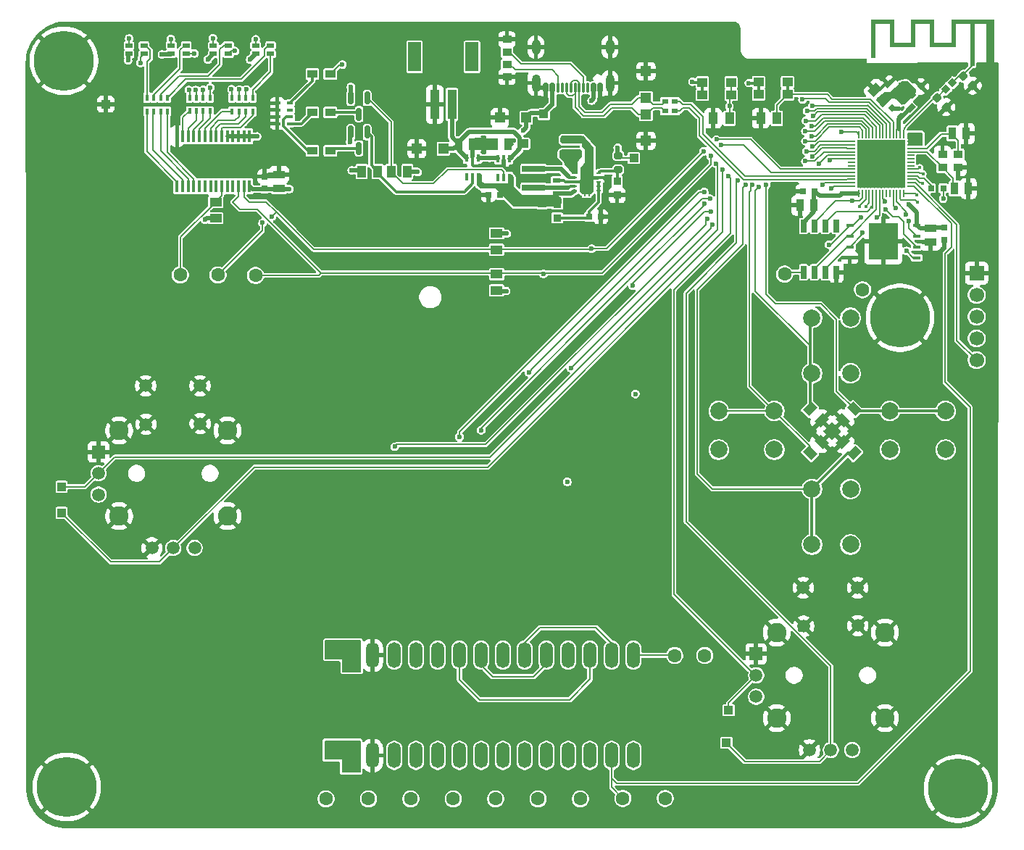
<source format=gtl>
G04 #@! TF.GenerationSoftware,KiCad,Pcbnew,9.0.2*
G04 #@! TF.CreationDate,2025-08-27T11:59:38-05:00*
G04 #@! TF.ProjectId,controller,636f6e74-726f-46c6-9c65-722e6b696361,rev?*
G04 #@! TF.SameCoordinates,Original*
G04 #@! TF.FileFunction,Copper,L1,Top*
G04 #@! TF.FilePolarity,Positive*
%FSLAX46Y46*%
G04 Gerber Fmt 4.6, Leading zero omitted, Abs format (unit mm)*
G04 Created by KiCad (PCBNEW 9.0.2) date 2025-08-27 11:59:38*
%MOMM*%
%LPD*%
G01*
G04 APERTURE LIST*
G04 Aperture macros list*
%AMRoundRect*
0 Rectangle with rounded corners*
0 $1 Rounding radius*
0 $2 $3 $4 $5 $6 $7 $8 $9 X,Y pos of 4 corners*
0 Add a 4 corners polygon primitive as box body*
4,1,4,$2,$3,$4,$5,$6,$7,$8,$9,$2,$3,0*
0 Add four circle primitives for the rounded corners*
1,1,$1+$1,$2,$3*
1,1,$1+$1,$4,$5*
1,1,$1+$1,$6,$7*
1,1,$1+$1,$8,$9*
0 Add four rect primitives between the rounded corners*
20,1,$1+$1,$2,$3,$4,$5,0*
20,1,$1+$1,$4,$5,$6,$7,0*
20,1,$1+$1,$6,$7,$8,$9,0*
20,1,$1+$1,$8,$9,$2,$3,0*%
%AMRotRect*
0 Rectangle, with rotation*
0 The origin of the aperture is its center*
0 $1 length*
0 $2 width*
0 $3 Rotation angle, in degrees counterclockwise*
0 Add horizontal line*
21,1,$1,$2,0,0,$3*%
G04 Aperture macros list end*
G04 #@! TA.AperFunction,Conductor*
%ADD10C,0.200000*%
G04 #@! TD*
G04 #@! TA.AperFunction,EtchedComponent*
%ADD11C,0.010000*%
G04 #@! TD*
G04 #@! TA.AperFunction,EtchedComponent*
%ADD12C,0.000000*%
G04 #@! TD*
G04 #@! TA.AperFunction,SMDPad,CuDef*
%ADD13R,0.940000X0.540000*%
G04 #@! TD*
G04 #@! TA.AperFunction,SMDPad,CuDef*
%ADD14RotRect,0.700000X0.700000X45.000000*%
G04 #@! TD*
G04 #@! TA.AperFunction,SMDPad,CuDef*
%ADD15R,0.700000X0.700000*%
G04 #@! TD*
G04 #@! TA.AperFunction,SMDPad,CuDef*
%ADD16R,1.400000X1.000000*%
G04 #@! TD*
G04 #@! TA.AperFunction,SMDPad,CuDef*
%ADD17RoundRect,0.150000X-0.150000X0.587500X-0.150000X-0.587500X0.150000X-0.587500X0.150000X0.587500X0*%
G04 #@! TD*
G04 #@! TA.AperFunction,SMDPad,CuDef*
%ADD18R,1.000000X1.000000*%
G04 #@! TD*
G04 #@! TA.AperFunction,SMDPad,CuDef*
%ADD19R,1.000000X1.400000*%
G04 #@! TD*
G04 #@! TA.AperFunction,SMDPad,CuDef*
%ADD20C,0.300000*%
G04 #@! TD*
G04 #@! TA.AperFunction,ComponentPad*
%ADD21C,2.000000*%
G04 #@! TD*
G04 #@! TA.AperFunction,SMDPad,CuDef*
%ADD22RotRect,1.000000X1.400000X315.000000*%
G04 #@! TD*
G04 #@! TA.AperFunction,SMDPad,CuDef*
%ADD23R,1.220000X1.150000*%
G04 #@! TD*
G04 #@! TA.AperFunction,SMDPad,CuDef*
%ADD24R,0.450000X0.800000*%
G04 #@! TD*
G04 #@! TA.AperFunction,ComponentPad*
%ADD25C,1.600000*%
G04 #@! TD*
G04 #@! TA.AperFunction,SMDPad,CuDef*
%ADD26R,2.700000X0.800000*%
G04 #@! TD*
G04 #@! TA.AperFunction,SMDPad,CuDef*
%ADD27R,0.950000X0.900000*%
G04 #@! TD*
G04 #@! TA.AperFunction,SMDPad,CuDef*
%ADD28RotRect,1.000000X1.400000X225.000000*%
G04 #@! TD*
G04 #@! TA.AperFunction,SMDPad,CuDef*
%ADD29R,0.850000X0.500000*%
G04 #@! TD*
G04 #@! TA.AperFunction,SMDPad,CuDef*
%ADD30R,0.700000X0.425000*%
G04 #@! TD*
G04 #@! TA.AperFunction,SMDPad,CuDef*
%ADD31RotRect,0.800000X0.800000X315.000000*%
G04 #@! TD*
G04 #@! TA.AperFunction,SMDPad,CuDef*
%ADD32R,1.200000X0.950000*%
G04 #@! TD*
G04 #@! TA.AperFunction,SMDPad,CuDef*
%ADD33R,0.960000X1.390000*%
G04 #@! TD*
G04 #@! TA.AperFunction,SMDPad,CuDef*
%ADD34R,0.750000X0.600000*%
G04 #@! TD*
G04 #@! TA.AperFunction,SMDPad,CuDef*
%ADD35R,1.150000X1.220000*%
G04 #@! TD*
G04 #@! TA.AperFunction,SMDPad,CuDef*
%ADD36RoundRect,0.225000X-0.335876X-0.017678X-0.017678X-0.335876X0.335876X0.017678X0.017678X0.335876X0*%
G04 #@! TD*
G04 #@! TA.AperFunction,ComponentPad*
%ADD37C,7.000000*%
G04 #@! TD*
G04 #@! TA.AperFunction,SMDPad,CuDef*
%ADD38R,1.390000X0.960000*%
G04 #@! TD*
G04 #@! TA.AperFunction,ComponentPad*
%ADD39O,1.500000X3.000000*%
G04 #@! TD*
G04 #@! TA.AperFunction,SMDPad,CuDef*
%ADD40RoundRect,0.150000X0.150000X0.425000X-0.150000X0.425000X-0.150000X-0.425000X0.150000X-0.425000X0*%
G04 #@! TD*
G04 #@! TA.AperFunction,SMDPad,CuDef*
%ADD41RoundRect,0.075000X0.075000X0.500000X-0.075000X0.500000X-0.075000X-0.500000X0.075000X-0.500000X0*%
G04 #@! TD*
G04 #@! TA.AperFunction,HeatsinkPad*
%ADD42O,1.000000X2.100000*%
G04 #@! TD*
G04 #@! TA.AperFunction,HeatsinkPad*
%ADD43O,1.000000X1.800000*%
G04 #@! TD*
G04 #@! TA.AperFunction,SMDPad,CuDef*
%ADD44R,0.950000X0.450000*%
G04 #@! TD*
G04 #@! TA.AperFunction,SMDPad,CuDef*
%ADD45R,3.450000X4.350000*%
G04 #@! TD*
G04 #@! TA.AperFunction,SMDPad,CuDef*
%ADD46RotRect,0.540000X0.940000X135.000000*%
G04 #@! TD*
G04 #@! TA.AperFunction,ComponentPad*
%ADD47C,2.250000*%
G04 #@! TD*
G04 #@! TA.AperFunction,ComponentPad*
%ADD48C,1.500000*%
G04 #@! TD*
G04 #@! TA.AperFunction,ComponentPad*
%ADD49R,1.500000X1.500000*%
G04 #@! TD*
G04 #@! TA.AperFunction,SMDPad,CuDef*
%ADD50RoundRect,0.050000X-0.050000X0.387500X-0.050000X-0.387500X0.050000X-0.387500X0.050000X0.387500X0*%
G04 #@! TD*
G04 #@! TA.AperFunction,SMDPad,CuDef*
%ADD51RoundRect,0.050000X-0.387500X0.050000X-0.387500X-0.050000X0.387500X-0.050000X0.387500X0.050000X0*%
G04 #@! TD*
G04 #@! TA.AperFunction,HeatsinkPad*
%ADD52R,5.600000X5.600000*%
G04 #@! TD*
G04 #@! TA.AperFunction,SMDPad,CuDef*
%ADD53RotRect,0.625000X1.000000X315.000000*%
G04 #@! TD*
G04 #@! TA.AperFunction,SMDPad,CuDef*
%ADD54R,1.000000X0.850000*%
G04 #@! TD*
G04 #@! TA.AperFunction,SMDPad,CuDef*
%ADD55R,0.650000X1.500000*%
G04 #@! TD*
G04 #@! TA.AperFunction,SMDPad,CuDef*
%ADD56R,0.450000X0.950000*%
G04 #@! TD*
G04 #@! TA.AperFunction,SMDPad,CuDef*
%ADD57RotRect,0.960000X1.390000X135.000000*%
G04 #@! TD*
G04 #@! TA.AperFunction,SMDPad,CuDef*
%ADD58R,1.000000X3.500000*%
G04 #@! TD*
G04 #@! TA.AperFunction,SMDPad,CuDef*
%ADD59R,1.500000X3.400000*%
G04 #@! TD*
G04 #@! TA.AperFunction,SMDPad,CuDef*
%ADD60R,0.914400X1.447800*%
G04 #@! TD*
G04 #@! TA.AperFunction,ComponentPad*
%ADD61R,1.700000X1.700000*%
G04 #@! TD*
G04 #@! TA.AperFunction,ComponentPad*
%ADD62C,1.700000*%
G04 #@! TD*
G04 #@! TA.AperFunction,SMDPad,CuDef*
%ADD63R,1.150000X1.050000*%
G04 #@! TD*
G04 #@! TA.AperFunction,SMDPad,CuDef*
%ADD64R,0.450000X1.475000*%
G04 #@! TD*
G04 #@! TA.AperFunction,SMDPad,CuDef*
%ADD65RotRect,0.700000X0.700000X135.000000*%
G04 #@! TD*
G04 #@! TA.AperFunction,ConnectorPad*
%ADD66R,0.500000X0.500000*%
G04 #@! TD*
G04 #@! TA.AperFunction,ComponentPad*
%ADD67R,0.900000X0.500000*%
G04 #@! TD*
G04 #@! TA.AperFunction,SMDPad,CuDef*
%ADD68RoundRect,0.200000X-0.275000X0.200000X-0.275000X-0.200000X0.275000X-0.200000X0.275000X0.200000X0*%
G04 #@! TD*
G04 #@! TA.AperFunction,SMDPad,CuDef*
%ADD69R,1.000000X0.950000*%
G04 #@! TD*
G04 #@! TA.AperFunction,SMDPad,CuDef*
%ADD70R,0.425000X0.700000*%
G04 #@! TD*
G04 #@! TA.AperFunction,SMDPad,CuDef*
%ADD71R,0.600000X0.240000*%
G04 #@! TD*
G04 #@! TA.AperFunction,SMDPad,CuDef*
%ADD72R,1.650000X2.400000*%
G04 #@! TD*
G04 #@! TA.AperFunction,SMDPad,CuDef*
%ADD73R,0.250000X0.500000*%
G04 #@! TD*
G04 #@! TA.AperFunction,SMDPad,CuDef*
%ADD74RotRect,1.000000X1.400000X135.000000*%
G04 #@! TD*
G04 #@! TA.AperFunction,SMDPad,CuDef*
%ADD75RotRect,1.000000X1.400000X45.000000*%
G04 #@! TD*
G04 #@! TA.AperFunction,ViaPad*
%ADD76C,0.600000*%
G04 #@! TD*
G04 #@! TA.AperFunction,ViaPad*
%ADD77C,0.450000*%
G04 #@! TD*
G04 #@! TA.AperFunction,Conductor*
%ADD78C,0.500000*%
G04 #@! TD*
G04 #@! TA.AperFunction,Conductor*
%ADD79C,0.300000*%
G04 #@! TD*
G04 #@! TA.AperFunction,Conductor*
%ADD80C,0.156500*%
G04 #@! TD*
G04 #@! TA.AperFunction,Conductor*
%ADD81C,0.203200*%
G04 #@! TD*
G04 #@! TA.AperFunction,Conductor*
%ADD82C,0.157000*%
G04 #@! TD*
G04 APERTURE END LIST*
D10*
X117602000Y-118176800D02*
X115570000Y-118176800D01*
X115570000Y-116652800D01*
X113538000Y-116652800D01*
X113538000Y-114570000D01*
X117602000Y-114570000D01*
X117602000Y-118176800D01*
G04 #@! TA.AperFunction,Conductor*
G36*
X117602000Y-118176800D02*
G01*
X115570000Y-118176800D01*
X115570000Y-116652800D01*
X113538000Y-116652800D01*
X113538000Y-114570000D01*
X117602000Y-114570000D01*
X117602000Y-118176800D01*
G37*
G04 #@! TD.AperFunction*
X143550000Y-55760000D02*
X143550000Y-56190000D01*
X143390000Y-56400000D01*
X141230000Y-56400000D01*
X141060000Y-56190000D01*
X141060000Y-55870000D01*
X141230000Y-55650000D01*
X143410000Y-55650000D01*
X143550000Y-55760000D01*
G04 #@! TA.AperFunction,Conductor*
G36*
X143550000Y-55760000D02*
G01*
X143550000Y-56190000D01*
X143390000Y-56400000D01*
X141230000Y-56400000D01*
X141060000Y-56190000D01*
X141060000Y-55870000D01*
X141230000Y-55650000D01*
X143410000Y-55650000D01*
X143550000Y-55760000D01*
G37*
G04 #@! TD.AperFunction*
X117551200Y-129895600D02*
X115519200Y-129895600D01*
X115519200Y-128371600D01*
X113487200Y-128371600D01*
X113487200Y-126288800D01*
X117551200Y-126288800D01*
X117551200Y-129895600D01*
G04 #@! TA.AperFunction,Conductor*
G36*
X117551200Y-129895600D02*
G01*
X115519200Y-129895600D01*
X115519200Y-128371600D01*
X113487200Y-128371600D01*
X113487200Y-126288800D01*
X117551200Y-126288800D01*
X117551200Y-129895600D01*
G37*
G04 #@! TD.AperFunction*
X144790000Y-56940000D02*
X144730000Y-62050000D01*
X144470000Y-62300000D01*
X143590000Y-62300000D01*
X143330000Y-62050000D01*
X143400000Y-59370000D01*
X143950000Y-58750000D01*
X143920000Y-57170000D01*
X143560000Y-56820000D01*
X143550000Y-55630000D01*
X144790000Y-56940000D01*
G04 #@! TA.AperFunction,Conductor*
G36*
X144790000Y-56940000D02*
G01*
X144730000Y-62050000D01*
X144470000Y-62300000D01*
X143590000Y-62300000D01*
X143330000Y-62050000D01*
X143400000Y-59370000D01*
X143950000Y-58750000D01*
X143920000Y-57170000D01*
X143560000Y-56820000D01*
X143550000Y-55630000D01*
X144790000Y-56940000D01*
G37*
G04 #@! TD.AperFunction*
X183200000Y-56600000D02*
X181646552Y-56600000D01*
X181600000Y-55250000D01*
X183200000Y-55250000D01*
X183200000Y-56600000D01*
G04 #@! TA.AperFunction,Conductor*
G36*
X183200000Y-56600000D02*
G01*
X181646552Y-56600000D01*
X181600000Y-55250000D01*
X183200000Y-55250000D01*
X183200000Y-56600000D01*
G37*
G04 #@! TD.AperFunction*
X131750000Y-60175000D02*
X131750000Y-60925000D01*
X132050000Y-61225000D01*
X134850000Y-61225000D01*
X134900000Y-61175000D01*
X134900000Y-60375000D01*
X135050000Y-60225000D01*
X135250000Y-60225000D01*
X135450000Y-60425000D01*
X135450000Y-61525000D01*
X136450000Y-62525000D01*
X140650000Y-62525000D01*
X141000000Y-62875000D01*
X141000000Y-63375000D01*
X140600000Y-63775000D01*
X135550000Y-63775000D01*
X133400000Y-61625000D01*
X131600000Y-61625000D01*
X131300000Y-61325000D01*
X131300000Y-60125000D01*
X131400000Y-60025000D01*
X131600000Y-60025000D01*
X131750000Y-60175000D01*
G04 #@! TA.AperFunction,Conductor*
G36*
X131750000Y-60175000D02*
G01*
X131750000Y-60925000D01*
X132050000Y-61225000D01*
X134850000Y-61225000D01*
X134900000Y-61175000D01*
X134900000Y-60375000D01*
X135050000Y-60225000D01*
X135250000Y-60225000D01*
X135450000Y-60425000D01*
X135450000Y-61525000D01*
X136450000Y-62525000D01*
X140650000Y-62525000D01*
X141000000Y-62875000D01*
X141000000Y-63375000D01*
X140600000Y-63775000D01*
X135550000Y-63775000D01*
X133400000Y-61625000D01*
X131600000Y-61625000D01*
X131300000Y-61325000D01*
X131300000Y-60125000D01*
X131400000Y-60025000D01*
X131600000Y-60025000D01*
X131750000Y-60175000D01*
G37*
G04 #@! TD.AperFunction*
X182440000Y-50190000D02*
X182372000Y-50800000D01*
X182150000Y-50970000D01*
X181780000Y-51230000D01*
X181170000Y-51780000D01*
X180880000Y-51790000D01*
X180100000Y-51090000D01*
X179650000Y-51130000D01*
X178610000Y-52120000D01*
X177920000Y-51410000D01*
X177925000Y-51400000D01*
X177950000Y-51300000D01*
X178850000Y-50500000D01*
X179600000Y-50500000D01*
X180900000Y-49310000D01*
X181500000Y-49300000D01*
X182440000Y-50190000D01*
G04 #@! TA.AperFunction,Conductor*
G36*
X182440000Y-50190000D02*
G01*
X182372000Y-50800000D01*
X182150000Y-50970000D01*
X181780000Y-51230000D01*
X181170000Y-51780000D01*
X180880000Y-51790000D01*
X180100000Y-51090000D01*
X179650000Y-51130000D01*
X178610000Y-52120000D01*
X177920000Y-51410000D01*
X177925000Y-51400000D01*
X177950000Y-51300000D01*
X178850000Y-50500000D01*
X179600000Y-50500000D01*
X180900000Y-49310000D01*
X181500000Y-49300000D01*
X182440000Y-50190000D01*
G37*
G04 #@! TD.AperFunction*
X143300000Y-57270000D02*
X143430000Y-57410000D01*
X143440000Y-58030000D01*
X142896960Y-58561726D01*
X142887395Y-59920000D01*
X142830000Y-59920000D01*
X142420000Y-59930000D01*
X142350000Y-59830000D01*
X141520000Y-58910000D01*
X141490000Y-58590000D01*
X140960000Y-58050000D01*
X140950000Y-57420000D01*
X141160000Y-57260000D01*
X143300000Y-57270000D01*
G04 #@! TA.AperFunction,Conductor*
G36*
X143300000Y-57270000D02*
G01*
X143430000Y-57410000D01*
X143440000Y-58030000D01*
X142896960Y-58561726D01*
X142887395Y-59920000D01*
X142830000Y-59920000D01*
X142420000Y-59930000D01*
X142350000Y-59830000D01*
X141520000Y-58910000D01*
X141490000Y-58590000D01*
X140960000Y-58050000D01*
X140950000Y-57420000D01*
X141160000Y-57260000D01*
X143300000Y-57270000D01*
G37*
G04 #@! TD.AperFunction*
X133168573Y-55931144D02*
X133450000Y-56100000D01*
X133470000Y-56820000D01*
X133100000Y-57160000D01*
X131190000Y-57180000D01*
X130780000Y-56880000D01*
X130800000Y-56190000D01*
X131080832Y-55909168D01*
X133168573Y-55931144D01*
G04 #@! TA.AperFunction,Conductor*
G36*
X133168573Y-55931144D02*
G01*
X133450000Y-56100000D01*
X133470000Y-56820000D01*
X133100000Y-57160000D01*
X131190000Y-57180000D01*
X130780000Y-56880000D01*
X130800000Y-56190000D01*
X131080832Y-55909168D01*
X133168573Y-55931144D01*
G37*
G04 #@! TD.AperFunction*
D11*
X145350000Y-60600000D02*
X144150000Y-60600000D01*
X144150000Y-60300000D01*
X145350000Y-60300000D01*
X145350000Y-60600000D01*
G04 #@! TA.AperFunction,EtchedComponent*
G36*
X145350000Y-60600000D02*
G01*
X144150000Y-60600000D01*
X144150000Y-60300000D01*
X145350000Y-60300000D01*
X145350000Y-60600000D01*
G37*
G04 #@! TD.AperFunction*
D12*
G04 #@! TA.AperFunction,EtchedComponent*
G36*
X191650000Y-47425000D02*
G01*
X190750000Y-47425000D01*
X190750000Y-47166842D01*
X191051778Y-47166842D01*
X191058309Y-47216368D01*
X191078868Y-47261553D01*
X191112511Y-47296787D01*
X191131122Y-47307400D01*
X191176637Y-47320300D01*
X191225156Y-47321043D01*
X191267819Y-47308935D01*
X191275731Y-47304581D01*
X191313674Y-47271797D01*
X191337742Y-47229395D01*
X191347583Y-47181785D01*
X191342847Y-47133378D01*
X191323185Y-47088584D01*
X191288245Y-47051814D01*
X191255353Y-47034908D01*
X191207267Y-47027018D01*
X191157682Y-47033592D01*
X191112372Y-47053687D01*
X191077112Y-47086357D01*
X191060218Y-47118583D01*
X191051778Y-47166842D01*
X190750000Y-47166842D01*
X190750000Y-42525000D01*
X189350000Y-42525000D01*
X189350000Y-47425000D01*
X188850000Y-47425000D01*
X188850000Y-42525000D01*
X187150000Y-42525000D01*
X187150000Y-45165000D01*
X184150000Y-45165000D01*
X184150000Y-42525000D01*
X182450000Y-42525000D01*
X182450000Y-45165000D01*
X179450000Y-45165000D01*
X179450000Y-42525000D01*
X177750000Y-42525000D01*
X177750000Y-46465000D01*
X177250000Y-46465000D01*
X177250000Y-42025000D01*
X179950000Y-42025000D01*
X179950000Y-44665000D01*
X181950000Y-44665000D01*
X181950000Y-42025000D01*
X184650000Y-42025000D01*
X184650000Y-44665000D01*
X186650000Y-44665000D01*
X186650000Y-42025000D01*
X191650000Y-42025000D01*
X191650000Y-47181785D01*
X191650000Y-47425000D01*
G37*
G04 #@! TD.AperFunction*
D13*
X141549600Y-57645200D03*
X141549600Y-56045200D03*
X142849600Y-57645200D03*
X142849600Y-56045200D03*
D14*
X182100000Y-50789950D03*
X183089950Y-49800000D03*
D15*
X133959600Y-62484000D03*
X132559600Y-62484000D03*
D16*
X133540000Y-71730000D03*
X133540000Y-73630000D03*
D17*
X118400000Y-55150000D03*
X116500000Y-55150000D03*
X117450000Y-57025000D03*
D18*
X160375600Y-126492000D03*
D17*
X118400000Y-51162500D03*
X116500000Y-51162500D03*
X117450000Y-53037500D03*
D19*
X121200000Y-59750000D03*
X123100000Y-59750000D03*
D20*
X145350000Y-60450000D03*
X144150000Y-60450000D03*
D21*
X179469061Y-87728249D03*
X185969061Y-87728249D03*
X179469061Y-92228249D03*
X185969061Y-92228249D03*
D18*
X87884000Y-51866800D03*
D22*
X170138122Y-87488122D03*
X171481624Y-88831624D03*
D23*
X150977600Y-53060000D03*
X150977600Y-56160000D03*
D24*
X105022119Y-51106819D03*
X104222119Y-51106819D03*
X103422119Y-51106819D03*
X102622119Y-51106819D03*
X102622119Y-52706819D03*
X103422119Y-52706819D03*
X104222119Y-52706819D03*
X105022119Y-52706819D03*
D25*
X100965000Y-71831200D03*
D15*
X144300000Y-65050000D03*
X145700000Y-65050000D03*
D23*
X150977600Y-51130800D03*
X150977600Y-48030800D03*
D26*
X137850000Y-61650000D03*
X137850000Y-59450000D03*
D27*
X147600000Y-60900000D03*
X147600000Y-62500000D03*
D28*
X175300000Y-87488122D03*
X173956498Y-88831624D03*
D29*
X95505452Y-46006819D03*
X97255452Y-46006819D03*
X95505452Y-45006819D03*
X97255452Y-45006819D03*
D21*
X170369061Y-103328249D03*
X170369061Y-96828249D03*
X174869061Y-103328249D03*
X174869061Y-96828249D03*
D18*
X160629600Y-122680000D03*
D30*
X107900000Y-51750000D03*
X107900000Y-52550000D03*
X107900000Y-53350000D03*
X107900000Y-54150000D03*
X109400000Y-54150000D03*
X109400000Y-53350000D03*
X109400000Y-52550000D03*
X109400000Y-51750000D03*
D31*
X186786917Y-49359099D03*
X186009099Y-50136917D03*
D32*
X112000000Y-57300000D03*
X114100000Y-57300000D03*
D33*
X170590000Y-63700000D03*
X168970000Y-63700000D03*
D21*
X170369061Y-83328249D03*
X170369061Y-76828249D03*
X174869061Y-83328249D03*
X174869061Y-76828249D03*
D34*
X153221600Y-52679600D03*
X154321600Y-52679600D03*
D35*
X127300000Y-57075000D03*
X124200000Y-57075000D03*
D25*
X148267230Y-132994400D03*
D36*
X188051992Y-48601992D03*
X189148008Y-49698008D03*
D18*
X82702400Y-96568800D03*
D19*
X119650000Y-59750000D03*
X117750000Y-59750000D03*
D29*
X100438786Y-46006819D03*
X102188786Y-46006819D03*
X100438786Y-45006819D03*
X102188786Y-45006819D03*
D32*
X112000000Y-48350000D03*
X114100000Y-48350000D03*
D37*
X180640000Y-76820000D03*
D38*
X108102880Y-61704819D03*
X108102880Y-60084819D03*
D36*
X184951992Y-51131992D03*
X186048008Y-52228008D03*
D39*
X116484400Y-116246400D03*
X119024400Y-116246400D03*
X121564400Y-116246400D03*
X124104400Y-116246400D03*
X126644400Y-116246400D03*
X129184400Y-116246400D03*
X131724400Y-116246400D03*
X134264400Y-116246400D03*
X136804400Y-116246400D03*
X139344400Y-116246400D03*
X141884400Y-116246400D03*
X144424400Y-116246400D03*
X146964400Y-116246400D03*
X149504400Y-116246400D03*
D15*
X185800000Y-66300000D03*
X185800000Y-67700000D03*
D33*
X129090000Y-56525000D03*
X130710000Y-56525000D03*
D40*
X145640000Y-49975000D03*
X144840000Y-49975000D03*
D41*
X143690000Y-49975000D03*
X142690000Y-49975000D03*
X142190000Y-49975000D03*
X141190000Y-49975000D03*
D40*
X140040000Y-49975000D03*
X139240000Y-49975000D03*
X139240000Y-49975000D03*
X140040000Y-49975000D03*
D41*
X140690000Y-49975000D03*
X141690000Y-49975000D03*
X143190000Y-49975000D03*
X144190000Y-49975000D03*
D40*
X144840000Y-49975000D03*
X145640000Y-49975000D03*
D42*
X146760000Y-49400000D03*
D43*
X146760000Y-45220000D03*
D42*
X138120000Y-49400000D03*
D43*
X138120000Y-45220000D03*
D44*
X174800000Y-66000000D03*
X174800000Y-67270000D03*
X174800000Y-68540000D03*
X174800000Y-69810000D03*
X182600000Y-69810000D03*
X182600000Y-68540000D03*
X182600000Y-67270000D03*
X182600000Y-66000000D03*
D45*
X178700000Y-67905000D03*
D46*
X180415685Y-50665685D03*
X179284315Y-49534315D03*
D47*
X166250000Y-123600000D03*
X178900000Y-123600000D03*
X178900000Y-113600000D03*
X166250000Y-113600000D03*
D48*
X175720000Y-112800000D03*
X175695000Y-108375000D03*
X169390000Y-112875000D03*
X169345000Y-108375000D03*
D49*
X163845000Y-116100000D03*
D48*
X163845000Y-118600000D03*
X163845000Y-121100000D03*
X170075000Y-127330000D03*
X172575000Y-127330000D03*
X175075000Y-127330000D03*
D38*
X184200000Y-66395000D03*
X184200000Y-68015000D03*
D25*
X128455230Y-133045200D03*
D29*
X105372119Y-46006819D03*
X107122119Y-46006819D03*
X105372119Y-45006819D03*
X107122119Y-45006819D03*
D50*
X181062500Y-55412500D03*
X180662500Y-55412500D03*
X180262500Y-55412500D03*
X179862500Y-55412500D03*
X179462500Y-55412500D03*
X179062500Y-55412500D03*
X178662500Y-55412500D03*
X178262500Y-55412500D03*
X177862500Y-55412500D03*
X177462500Y-55412500D03*
X177062500Y-55412500D03*
X176662500Y-55412500D03*
X176262500Y-55412500D03*
X175862500Y-55412500D03*
D51*
X175025000Y-56250000D03*
X175025000Y-56650000D03*
X175025000Y-57050000D03*
X175025000Y-57450000D03*
X175025000Y-57850000D03*
X175025000Y-58250000D03*
X175025000Y-58650000D03*
X175025000Y-59050000D03*
X175025000Y-59450000D03*
X175025000Y-59850000D03*
X175025000Y-60250000D03*
X175025000Y-60650000D03*
X175025000Y-61050000D03*
X175025000Y-61450000D03*
D50*
X175862500Y-62287500D03*
X176262500Y-62287500D03*
X176662500Y-62287500D03*
X177062500Y-62287500D03*
X177462500Y-62287500D03*
X177862500Y-62287500D03*
X178262500Y-62287500D03*
X178662500Y-62287500D03*
X179062500Y-62287500D03*
X179462500Y-62287500D03*
X179862500Y-62287500D03*
X180262500Y-62287500D03*
X180662500Y-62287500D03*
X181062500Y-62287500D03*
D51*
X181900000Y-61450000D03*
X181900000Y-61050000D03*
X181900000Y-60650000D03*
X181900000Y-60250000D03*
X181900000Y-59850000D03*
X181900000Y-59450000D03*
X181900000Y-59050000D03*
X181900000Y-58650000D03*
X181900000Y-58250000D03*
X181900000Y-57850000D03*
X181900000Y-57450000D03*
X181900000Y-57050000D03*
X181900000Y-56650000D03*
X181900000Y-56250000D03*
D52*
X178462500Y-58850000D03*
D16*
X100700000Y-65200000D03*
X100700000Y-63300000D03*
D25*
X105359200Y-71882000D03*
D53*
X180994194Y-51394194D03*
X181895756Y-52295756D03*
D18*
X139039600Y-53035200D03*
D47*
X89425000Y-100000000D03*
X102075000Y-100000000D03*
X102075000Y-90000000D03*
X89425000Y-90000000D03*
D48*
X98895000Y-89200000D03*
X98870000Y-84775000D03*
X92565000Y-89275000D03*
X92520000Y-84775000D03*
D49*
X87020000Y-92500000D03*
D48*
X87020000Y-95000000D03*
X87020000Y-97500000D03*
X93250000Y-103730000D03*
X95750000Y-103730000D03*
X98250000Y-103730000D03*
D54*
X134730351Y-45809600D03*
X134730351Y-44309600D03*
D19*
X160725000Y-53525000D03*
X158825000Y-53525000D03*
D37*
X83300000Y-131650000D03*
D15*
X170680000Y-62050000D03*
X169280000Y-62050000D03*
D55*
X169395000Y-71505000D03*
X170665000Y-71505000D03*
X171935000Y-71505000D03*
X173205000Y-71505000D03*
X173205000Y-66105000D03*
X171935000Y-66105000D03*
X170665000Y-66105000D03*
X169395000Y-66105000D03*
D56*
X135000000Y-58225000D03*
X134350000Y-58225000D03*
X133700000Y-58225000D03*
X133700000Y-60425000D03*
X134350000Y-60425000D03*
X135000000Y-60425000D03*
D32*
X112000000Y-52850000D03*
X114100000Y-52850000D03*
D25*
X123502230Y-133045200D03*
X167182800Y-71729600D03*
D18*
X149555200Y-58166000D03*
D25*
X154330400Y-116297200D03*
X157835600Y-116297200D03*
D57*
X178883416Y-51317731D03*
X177737904Y-50172219D03*
D18*
X82702400Y-99618800D03*
D58*
X128300000Y-51896000D03*
X126300000Y-51896000D03*
D59*
X130650000Y-46346000D03*
X123950000Y-46346000D03*
D24*
X95072119Y-51106819D03*
X94272119Y-51106819D03*
X93472119Y-51106819D03*
X92672119Y-51106819D03*
X92672119Y-52706819D03*
X93472119Y-52706819D03*
X94272119Y-52706819D03*
X95072119Y-52706819D03*
D60*
X187017200Y-61720000D03*
X188642800Y-61720000D03*
D25*
X176276000Y-73558400D03*
D15*
X185700000Y-61700000D03*
X184300000Y-61700000D03*
D61*
X189600000Y-71620000D03*
D62*
X189600000Y-74160000D03*
X189600000Y-76700000D03*
X189600000Y-79240000D03*
X189600000Y-81780000D03*
D16*
X133520000Y-68870000D03*
X133520000Y-66970000D03*
D63*
X160925000Y-50775000D03*
X160925000Y-49325000D03*
X157575000Y-50775000D03*
X157575000Y-49325000D03*
D25*
X143314230Y-133045200D03*
D64*
X104652880Y-55618819D03*
X104002880Y-55618819D03*
X103352880Y-55618819D03*
X102702880Y-55618819D03*
X102052880Y-55618819D03*
X101402880Y-55618819D03*
X100752880Y-55618819D03*
X100102880Y-55618819D03*
X99452880Y-55618819D03*
X98802880Y-55618819D03*
X98152880Y-55618819D03*
X97502880Y-55618819D03*
X96852880Y-55618819D03*
X96202880Y-55618819D03*
X96202880Y-61494819D03*
X96852880Y-61494819D03*
X97502880Y-61494819D03*
X98152880Y-61494819D03*
X98802880Y-61494819D03*
X99452880Y-61494819D03*
X100102880Y-61494819D03*
X100752880Y-61494819D03*
X101402880Y-61494819D03*
X102052880Y-61494819D03*
X102702880Y-61494819D03*
X103352880Y-61494819D03*
X104002880Y-61494819D03*
X104652880Y-61494819D03*
D25*
X153220230Y-132994400D03*
D65*
X180733375Y-53326975D03*
X179743425Y-52337025D03*
D27*
X140600000Y-63550000D03*
X140600000Y-65150000D03*
D19*
X166275000Y-53525000D03*
X164375000Y-53525000D03*
D18*
X138836400Y-63449200D03*
D13*
X140550000Y-62350000D03*
X140550000Y-60750000D03*
D25*
X113596230Y-133045200D03*
D35*
X137000000Y-53441600D03*
X133900000Y-53441600D03*
D39*
X116484400Y-127965200D03*
X119024400Y-127965200D03*
X121564400Y-127965200D03*
X124104400Y-127965200D03*
X126644400Y-127965200D03*
X129184400Y-127965200D03*
X131724400Y-127965200D03*
X134264400Y-127965200D03*
X136804400Y-127965200D03*
X139344400Y-127965200D03*
X141884400Y-127965200D03*
X144424400Y-127965200D03*
X146964400Y-127965200D03*
X149504400Y-127965200D03*
D63*
X167500000Y-50750000D03*
X167500000Y-49300000D03*
X164150000Y-50750000D03*
X164150000Y-49300000D03*
D66*
X189100000Y-47175000D03*
D67*
X191200000Y-47175000D03*
D15*
X106414880Y-61719819D03*
X106414880Y-60319819D03*
D29*
X90572119Y-46006819D03*
X92322119Y-46006819D03*
X90572119Y-45006819D03*
X92322119Y-45006819D03*
D68*
X147750000Y-57875000D03*
X147750000Y-59525000D03*
D37*
X82978000Y-46808400D03*
D69*
X187465000Y-57715000D03*
X185615000Y-57715000D03*
X185615000Y-59265000D03*
X187465000Y-59265000D03*
D54*
X134730351Y-47205200D03*
X134730351Y-48705200D03*
D70*
X100047119Y-51156819D03*
X99247119Y-51156819D03*
X98447119Y-51156819D03*
X97647119Y-51156819D03*
X97647119Y-52656819D03*
X98447119Y-52656819D03*
X99247119Y-52656819D03*
X100047119Y-52656819D03*
D34*
X153221600Y-51529600D03*
X154321600Y-51529600D03*
D25*
X133408230Y-133045200D03*
D56*
X131350000Y-58175000D03*
X130700000Y-58175000D03*
X130050000Y-58175000D03*
X130050000Y-60375000D03*
X130700000Y-60375000D03*
X131350000Y-60375000D03*
D25*
X118549230Y-133045200D03*
X138361230Y-133045200D03*
D18*
X136750000Y-56489600D03*
D37*
X187430400Y-131855200D03*
D71*
X142650000Y-59950000D03*
X142650000Y-60450000D03*
X142650000Y-60950000D03*
X142650000Y-61450000D03*
X142650000Y-61950000D03*
X145450000Y-61950000D03*
X145450000Y-61450000D03*
X145450000Y-60950000D03*
X145450000Y-60450000D03*
X145450000Y-59950000D03*
D72*
X144050000Y-60950000D03*
D73*
X143800000Y-62400000D03*
X144300000Y-62400000D03*
X143800000Y-59500000D03*
X144300000Y-59500000D03*
D25*
X96570800Y-71831200D03*
D74*
X175300000Y-92650000D03*
X173956498Y-91306498D03*
D60*
X186777200Y-55300000D03*
X188402800Y-55300000D03*
D21*
X159469061Y-87728249D03*
X165969061Y-87728249D03*
X159469061Y-92228249D03*
X165969061Y-92228249D03*
D75*
X170138122Y-92650000D03*
X171481624Y-91306498D03*
D33*
X134880000Y-56575000D03*
X133260000Y-56575000D03*
D76*
X136611368Y-54980000D03*
X135500000Y-56125000D03*
X144627600Y-51460400D03*
X140043200Y-51879200D03*
X132700000Y-58150000D03*
X93400000Y-135650000D03*
X91950000Y-131750000D03*
X124700000Y-85700000D03*
X84600000Y-81800000D03*
X161000000Y-44700000D03*
X185800000Y-110550000D03*
X79650000Y-89950000D03*
X95150000Y-64700000D03*
X127450000Y-58750000D03*
X118700000Y-53400000D03*
X144700000Y-103600000D03*
X88200000Y-85450000D03*
X184400000Y-49150000D03*
X129050000Y-42950000D03*
X143950000Y-135500000D03*
X148450000Y-97300000D03*
X157900000Y-135400000D03*
X154050000Y-62300000D03*
X108350000Y-95950000D03*
X190750000Y-51700000D03*
X179500000Y-58850000D03*
X114850000Y-67050000D03*
X152550000Y-65800000D03*
X190042800Y-47345600D03*
X146350000Y-60375000D03*
X101400000Y-135650000D03*
X191100000Y-54250000D03*
X176750000Y-48750000D03*
X179500000Y-60850000D03*
X151850000Y-64400000D03*
X188450000Y-53100000D03*
X119100000Y-96750000D03*
X142750000Y-73150000D03*
X139500000Y-98650000D03*
X156950000Y-59400000D03*
X117100000Y-43050000D03*
X176000000Y-48250000D03*
X111350000Y-135550000D03*
X117300000Y-106200000D03*
X150400000Y-91150000D03*
X79650000Y-77950000D03*
X144950000Y-100000000D03*
X156000000Y-123650000D03*
X189300000Y-52950000D03*
X125300000Y-135500000D03*
X180900000Y-48550000D03*
X112750000Y-108200000D03*
X154900000Y-79050000D03*
X79600000Y-72000000D03*
X135950000Y-135500000D03*
X176250000Y-47503230D03*
X159300000Y-108700000D03*
X91050000Y-121550000D03*
X103150000Y-43100000D03*
X191050000Y-103100000D03*
X178155600Y-48006000D03*
X126600000Y-48300000D03*
X182450000Y-48650000D03*
X173400000Y-48950000D03*
X151000000Y-42900000D03*
X91150000Y-61200000D03*
X184400000Y-47450000D03*
X101150000Y-43100000D03*
X141650000Y-87350000D03*
X153350000Y-121100000D03*
X111450000Y-82800000D03*
X95950000Y-124250000D03*
X79650000Y-79950000D03*
X79600000Y-70000000D03*
X177500000Y-59850000D03*
X149050000Y-64050000D03*
X191150000Y-111050000D03*
X138250000Y-84550000D03*
X174900000Y-49850000D03*
X177500000Y-60850000D03*
X184550000Y-48450000D03*
X153900000Y-135400000D03*
X187400000Y-47400000D03*
X186850000Y-51450000D03*
X109150000Y-43100000D03*
X180250000Y-110500000D03*
X101000000Y-111650000D03*
X89950000Y-109200000D03*
X79650000Y-98600000D03*
X86150000Y-77750000D03*
X79650000Y-96600000D03*
X79650000Y-100600000D03*
X127500000Y-103050000D03*
X120100000Y-57750000D03*
X161500000Y-81700000D03*
X161750000Y-76850000D03*
X185050000Y-49400000D03*
X123100000Y-43050000D03*
X96700000Y-108900000D03*
X158050000Y-81700000D03*
X102400000Y-132250000D03*
X191050000Y-86450000D03*
X191150000Y-123050000D03*
X174500000Y-47850000D03*
X162300000Y-53050000D03*
X180900000Y-47400000D03*
X169850000Y-135350000D03*
X177050000Y-47450000D03*
X176500000Y-59850000D03*
X79500000Y-52050000D03*
X165300000Y-82000000D03*
X83950000Y-54400000D03*
X177850000Y-135350000D03*
X161400000Y-71150000D03*
X191150000Y-121050000D03*
X79750000Y-120550000D03*
X107500000Y-107150000D03*
X107750000Y-102350000D03*
X191600000Y-52950000D03*
X127350000Y-95650000D03*
X156500000Y-129150000D03*
X154950000Y-73900000D03*
X184050000Y-115000000D03*
X191750000Y-48800000D03*
X190750000Y-48950000D03*
X191750000Y-48000000D03*
X175900000Y-48950000D03*
X169050000Y-47150000D03*
X185700000Y-49000000D03*
X165850000Y-135350000D03*
X180500000Y-58850000D03*
X136700000Y-79550000D03*
X120500000Y-50450000D03*
X156300000Y-88150000D03*
X156350000Y-80350000D03*
X79800000Y-126500000D03*
X127100000Y-43050000D03*
X133700000Y-88900000D03*
X131050000Y-42950000D03*
X184048400Y-54051200D03*
X191150000Y-119050000D03*
X184550000Y-50000000D03*
X186300000Y-102000000D03*
X176750000Y-48000000D03*
X115100000Y-43050000D03*
X178950000Y-48450000D03*
X79650000Y-104600000D03*
X154850000Y-100850000D03*
X181750000Y-47450000D03*
X182900000Y-47500000D03*
X114700000Y-79450000D03*
X99400000Y-135650000D03*
X178500000Y-58850000D03*
X175850000Y-135350000D03*
X176479200Y-46939200D03*
X109300000Y-99500000D03*
X123850000Y-92350000D03*
X175550000Y-46900000D03*
X167450000Y-79400000D03*
X184600000Y-105800000D03*
X154150000Y-60150000D03*
X79750000Y-116550000D03*
X120100000Y-65250000D03*
X79750000Y-108550000D03*
X108650000Y-110150000D03*
X174750000Y-47000000D03*
X178500000Y-59850000D03*
X132950000Y-100750000D03*
X120250000Y-81600000D03*
X79800000Y-122500000D03*
X141050000Y-42950000D03*
X180500000Y-48000000D03*
X149850000Y-78950000D03*
X176500000Y-57850000D03*
X189500000Y-48050000D03*
X183150000Y-48200000D03*
X174300000Y-49450000D03*
X137100000Y-66750000D03*
X143800000Y-70300000D03*
X134650000Y-90300000D03*
X91400000Y-135650000D03*
X177500000Y-58850000D03*
X145000000Y-42900000D03*
X175150000Y-48350000D03*
X177500000Y-57850000D03*
X185100000Y-47850000D03*
X114050000Y-97450000D03*
X130600000Y-75750000D03*
X124050000Y-98350000D03*
X190900000Y-56550000D03*
X111834620Y-50234620D03*
X180500000Y-59850000D03*
X94050000Y-115700000D03*
X180050000Y-47400000D03*
X172800000Y-47950000D03*
X163200000Y-47150000D03*
X135650000Y-108850000D03*
X190100000Y-48650000D03*
X163845000Y-111050000D03*
X181850000Y-135350000D03*
X189950000Y-51750000D03*
X105700000Y-112200000D03*
X183800000Y-48750000D03*
X128050000Y-81850000D03*
X191050000Y-109100000D03*
X164500000Y-76500000D03*
X174350000Y-48650000D03*
X191150000Y-125050000D03*
X178500000Y-56850000D03*
X79650000Y-87950000D03*
X157000000Y-42900000D03*
X79650000Y-94600000D03*
X107900000Y-129850000D03*
X97850000Y-129200000D03*
X188350000Y-51400000D03*
X131870000Y-56260000D03*
X135700000Y-95550000D03*
X179850000Y-135350000D03*
X79650000Y-102600000D03*
X185900000Y-47500000D03*
X91000000Y-42950000D03*
X185500000Y-60600000D03*
X142800000Y-79950000D03*
X190450000Y-53050000D03*
X154950000Y-89100000D03*
X173950000Y-47150000D03*
X79600000Y-60000000D03*
X97400000Y-58100000D03*
X187250000Y-96000000D03*
X191600000Y-51350000D03*
X161550000Y-83250000D03*
X104450000Y-116550000D03*
X90200000Y-79900000D03*
X139050000Y-42950000D03*
X79750000Y-106550000D03*
X146350000Y-61100000D03*
X161000000Y-42900000D03*
X118100000Y-91200000D03*
X119100000Y-43050000D03*
X191000000Y-68500000D03*
X183235600Y-51562000D03*
X108100000Y-79650000D03*
X98700000Y-75600000D03*
X173850000Y-135350000D03*
X79650000Y-75950000D03*
X130250000Y-92450000D03*
X121700000Y-88800000D03*
X191050000Y-84450000D03*
X188150000Y-47350000D03*
X191150000Y-113050000D03*
X130350000Y-50850000D03*
X177444400Y-47904400D03*
X191050000Y-60400000D03*
X156850000Y-96250000D03*
X191050000Y-88450000D03*
X123000000Y-106250000D03*
X79650000Y-81950000D03*
X84700000Y-110250000D03*
X79600000Y-64000000D03*
X161900000Y-135400000D03*
X147100000Y-87950000D03*
X132200000Y-81400000D03*
X115750000Y-70400000D03*
X180500000Y-60850000D03*
X159000000Y-42900000D03*
X179500000Y-57850000D03*
X180050000Y-98400000D03*
X116700000Y-73450000D03*
X108600000Y-76000000D03*
X114100000Y-75500000D03*
X154950000Y-94650000D03*
X152900000Y-93150000D03*
X191050000Y-107100000D03*
X87000000Y-42950000D03*
X124850000Y-79100000D03*
X120300000Y-77250000D03*
X137950000Y-108350000D03*
X147650000Y-75250000D03*
X79800000Y-124500000D03*
X97400000Y-135650000D03*
X170950000Y-47150000D03*
X175100000Y-49150000D03*
X155600000Y-62850000D03*
X87100000Y-116700000D03*
X79750000Y-114550000D03*
X79600000Y-62000000D03*
X156250000Y-75000000D03*
X162800000Y-54250000D03*
X79650000Y-85950000D03*
X119050000Y-101100000D03*
X152500000Y-86400000D03*
X191450000Y-49500000D03*
X190950000Y-52500000D03*
X106750000Y-85700000D03*
X112850000Y-121350000D03*
X156200000Y-57200000D03*
X166650000Y-104950000D03*
X150350000Y-106500000D03*
X155300000Y-112850000D03*
X108500000Y-48000000D03*
X189810000Y-54230000D03*
X84650000Y-124000000D03*
X182750000Y-120150000D03*
X155900000Y-135400000D03*
X137050000Y-42950000D03*
X100550000Y-115950000D03*
X191550000Y-52100000D03*
X176500000Y-58850000D03*
X191050000Y-90450000D03*
X101350000Y-51450000D03*
X166400000Y-73700000D03*
X108300000Y-56850000D03*
X148550000Y-55900000D03*
X100500000Y-120900000D03*
X158150000Y-74450000D03*
X175400000Y-47650000D03*
X183900000Y-58850000D03*
X86050000Y-60000000D03*
X149000000Y-42900000D03*
X161000000Y-102400000D03*
X125200000Y-66500000D03*
X79600000Y-68000000D03*
X180850000Y-106150000D03*
X143050000Y-42950000D03*
X164050000Y-100100000D03*
X159500000Y-99850000D03*
X188400000Y-52300000D03*
X102850000Y-78600000D03*
X79650000Y-92600000D03*
X182850000Y-96200000D03*
X149750000Y-66550000D03*
X159900000Y-135400000D03*
X79600000Y-74000000D03*
X108300000Y-69350000D03*
X128250000Y-88100000D03*
X144050000Y-107900000D03*
X87450000Y-71700000D03*
X173750000Y-50000000D03*
X89400000Y-135650000D03*
X150150000Y-83200000D03*
X152450000Y-77700000D03*
X191150000Y-117050000D03*
X105350000Y-135550000D03*
X177500000Y-56850000D03*
X190600000Y-49700000D03*
X191200000Y-127000000D03*
X79750000Y-118550000D03*
X191150000Y-115050000D03*
X121100000Y-43050000D03*
X109750000Y-73050000D03*
X117050000Y-48300000D03*
X179300000Y-47500000D03*
X84300000Y-88000000D03*
X136550000Y-76800000D03*
X79500000Y-54050000D03*
X158650000Y-60950000D03*
X178500000Y-60850000D03*
X116500000Y-85250000D03*
X185550000Y-48350000D03*
X111550000Y-104650000D03*
X109350000Y-135550000D03*
X153200000Y-108450000D03*
X160550000Y-68150000D03*
X79750000Y-112550000D03*
X191000000Y-64500000D03*
X146650000Y-69650000D03*
X157950000Y-83700000D03*
X123300000Y-135500000D03*
X148150000Y-53300000D03*
X166000000Y-66550000D03*
X79600000Y-66000000D03*
X172750000Y-90150000D03*
X180500000Y-52390000D03*
X117250000Y-45400000D03*
X147250000Y-83700000D03*
X191050000Y-105100000D03*
X181250000Y-48000000D03*
X138200000Y-70500000D03*
X101650000Y-82000000D03*
X106900000Y-121900000D03*
X150250000Y-99300000D03*
X115600000Y-63150000D03*
X130200000Y-97600000D03*
X179500000Y-56850000D03*
X183900000Y-48000000D03*
X157700000Y-71050000D03*
X91100000Y-126950000D03*
X139500000Y-85300000D03*
X185600000Y-56450000D03*
X107350000Y-135550000D03*
X171850000Y-135350000D03*
X153950000Y-127300000D03*
X95350000Y-119400000D03*
X163900000Y-135400000D03*
X190250000Y-47950000D03*
X186550000Y-72700000D03*
X106450000Y-52050000D03*
X191050000Y-101100000D03*
X130800000Y-105850000D03*
X183642000Y-47396400D03*
X89000000Y-42950000D03*
X138250000Y-96350000D03*
X158650000Y-79650000D03*
X186650000Y-47350000D03*
X79500000Y-56050000D03*
X111500000Y-64450000D03*
X180500000Y-56850000D03*
X161600000Y-46550000D03*
X103650000Y-58750000D03*
X93000000Y-42950000D03*
X155000000Y-42900000D03*
X139500000Y-90850000D03*
X182100000Y-48000000D03*
X174500000Y-50550000D03*
X105700000Y-48400000D03*
X133300000Y-135500000D03*
X128500000Y-70350000D03*
X189050000Y-51350000D03*
X122150000Y-70400000D03*
X102750000Y-126000000D03*
X79750000Y-110550000D03*
X175800000Y-49750000D03*
X92000000Y-75050000D03*
X115350000Y-135550000D03*
X103600000Y-109500000D03*
X191750000Y-50500000D03*
X190000000Y-52550000D03*
X178500000Y-57850000D03*
X180500000Y-57850000D03*
X120950000Y-46000000D03*
X176500000Y-56850000D03*
X176500000Y-60850000D03*
X191050000Y-99100000D03*
X191050000Y-94450000D03*
X149150000Y-69300000D03*
X177350000Y-48550000D03*
X164150000Y-126300000D03*
X191050000Y-48300000D03*
X181650000Y-48650000D03*
X91000000Y-56200000D03*
X95400000Y-135650000D03*
X147700000Y-109050000D03*
X189200000Y-52200000D03*
X114900000Y-101500000D03*
X95750000Y-78600000D03*
X90450000Y-112500000D03*
X89850000Y-66100000D03*
X139550000Y-104850000D03*
X191050000Y-97100000D03*
X173750000Y-48050000D03*
X191050000Y-92450000D03*
X191000000Y-66500000D03*
X175050000Y-122000000D03*
X113350000Y-135550000D03*
X113100000Y-43050000D03*
X183600000Y-100078249D03*
X84650000Y-66250000D03*
X153000000Y-42900000D03*
X187500000Y-51800000D03*
X128050000Y-63700000D03*
X178500000Y-47450000D03*
X111150000Y-43100000D03*
X141950000Y-135500000D03*
X103350000Y-135550000D03*
X177851213Y-47384707D03*
X144850000Y-83800000D03*
X125100000Y-43050000D03*
X111350000Y-89350000D03*
X131860000Y-56940000D03*
X144000000Y-90300000D03*
X79650000Y-83950000D03*
X186385200Y-53848000D03*
X186850000Y-48000000D03*
X178150000Y-101800000D03*
X177950000Y-48717200D03*
X186200000Y-48250000D03*
X186700000Y-78100000D03*
X131300000Y-135500000D03*
X175500000Y-50400000D03*
X147000000Y-42900000D03*
X79500000Y-58050000D03*
X179500000Y-59850000D03*
X96300000Y-52050000D03*
X167850000Y-135350000D03*
X173100000Y-47200000D03*
X95500000Y-112500000D03*
X113944400Y-115281200D03*
X142341600Y-58470800D03*
X116500000Y-49850000D03*
X124300000Y-59800000D03*
X113990000Y-127860000D03*
X156400000Y-49250000D03*
X94427880Y-46056819D03*
X114830000Y-127320000D03*
X105550000Y-55650000D03*
X104722119Y-46656819D03*
X142748000Y-59029600D03*
X116400000Y-56300000D03*
X182700000Y-55750000D03*
X182050000Y-55700000D03*
X99795128Y-46650477D03*
X180750000Y-49600000D03*
X134700000Y-67000000D03*
X181300000Y-49400000D03*
X134650000Y-73700000D03*
X181250000Y-49950000D03*
X90477880Y-46756821D03*
X147675600Y-56946800D03*
X141935200Y-59029600D03*
X114004400Y-126851200D03*
X163000000Y-49400000D03*
X113930000Y-116290000D03*
X114770000Y-115750000D03*
X172434443Y-58434443D03*
X185700000Y-62900000D03*
X182900000Y-56350000D03*
X116600000Y-59600000D03*
X99466400Y-65379600D03*
X109302880Y-61794819D03*
X170500000Y-53235750D03*
X160629600Y-60299600D03*
X169658885Y-53814000D03*
X161687776Y-60825935D03*
X170400000Y-52078250D03*
X159168933Y-58825397D03*
X159950000Y-59486800D03*
X169800000Y-52657500D03*
X173205000Y-66105000D03*
X177970000Y-65130000D03*
X181410000Y-69010000D03*
X175100000Y-63180000D03*
X181685661Y-65535091D03*
X176050000Y-65129000D03*
X172360000Y-68290000D03*
D77*
X176662640Y-63844914D03*
X175948752Y-63848752D03*
D76*
X176270000Y-66870000D03*
X172650000Y-61750000D03*
X100077880Y-49936400D03*
X105377880Y-44306819D03*
X170304088Y-55600635D03*
X164160755Y-61552299D03*
X169600000Y-55022385D03*
X163400000Y-61304800D03*
X162600000Y-61304800D03*
X170300000Y-54444135D03*
X165000000Y-61282394D03*
X169600000Y-56178885D03*
X169250000Y-51328250D03*
X160725000Y-52100000D03*
X115500000Y-47250000D03*
X173800000Y-55128250D03*
D77*
X183286400Y-61163200D03*
X183344561Y-59989340D03*
X182981600Y-59283600D03*
D76*
X173920000Y-62287500D03*
X181685661Y-63606967D03*
X138988800Y-71700000D03*
X159765687Y-56600000D03*
X158546607Y-57912000D03*
X106172000Y-65735200D03*
X159200000Y-56000000D03*
X144610000Y-68760000D03*
X107255665Y-65007135D03*
X157715000Y-57385000D03*
X171600000Y-61300000D03*
X142189200Y-82702400D03*
X158699200Y-65989200D03*
X178862500Y-63277655D03*
X178977672Y-64141222D03*
D77*
X177337500Y-63912518D03*
D76*
X149402800Y-73073315D03*
X158532400Y-64400000D03*
X169600000Y-58534750D03*
D77*
X182732350Y-63350000D03*
D76*
X121615200Y-91897200D03*
X158100000Y-65250000D03*
X171201117Y-58850000D03*
X169700000Y-57378250D03*
X137312400Y-83210400D03*
X158445200Y-62907048D03*
D77*
X182600590Y-62463360D03*
D76*
X157784800Y-63500000D03*
X170457665Y-57956500D03*
X131724400Y-89966800D03*
X157787262Y-62130862D03*
X170400000Y-56800000D03*
X129184400Y-90764130D03*
X102977880Y-45656819D03*
X104277883Y-50156819D03*
X100377880Y-44156819D03*
X99247119Y-50176058D03*
X98227880Y-45956819D03*
X103477880Y-50156819D03*
X98377883Y-50206819D03*
X95477880Y-44256819D03*
X102552880Y-50131819D03*
X91927880Y-47056819D03*
X97577880Y-50206819D03*
X90577880Y-44206819D03*
X181370000Y-64800000D03*
X141790000Y-96000000D03*
X149740000Y-85730000D03*
X180154782Y-64035218D03*
D78*
X134810000Y-56125000D02*
X134720000Y-56215000D01*
X133625000Y-58150000D02*
X133674000Y-58199000D01*
X132700000Y-58150000D02*
X133625000Y-58150000D01*
X131376000Y-58150000D02*
X131376000Y-58175000D01*
X144843200Y-50309400D02*
X144843200Y-51244800D01*
X137517200Y-52882800D02*
X137000000Y-53400000D01*
X140043200Y-50309400D02*
X140043200Y-51879200D01*
X137000000Y-53441600D02*
X137000000Y-54591368D01*
X140043200Y-51879200D02*
X139039600Y-52882800D01*
X133674000Y-58199000D02*
X133674000Y-58225000D01*
X135500000Y-56125000D02*
X134810000Y-56125000D01*
X144843200Y-51244800D02*
X144627600Y-51460400D01*
X135300000Y-56575000D02*
X134880000Y-56575000D01*
X137000000Y-54591368D02*
X136611368Y-54980000D01*
X138887200Y-52882800D02*
X137517200Y-52882800D01*
X132700000Y-58150000D02*
X131376000Y-58150000D01*
D79*
X130700000Y-60375000D02*
X130700000Y-61150000D01*
X118900000Y-55650000D02*
X118900000Y-59000000D01*
X121800000Y-62100000D02*
X119650000Y-59950000D01*
X130700000Y-61150000D02*
X129750000Y-62100000D01*
X129750000Y-62100000D02*
X121800000Y-62100000D01*
X118400000Y-55150000D02*
X118900000Y-55650000D01*
X118900000Y-59000000D02*
X119650000Y-59750000D01*
D80*
X174217594Y-60250000D02*
X174193200Y-60274394D01*
D81*
X157632400Y-53306632D02*
X157632400Y-55343645D01*
X154321600Y-51529600D02*
X154884101Y-51529600D01*
X155255901Y-51901400D02*
X156227168Y-51901400D01*
X156227168Y-51901400D02*
X157632400Y-53306632D01*
X157632400Y-55343645D02*
X162563149Y-60274394D01*
D80*
X175025000Y-60250000D02*
X174217594Y-60250000D01*
D81*
X154884101Y-51529600D02*
X155255901Y-51901400D01*
X162563149Y-60274394D02*
X174193200Y-60274394D01*
D10*
X104222119Y-53306819D02*
X103349619Y-54179319D01*
X104222119Y-52706819D02*
X104222119Y-53306819D01*
X101254880Y-54179319D02*
X100752880Y-54681319D01*
X100752880Y-54681319D02*
X100752880Y-55618819D01*
X103349619Y-54179319D02*
X101254880Y-54179319D01*
X99247119Y-52656819D02*
X99247119Y-53752880D01*
X99247119Y-53752880D02*
X98152880Y-54847119D01*
X98152880Y-54847119D02*
X98152880Y-55618819D01*
X98447119Y-53760080D02*
X97502880Y-54704319D01*
X98447119Y-52656819D02*
X98447119Y-53760080D01*
X97502880Y-54704319D02*
X97502880Y-55618819D01*
X100047119Y-52656819D02*
X100047119Y-53519980D01*
X98802880Y-54764219D02*
X98802880Y-55618819D01*
X100047119Y-53519980D02*
X98802880Y-54764219D01*
X92672119Y-57401058D02*
X96202880Y-60931819D01*
X92672119Y-52706819D02*
X92672119Y-57401058D01*
X93377880Y-57256819D02*
X93377880Y-52801058D01*
X96852880Y-61494819D02*
X96852880Y-60731819D01*
X96852880Y-60731819D02*
X93377880Y-57256819D01*
X96852880Y-53451058D02*
X96852880Y-55618819D01*
X97647119Y-52656819D02*
X96852880Y-53451058D01*
X97502880Y-60580319D02*
X97502880Y-61494819D01*
X94272119Y-57349558D02*
X97502880Y-60580319D01*
X94272119Y-52706819D02*
X94272119Y-57349558D01*
X102622119Y-52706819D02*
X101427380Y-52706819D01*
X101427380Y-52706819D02*
X99452880Y-54681319D01*
X99452880Y-54681319D02*
X99452880Y-55618819D01*
X98152880Y-60580319D02*
X98152880Y-61494819D01*
X95077880Y-57505319D02*
X98152880Y-60580319D01*
X95077880Y-52712580D02*
X95077880Y-57505319D01*
X101402880Y-54704319D02*
X101402880Y-55618819D01*
X103575619Y-54580319D02*
X101526880Y-54580319D01*
X105022119Y-52706819D02*
X105022119Y-53133819D01*
X101526880Y-54580319D02*
X101402880Y-54704319D01*
X105022119Y-53133819D02*
X103575619Y-54580319D01*
D79*
X130700000Y-59000000D02*
X130700000Y-58175000D01*
D78*
X179826400Y-52420000D02*
X179743425Y-52337025D01*
D79*
X146275000Y-60450000D02*
X145658520Y-60450000D01*
X130700000Y-58175000D02*
X130700000Y-56535000D01*
D78*
X180530000Y-52420000D02*
X179826400Y-52420000D01*
D79*
X134350000Y-58977000D02*
X134276000Y-59051000D01*
X145950000Y-60450000D02*
X146350000Y-60850000D01*
X146350000Y-60375000D02*
X146275000Y-60450000D01*
X130751000Y-59051000D02*
X130700000Y-59000000D01*
D78*
X146350000Y-61100000D02*
X146350000Y-60375000D01*
D79*
X134276000Y-59051000D02*
X130751000Y-59051000D01*
X134350000Y-58225000D02*
X134350000Y-58977000D01*
X177737904Y-50172219D02*
X178287781Y-50172219D01*
X178925685Y-49534315D02*
X179284315Y-49534315D01*
X178287781Y-50172219D02*
X178925685Y-49534315D01*
X145450000Y-60450000D02*
X145950000Y-60450000D01*
D10*
X101028880Y-53778319D02*
X100102880Y-54704319D01*
X100102880Y-54704319D02*
X100102880Y-55618819D01*
X102950619Y-53778319D02*
X101028880Y-53778319D01*
X103422119Y-53306819D02*
X102950619Y-53778319D01*
X103422119Y-52706819D02*
X103422119Y-53306819D01*
D78*
X147675600Y-56946800D02*
X147675600Y-57800600D01*
D79*
X105518819Y-55618819D02*
X102052880Y-55618819D01*
D78*
X104678880Y-61520819D02*
X104678880Y-61494819D01*
D79*
X157575000Y-49325000D02*
X156475000Y-49325000D01*
D10*
X185700000Y-61700000D02*
X185700000Y-62900000D01*
D78*
X94427880Y-46056819D02*
X95455452Y-46056819D01*
D79*
X163000000Y-49400000D02*
X164050000Y-49400000D01*
D78*
X134700000Y-67000000D02*
X133550000Y-67000000D01*
X181250000Y-49950000D02*
X181100000Y-49950000D01*
X99795128Y-46650477D02*
X100438786Y-46006819D01*
D80*
X172618887Y-58250000D02*
X175025000Y-58250000D01*
D78*
X90477880Y-46756821D02*
X90477880Y-46101058D01*
X109302880Y-61794819D02*
X104952880Y-61794819D01*
X116500000Y-49850000D02*
X116500000Y-50561500D01*
X99466400Y-65379600D02*
X99646000Y-65200000D01*
X116400000Y-56300000D02*
X116400000Y-55250000D01*
X134650000Y-73700000D02*
X133610000Y-73700000D01*
D10*
X149555200Y-58166000D02*
X148041000Y-58166000D01*
D78*
X102084061Y-55650000D02*
X102078880Y-55644819D01*
X102078880Y-55644819D02*
X102078880Y-55618819D01*
X123100000Y-59750000D02*
X124250000Y-59750000D01*
X181100000Y-49950000D02*
X180750000Y-49600000D01*
D79*
X164150000Y-50750000D02*
X164150000Y-49300000D01*
D78*
X116600000Y-59600000D02*
X117600000Y-59600000D01*
D79*
X105550000Y-55650000D02*
X105518819Y-55618819D01*
D78*
X105550000Y-55650000D02*
X102084061Y-55650000D01*
X116400000Y-55250000D02*
X116500000Y-55150000D01*
D79*
X157575000Y-50775000D02*
X157575000Y-49325000D01*
D78*
X95455452Y-46056819D02*
X95505452Y-46006819D01*
X124250000Y-59750000D02*
X124300000Y-59800000D01*
X99646000Y-65200000D02*
X100700000Y-65200000D01*
D79*
X156475000Y-49325000D02*
X156400000Y-49250000D01*
D78*
X90477880Y-46101058D02*
X90572119Y-46006819D01*
X104722119Y-46656819D02*
X105372119Y-46006819D01*
D80*
X172434443Y-58434443D02*
X172618887Y-58250000D01*
D78*
X104952880Y-61794819D02*
X104678880Y-61520819D01*
D10*
X143693200Y-48713200D02*
X143693200Y-50309400D01*
X135026400Y-45809600D02*
X136386800Y-47170000D01*
X142150000Y-47170000D02*
X143693200Y-48713200D01*
X136386800Y-47170000D02*
X142150000Y-47170000D01*
D82*
X134350000Y-60425000D02*
X134350000Y-59773000D01*
X122600000Y-61150000D02*
X121200000Y-59750000D01*
X127800000Y-59500000D02*
X126150000Y-61150000D01*
X121200000Y-53962500D02*
X121200000Y-59750000D01*
X118400000Y-51162500D02*
X121200000Y-53962500D01*
X134350000Y-59773000D02*
X134077000Y-59500000D01*
X126150000Y-61150000D02*
X122600000Y-61150000D01*
X134077000Y-59500000D02*
X127800000Y-59500000D01*
D81*
X162290376Y-60576329D02*
X157226000Y-55511953D01*
D80*
X174170000Y-60680794D02*
X174409206Y-60680794D01*
X174460000Y-60650000D02*
X175025000Y-60650000D01*
D81*
X157226000Y-55511953D02*
X157226000Y-53474968D01*
X155255901Y-52307800D02*
X154884101Y-52679600D01*
X154884101Y-52679600D02*
X154321600Y-52679600D01*
X157226000Y-53474968D02*
X156058832Y-52307800D01*
X163144394Y-60680794D02*
X163142194Y-60678594D01*
X163142194Y-60678594D02*
X162395724Y-60678594D01*
X162293458Y-60576329D02*
X162290376Y-60576329D01*
X162395724Y-60678594D02*
X162293458Y-60576329D01*
X156058832Y-52307800D02*
X155255901Y-52307800D01*
X174170000Y-60680794D02*
X163144394Y-60680794D01*
D10*
X135674800Y-47853600D02*
X139993600Y-47853600D01*
X135026400Y-47205200D02*
X135674800Y-47853600D01*
X140693200Y-48553200D02*
X140693200Y-50309400D01*
X139993600Y-47853600D02*
X140693200Y-48553200D01*
D82*
X160832800Y-66954400D02*
X154250000Y-73537200D01*
X178262500Y-54380079D02*
X178262500Y-55412500D01*
X176644921Y-52762500D02*
X178262500Y-54380079D01*
D80*
X160629600Y-122680000D02*
X160629600Y-121815400D01*
X160629600Y-121815400D02*
X163845000Y-118600000D01*
D82*
X171040516Y-52762500D02*
X176644921Y-52762500D01*
X170567266Y-53235750D02*
X171040516Y-52762500D01*
X160629600Y-60299600D02*
X160832800Y-60502800D01*
X154250000Y-109100000D02*
X163750000Y-118600000D01*
X160832800Y-60502800D02*
X160832800Y-66954400D01*
X170500000Y-53235750D02*
X170567266Y-53235750D01*
X154250000Y-73537200D02*
X154250000Y-109100000D01*
D80*
X161544000Y-60969711D02*
X161544000Y-68072000D01*
X171480000Y-53120000D02*
X176496840Y-53120000D01*
X169708885Y-53814000D02*
X169760770Y-53865885D01*
X171228600Y-128676400D02*
X162560000Y-128676400D01*
X177862500Y-54485660D02*
X177862500Y-55412500D01*
X169658885Y-53814000D02*
X169708885Y-53814000D01*
X170734115Y-53865885D02*
X171480000Y-53120000D01*
X162560000Y-128676400D02*
X160375600Y-126492000D01*
X155651200Y-73964800D02*
X155651200Y-100622539D01*
X172575000Y-127330000D02*
X171228600Y-128676400D01*
X169760770Y-53865885D02*
X170734115Y-53865885D01*
X172575000Y-117546339D02*
X172575000Y-127330000D01*
X161687776Y-60825935D02*
X161544000Y-60969711D01*
X161544000Y-68072000D02*
X155651200Y-73964800D01*
X155651200Y-100622539D02*
X172575000Y-117546339D01*
X176496840Y-53120000D02*
X177862500Y-54485660D01*
X85451200Y-96568800D02*
X87020000Y-95000000D01*
X179062500Y-54168917D02*
X179062500Y-55412500D01*
X132756800Y-93100000D02*
X88920000Y-93100000D01*
X176893583Y-52000000D02*
X179062500Y-54168917D01*
X159330920Y-58987384D02*
X159330920Y-66525880D01*
X88920000Y-93100000D02*
X87020000Y-95000000D01*
X170400000Y-52078250D02*
X170452500Y-52025750D01*
X159330920Y-66525880D02*
X132756800Y-93100000D01*
X159168933Y-58825397D02*
X159330920Y-58987384D01*
X170452500Y-52025750D02*
X176888574Y-52025750D01*
X82702400Y-96568800D02*
X85451200Y-96568800D01*
X94120800Y-105359200D02*
X88442800Y-105359200D01*
X88442800Y-105359200D02*
X82702400Y-99618800D01*
X170639934Y-52657500D02*
X170892434Y-52405000D01*
X95750000Y-103730000D02*
X94120800Y-105359200D01*
X105201751Y-94278249D02*
X95750000Y-103730000D01*
X169800000Y-52657500D02*
X170639934Y-52657500D01*
X178662500Y-54274498D02*
X178662500Y-55412500D01*
X176793002Y-52405000D02*
X178662500Y-54274498D01*
X159950000Y-59486800D02*
X159950000Y-66821200D01*
X132492951Y-94278249D02*
X105201751Y-94278249D01*
X170892434Y-52405000D02*
X176793002Y-52405000D01*
X159950000Y-66821200D02*
X132492951Y-94278249D01*
D10*
X180512500Y-54762500D02*
X180662500Y-54912500D01*
D78*
X180864537Y-53326975D02*
X181895756Y-52295756D01*
X180512500Y-54762500D02*
X180512500Y-53547850D01*
D10*
X180362500Y-54762500D02*
X180512500Y-54762500D01*
X180262500Y-55412500D02*
X180262500Y-54862500D01*
D78*
X180512500Y-53547850D02*
X180733375Y-53326975D01*
D10*
X180262500Y-54862500D02*
X180362500Y-54762500D01*
X180662500Y-54912500D02*
X180662500Y-55412500D01*
X178262500Y-64837500D02*
X177970000Y-65130000D01*
X182210000Y-69810000D02*
X181410000Y-69010000D01*
X182600000Y-69810000D02*
X182210000Y-69810000D01*
X178262500Y-62287500D02*
X178262500Y-64837500D01*
X175100000Y-63180000D02*
X175940000Y-63180000D01*
X181685661Y-66355661D02*
X181685661Y-65535091D01*
X182600000Y-67270000D02*
X181685661Y-66355661D01*
X176262500Y-62287500D02*
X176262500Y-62857500D01*
X176262500Y-62857500D02*
X175940000Y-63180000D01*
X173165000Y-63180000D02*
X175100000Y-63180000D01*
X170665000Y-65680000D02*
X173165000Y-63180000D01*
D80*
X176662640Y-63844914D02*
X176610134Y-63792408D01*
X176657592Y-63792408D02*
X177062500Y-63387500D01*
X176050000Y-65129000D02*
X175179000Y-66000000D01*
D10*
X172520000Y-68290000D02*
X172360000Y-68290000D01*
D80*
X176610134Y-63792408D02*
X176657592Y-63792408D01*
D10*
X174800000Y-66010000D02*
X172520000Y-68290000D01*
D80*
X177062500Y-63387500D02*
X177062500Y-62287500D01*
D10*
X176270000Y-67070000D02*
X174800000Y-68540000D01*
X171935000Y-71080000D02*
X174475000Y-68540000D01*
D80*
X176662500Y-62993840D02*
X176662500Y-62287500D01*
X175948752Y-63707588D02*
X176662500Y-62993840D01*
D10*
X176270000Y-66870000D02*
X176270000Y-67070000D01*
D80*
X175948752Y-63848752D02*
X175948752Y-63707588D01*
D10*
X174800000Y-67270000D02*
X177862500Y-64207500D01*
X170665000Y-71080000D02*
X174475000Y-67270000D01*
X177862500Y-62287500D02*
X177862500Y-64207500D01*
X175025000Y-61450000D02*
X172950000Y-61450000D01*
X169395000Y-71505000D02*
X167407400Y-71505000D01*
X172950000Y-61450000D02*
X172650000Y-61750000D01*
D78*
X128300000Y-55735000D02*
X129090000Y-56525000D01*
X136251000Y-55813925D02*
X136251000Y-57086075D01*
X128540000Y-57075000D02*
X129090000Y-56525000D01*
X128300000Y-51896000D02*
X128300000Y-55735000D01*
X129090000Y-57241000D02*
X130024000Y-58175000D01*
X129090000Y-56310000D02*
X130325000Y-55075000D01*
X129090000Y-56525000D02*
X129090000Y-57241000D01*
X127300000Y-57075000D02*
X128540000Y-57075000D01*
X130325000Y-55075000D02*
X135512075Y-55075000D01*
X135512075Y-55075000D02*
X136251000Y-55813925D01*
X135112075Y-58225000D02*
X135026000Y-58225000D01*
X136251000Y-57086075D02*
X135112075Y-58225000D01*
D10*
X100047119Y-50237580D02*
X100047119Y-51156819D01*
X105377880Y-44306819D02*
X105377880Y-45001058D01*
X100077880Y-49936400D02*
X100100000Y-49958520D01*
X100100000Y-50184699D02*
X100047119Y-50237580D01*
X100100000Y-49958520D02*
X100100000Y-50184699D01*
X106396119Y-46259819D02*
X106396119Y-45455819D01*
X97221119Y-48957819D02*
X103698119Y-48957819D01*
X106396119Y-45455819D02*
X106845119Y-45006819D01*
X95072119Y-51106819D02*
X97221119Y-48957819D01*
X103698119Y-48957819D02*
X106396119Y-46259819D01*
D80*
X163750000Y-73711878D02*
X170138122Y-80100000D01*
D79*
X170138122Y-80100000D02*
X170138122Y-77059188D01*
D80*
X164160755Y-61552299D02*
X163750000Y-61963054D01*
X170799365Y-55600635D02*
X170304088Y-55600635D01*
X176662500Y-54802403D02*
X176052597Y-54192500D01*
X176662500Y-55412500D02*
X176662500Y-54802403D01*
D79*
X170138122Y-87488122D02*
X170138122Y-80100000D01*
D80*
X163750000Y-61963054D02*
X163750000Y-73711878D01*
X172207500Y-54192500D02*
X170799365Y-55600635D01*
X172207500Y-54192500D02*
X176052597Y-54192500D01*
X170683197Y-55022385D02*
X169600000Y-55022385D01*
X171870582Y-53835000D02*
X176200678Y-53835000D01*
X170138122Y-92650000D02*
X170138122Y-91897310D01*
X163179250Y-61525550D02*
X163179250Y-61970750D01*
X159469061Y-87728249D02*
X165969061Y-87728249D01*
X163400000Y-61304800D02*
X163179250Y-61525550D01*
X177062500Y-54696822D02*
X176200678Y-53835000D01*
X163050000Y-62100000D02*
X163050000Y-84809188D01*
X171870582Y-53835000D02*
X170683197Y-55022385D01*
X177062500Y-55412500D02*
X177062500Y-54696822D01*
X163179250Y-61970750D02*
X163050000Y-62100000D01*
X163050000Y-84809188D02*
X165969061Y-87728249D01*
X170138122Y-91897310D02*
X165969061Y-87728249D01*
D79*
X170369061Y-103328249D02*
X170369061Y-96828249D01*
D80*
X162255200Y-68244800D02*
X162255200Y-61649600D01*
X177462500Y-54591240D02*
X177462500Y-55412500D01*
X171722500Y-53477500D02*
X176348760Y-53477500D01*
X156950000Y-73550000D02*
X162255200Y-68244800D01*
X170369061Y-96828249D02*
X158728249Y-96828249D01*
X170755865Y-54444135D02*
X171722500Y-53477500D01*
X158728249Y-96828249D02*
X156950000Y-95050000D01*
X170300000Y-54444135D02*
X170755865Y-54444135D01*
X162255200Y-61649600D02*
X162600000Y-61304800D01*
X156950000Y-95050000D02*
X156950000Y-73550000D01*
D79*
X174547310Y-92650000D02*
X170369061Y-96828249D01*
D80*
X176348760Y-53477500D02*
X177462500Y-54591240D01*
D79*
X175300000Y-92650000D02*
X174547310Y-92650000D01*
D80*
X170733615Y-56178885D02*
X169600000Y-56178885D01*
X176262500Y-55412500D02*
X176262500Y-54907984D01*
X165000000Y-61282394D02*
X165000000Y-74100000D01*
D79*
X185969061Y-87728249D02*
X175540127Y-87728249D01*
D80*
X173200000Y-77000000D02*
X173200000Y-85388122D01*
X172362500Y-54550000D02*
X170733615Y-56178885D01*
X176262500Y-54907984D02*
X175904516Y-54550000D01*
X171400000Y-75200000D02*
X173200000Y-77000000D01*
X173200000Y-85388122D02*
X175300000Y-87488122D01*
X165000000Y-74100000D02*
X166100000Y-75200000D01*
X166100000Y-75200000D02*
X171400000Y-75200000D01*
X175904516Y-54550000D02*
X172362500Y-54550000D01*
X172388080Y-51642500D02*
X172700000Y-51642500D01*
X160925000Y-49325000D02*
X160925000Y-50775000D01*
X171945580Y-51200000D02*
X169454420Y-51200000D01*
X179462500Y-54063336D02*
X177041664Y-51642500D01*
X160725000Y-52100000D02*
X160725000Y-50975000D01*
X160725000Y-53525000D02*
X160725000Y-52100000D01*
X179462500Y-55412500D02*
X179462500Y-54063336D01*
X177041664Y-51642500D02*
X172700000Y-51642500D01*
X169378250Y-51200000D02*
X169250000Y-51328250D01*
X171945580Y-51200000D02*
X172388080Y-51642500D01*
X172700000Y-51642500D02*
X172533660Y-51642500D01*
X169454420Y-51200000D02*
X169378250Y-51200000D01*
X166275000Y-51975000D02*
X167500000Y-50750000D01*
X166275000Y-53525000D02*
X166275000Y-51975000D01*
X172177500Y-50750000D02*
X172712500Y-51285000D01*
D79*
X167500000Y-50750000D02*
X167500000Y-49300000D01*
D80*
X167500000Y-50750000D02*
X172177500Y-50750000D01*
X179862500Y-53957755D02*
X179862500Y-55412500D01*
X172712500Y-51285000D02*
X177189746Y-51285000D01*
X177189746Y-51285000D02*
X179862500Y-53957755D01*
X175862500Y-55412500D02*
X175600000Y-55150000D01*
D10*
X115200000Y-47250000D02*
X114100000Y-48350000D01*
D80*
X175600000Y-55150000D02*
X173821750Y-55150000D01*
D10*
X115500000Y-47250000D02*
X115200000Y-47250000D01*
D80*
X173821750Y-55150000D02*
X173800000Y-55128250D01*
X146964400Y-130606800D02*
X146964400Y-127965200D01*
X147574000Y-131216400D02*
X146964400Y-130606800D01*
X185900000Y-84350000D02*
X188850000Y-87300000D01*
X185900000Y-69319200D02*
X185900000Y-84350000D01*
X146964400Y-131691570D02*
X146964400Y-130606800D01*
X175768000Y-131216400D02*
X147574000Y-131216400D01*
X186650000Y-65801066D02*
X186650000Y-68569200D01*
X182278184Y-61429250D02*
X186650000Y-65801066D01*
X181920750Y-61429250D02*
X182278184Y-61429250D01*
X188850000Y-118134400D02*
X175768000Y-131216400D01*
X148267230Y-132994400D02*
X146964400Y-131691570D01*
X186650000Y-68569200D02*
X185900000Y-69319200D01*
X188850000Y-87300000D02*
X188850000Y-118134400D01*
X182943814Y-61040146D02*
X182553668Y-60650000D01*
X183286400Y-61163200D02*
X183163346Y-61040146D01*
X183163346Y-61040146D02*
X182943814Y-61040146D01*
X182553668Y-60650000D02*
X181900000Y-60650000D01*
X183344561Y-59989340D02*
X183329460Y-59974239D01*
X182847098Y-59870750D02*
X181920750Y-59870750D01*
X183329460Y-59974239D02*
X182950587Y-59974239D01*
X182950587Y-59974239D02*
X182847098Y-59870750D01*
X182981600Y-59283600D02*
X182815200Y-59450000D01*
X182815200Y-59450000D02*
X181900000Y-59450000D01*
D78*
X173920000Y-62287500D02*
X175711500Y-62287500D01*
X170590000Y-64460000D02*
X170590000Y-63700000D01*
X182600000Y-66000000D02*
X182600000Y-64521306D01*
X184200000Y-66395000D02*
X182995000Y-66395000D01*
X169395000Y-65655000D02*
X170590000Y-64460000D01*
X173607500Y-62600000D02*
X173920000Y-62287500D01*
X182995000Y-66395000D02*
X182600000Y-66000000D01*
X170680000Y-62050000D02*
X171230000Y-62600000D01*
X170590000Y-63700000D02*
X170590000Y-62140000D01*
X185800000Y-66300000D02*
X184295000Y-66300000D01*
X182600000Y-64521306D02*
X181685661Y-63606967D01*
X171230000Y-62600000D02*
X173607500Y-62600000D01*
D80*
X138988800Y-71700000D02*
X138988800Y-71600000D01*
X158546607Y-57912000D02*
X158546607Y-58903393D01*
X158546607Y-58903393D02*
X145850000Y-71600000D01*
X145850000Y-71600000D02*
X138988800Y-71600000D01*
D82*
X105551000Y-64151000D02*
X103551000Y-64151000D01*
X165600000Y-59850000D02*
X175025000Y-59850000D01*
X113000000Y-71600000D02*
X138988800Y-71600000D01*
X102700000Y-63300000D02*
X103352880Y-62647120D01*
X159765687Y-56600000D02*
X162350000Y-56600000D01*
X112718000Y-71882000D02*
X105359200Y-71882000D01*
X162350000Y-56600000D02*
X165600000Y-59850000D01*
X113000000Y-71600000D02*
X105551000Y-64151000D01*
X113000000Y-71600000D02*
X112718000Y-71882000D01*
X103551000Y-64151000D02*
X102700000Y-63300000D01*
X103352880Y-62647120D02*
X103352880Y-61494819D01*
D80*
X187299600Y-79479600D02*
X189600000Y-81780000D01*
X181900000Y-61050000D02*
X182404516Y-61050000D01*
X187299600Y-65945084D02*
X187299600Y-79479600D01*
X182404516Y-61050000D02*
X187299600Y-65945084D01*
D82*
X166700000Y-59450000D02*
X175025000Y-59450000D01*
X112150000Y-68850000D02*
X107756000Y-64456000D01*
X107756000Y-64506800D02*
X107756000Y-64456000D01*
X104002880Y-62702880D02*
X104600000Y-63300000D01*
X100965000Y-71831200D02*
X106172000Y-66624200D01*
X107255665Y-65007135D02*
X107756000Y-64506800D01*
X106172000Y-66624200D02*
X106172000Y-65735200D01*
X104002880Y-61494819D02*
X104002880Y-62702880D01*
X144750000Y-68850000D02*
X112150000Y-68850000D01*
X163250000Y-56000000D02*
X166700000Y-59450000D01*
X106600000Y-63300000D02*
X104600000Y-63300000D01*
X107756000Y-64456000D02*
X106600000Y-63300000D01*
X159200000Y-56000000D02*
X163250000Y-56000000D01*
D80*
X157715000Y-57404184D02*
X157715000Y-57385000D01*
X144610000Y-68760000D02*
X146359184Y-68760000D01*
X146359184Y-68760000D02*
X157715000Y-57404184D01*
X158699200Y-65989200D02*
X158546800Y-66141600D01*
X171834025Y-61065975D02*
X171600000Y-61300000D01*
X175009025Y-61065975D02*
X171834025Y-61065975D01*
X158546800Y-66344800D02*
X142189200Y-82702400D01*
X158546800Y-66141600D02*
X158546800Y-66344800D01*
D10*
X178862500Y-63277655D02*
X178862500Y-63072500D01*
D80*
X101402880Y-62597120D02*
X101402880Y-61494819D01*
X100700000Y-63300000D02*
X101402880Y-62597120D01*
X96570800Y-67429200D02*
X100700000Y-63300000D01*
X96570800Y-71831200D02*
X96570800Y-67429200D01*
D10*
X178862500Y-63072500D02*
X178662500Y-62872500D01*
X178662500Y-62872500D02*
X178662500Y-62287500D01*
X181090000Y-67060000D02*
X182570000Y-68540000D01*
X171935000Y-65680000D02*
X173215000Y-64400000D01*
X173215000Y-64400000D02*
X176850018Y-64400000D01*
X177462500Y-63787518D02*
X177462500Y-62287500D01*
X179856450Y-65020000D02*
X180470000Y-65020000D01*
X176850018Y-64400000D02*
X177462500Y-63787518D01*
X180470000Y-65020000D02*
X181090000Y-65640000D01*
X178977672Y-64141222D02*
X179856450Y-65020000D01*
X181090000Y-65640000D02*
X181090000Y-67060000D01*
D80*
X149402800Y-72840816D02*
X157843616Y-64400000D01*
X157843616Y-64400000D02*
X158532400Y-64400000D01*
X170698599Y-58534750D02*
X171783349Y-57450000D01*
X169600000Y-58534750D02*
X170698599Y-58534750D01*
X149402800Y-73073315D02*
X149402800Y-72840816D01*
X171783349Y-57450000D02*
X175025000Y-57450000D01*
X181996429Y-63031975D02*
X181993171Y-63028717D01*
X181993171Y-63028717D02*
X180776433Y-63028717D01*
X180776433Y-63028717D02*
X180662500Y-62914784D01*
X180662500Y-62914784D02*
X180662500Y-62287500D01*
X182732350Y-63350000D02*
X182414325Y-63031975D01*
X182414325Y-63031975D02*
X181996429Y-63031975D01*
X121615200Y-91846400D02*
X121615200Y-91897200D01*
X121818400Y-91643200D02*
X121615200Y-91846400D01*
X132232400Y-91643200D02*
X121818400Y-91643200D01*
X158100000Y-65250000D02*
X157937200Y-65412800D01*
X175025000Y-57850000D02*
X172201117Y-57850000D01*
X157937200Y-65938400D02*
X132232400Y-91643200D01*
X157937200Y-65412800D02*
X157937200Y-65938400D01*
X172201117Y-57850000D02*
X171201117Y-58850000D01*
D10*
X145135600Y-113030000D02*
X146964400Y-114858800D01*
D80*
X175025000Y-56650000D02*
X171369184Y-56650000D01*
X157551250Y-62920750D02*
X157581600Y-62890400D01*
X137560016Y-82905600D02*
X157544866Y-62920750D01*
X171369184Y-56650000D02*
X170640934Y-57378250D01*
X170640934Y-57378250D02*
X169700000Y-57378250D01*
D10*
X136804400Y-116246400D02*
X136804400Y-114808000D01*
X136804400Y-114808000D02*
X138582400Y-113030000D01*
X138582400Y-113030000D02*
X145135600Y-113030000D01*
D80*
X158428552Y-62890400D02*
X158445200Y-62907048D01*
X137312400Y-83210400D02*
X137560016Y-82962784D01*
X137560016Y-82962784D02*
X137560016Y-82905600D01*
X157544866Y-62920750D02*
X157551250Y-62920750D01*
X157581600Y-62890400D02*
X158428552Y-62890400D01*
X182424730Y-62287500D02*
X181062500Y-62287500D01*
X182600590Y-62463360D02*
X182424730Y-62287500D01*
X174477984Y-57007500D02*
X171517266Y-57007500D01*
X170678415Y-57735750D02*
X170457665Y-57956500D01*
X148592465Y-72833381D02*
X148592465Y-72844735D01*
X148931781Y-72494065D02*
X148592465Y-72833381D01*
X171517266Y-57007500D02*
X170789015Y-57735750D01*
X175025000Y-57050000D02*
X174520484Y-57050000D01*
X148592465Y-72844735D02*
X131724400Y-89712800D01*
X170789015Y-57735750D02*
X170678415Y-57735750D01*
X148943135Y-72494065D02*
X148931781Y-72494065D01*
D10*
X131724400Y-117398800D02*
X133096000Y-118770400D01*
X133096000Y-118770400D02*
X137820400Y-118770400D01*
D80*
X131724400Y-89712800D02*
X131724400Y-89966800D01*
X157784800Y-63652400D02*
X148943135Y-72494065D01*
X174520484Y-57050000D02*
X174477984Y-57007500D01*
D10*
X137820400Y-118770400D02*
X139344400Y-117246400D01*
D80*
X157784800Y-63500000D02*
X157784800Y-63652400D01*
X136163746Y-83184270D02*
X136163746Y-83190654D01*
D10*
X129184400Y-116246400D02*
X129184400Y-119126000D01*
X129184400Y-119126000D02*
X131521200Y-121462800D01*
D80*
X136163746Y-83190654D02*
X129184400Y-90170000D01*
X136163746Y-83184270D02*
X157217154Y-62130862D01*
D10*
X144424400Y-119075200D02*
X144424400Y-116246400D01*
D80*
X170618082Y-56800000D02*
X170400000Y-56800000D01*
D10*
X142036800Y-121462800D02*
X144424400Y-119075200D01*
D80*
X171168082Y-56250000D02*
X170618082Y-56800000D01*
X157217154Y-62130862D02*
X157787262Y-62130862D01*
X175025000Y-56250000D02*
X171168082Y-56250000D01*
X129184400Y-90170000D02*
X129184400Y-90764130D01*
D10*
X131521200Y-121462800D02*
X142036800Y-121462800D01*
X105022119Y-50212586D02*
X107122119Y-48112586D01*
X107122119Y-48112586D02*
X107122119Y-46006819D01*
X105022119Y-51106819D02*
X105022119Y-50212586D01*
X104222119Y-51106819D02*
X104222119Y-50212583D01*
X102977880Y-45656819D02*
X102538786Y-45656819D01*
X104222119Y-50212583D02*
X104277883Y-50156819D01*
X102538786Y-45656819D02*
X102188786Y-46006819D01*
X99247119Y-50176058D02*
X99247119Y-51156819D01*
X100377880Y-44156819D02*
X100377880Y-44945913D01*
X101164786Y-47235214D02*
X101164786Y-45469913D01*
X94272119Y-51106819D02*
X94272119Y-50679819D01*
X101627880Y-45006819D02*
X102188786Y-45006819D01*
X101164786Y-45469913D02*
X101627880Y-45006819D01*
X99843181Y-48556819D02*
X101164786Y-47235214D01*
X96395119Y-48556819D02*
X99843181Y-48556819D01*
X94272119Y-50679819D02*
X96395119Y-48556819D01*
X96529452Y-45557819D02*
X97080452Y-45006819D01*
X93472119Y-51106819D02*
X93472119Y-50762580D01*
X96529452Y-47705247D02*
X96529452Y-45557819D01*
X93472119Y-50762580D02*
X96529452Y-47705247D01*
X103422119Y-50212580D02*
X103477880Y-50156819D01*
X103422119Y-51106819D02*
X103422119Y-50212580D01*
X98227880Y-45956819D02*
X97305452Y-45956819D01*
X95477880Y-44256819D02*
X95477880Y-44979247D01*
X98447119Y-50276055D02*
X98377883Y-50206819D01*
X98447119Y-51156819D02*
X98447119Y-50276055D01*
X92672119Y-51106819D02*
X92672119Y-46933819D01*
X93048119Y-46557819D02*
X93048119Y-45557819D01*
X93048119Y-45557819D02*
X92497119Y-45006819D01*
X92672119Y-46933819D02*
X93048119Y-46557819D01*
X91927880Y-47056819D02*
X91927880Y-46401058D01*
X91927880Y-46401058D02*
X92322119Y-46006819D01*
X102552880Y-50131819D02*
X102622119Y-50201058D01*
X102622119Y-50201058D02*
X102622119Y-51106819D01*
X90577880Y-44206819D02*
X90577880Y-45001058D01*
X97647119Y-50276058D02*
X97577880Y-50206819D01*
X97647119Y-51156819D02*
X97647119Y-50276058D01*
D78*
X142549000Y-62051000D02*
X142650000Y-62051000D01*
X140550000Y-62350000D02*
X142250000Y-62350000D01*
X142250000Y-62350000D02*
X142549000Y-62051000D01*
X140550000Y-62350000D02*
X140550000Y-63500000D01*
X140300000Y-62600000D02*
X140550000Y-62350000D01*
D81*
X151012600Y-51130800D02*
X151774000Y-51892200D01*
X143193200Y-49429200D02*
X143193200Y-50309400D01*
D10*
X142190000Y-49366176D02*
X142466176Y-49090000D01*
D81*
X150062599Y-51130800D02*
X149301199Y-51892200D01*
X152859000Y-51892200D02*
X153221600Y-51529600D01*
D10*
X142190000Y-49975000D02*
X142190000Y-49366176D01*
X142913824Y-49090000D02*
X143190000Y-49366176D01*
D81*
X146804032Y-51892200D02*
X145864232Y-52832000D01*
D10*
X142466176Y-49090000D02*
X142913824Y-49090000D01*
D81*
X142193200Y-50309400D02*
X142193200Y-49424400D01*
X145864232Y-52832000D02*
X143848168Y-52832000D01*
D10*
X143190000Y-49366176D02*
X143190000Y-49975000D01*
D81*
X150977600Y-51130800D02*
X150062599Y-51130800D01*
X143145800Y-52129632D02*
X143145800Y-50356800D01*
X149301199Y-51892200D02*
X146804032Y-51892200D01*
X151774000Y-51892200D02*
X152859000Y-51892200D01*
X143848168Y-52832000D02*
X143145800Y-52129632D01*
D10*
X141957176Y-50851000D02*
X142422824Y-50851000D01*
X142690000Y-50583824D02*
X142690000Y-49975000D01*
D81*
X150977600Y-53060000D02*
X150062599Y-53060000D01*
X142693200Y-52251768D02*
X142693200Y-50309400D01*
X146972368Y-52298600D02*
X146032568Y-53238400D01*
D10*
X141690000Y-49975000D02*
X141690000Y-50583824D01*
X142422824Y-50851000D02*
X142690000Y-50583824D01*
X141690000Y-50583824D02*
X141957176Y-50851000D01*
D81*
X146032568Y-53238400D02*
X143679832Y-53238400D01*
X152840600Y-52298600D02*
X153221600Y-52679600D01*
X143679832Y-53238400D02*
X142693200Y-52251768D01*
X151774000Y-52298600D02*
X152840600Y-52298600D01*
X151012600Y-53060000D02*
X151774000Y-52298600D01*
X150062599Y-53060000D02*
X149301199Y-52298600D01*
X149301199Y-52298600D02*
X146972368Y-52298600D01*
D79*
X140550000Y-60750000D02*
X141350000Y-60750000D01*
X141550000Y-60950000D02*
X142650000Y-60950000D01*
X141350000Y-60750000D02*
X141550000Y-60950000D01*
X142650000Y-60950000D02*
X144050000Y-60950000D01*
D80*
X187646016Y-48500000D02*
X186786917Y-49359099D01*
X189008578Y-47441421D02*
X187950000Y-48500000D01*
X189150000Y-47100000D02*
G75*
G02*
X189008590Y-47441433I-482900J0D01*
G01*
D10*
X181370000Y-64800000D02*
X181370000Y-64385323D01*
X180262500Y-63277823D02*
X180262500Y-62287500D01*
X181370000Y-64385323D02*
X180262500Y-63277823D01*
X180154782Y-64035218D02*
X179862500Y-63742937D01*
X179862500Y-63742937D02*
X179862500Y-62287500D01*
X149504400Y-116246400D02*
X154279600Y-116246400D01*
X183800000Y-57450000D02*
X185615000Y-59265000D01*
X186862200Y-61725000D02*
X186862200Y-60512200D01*
X181900000Y-57450000D02*
X183800000Y-57450000D01*
X186862200Y-60512200D02*
X185615000Y-59265000D01*
X185460000Y-55370000D02*
X186747200Y-55370000D01*
X187465000Y-56087800D02*
X187465000Y-57715000D01*
X183780000Y-57050000D02*
X185460000Y-55370000D01*
X186747200Y-55370000D02*
X187465000Y-56087800D01*
X181900000Y-57050000D02*
X183780000Y-57050000D01*
D80*
X184358578Y-51391421D02*
X181416053Y-54333946D01*
X185947067Y-50136917D02*
X184951992Y-51131992D01*
X181062500Y-55187500D02*
G75*
G02*
X181416055Y-54333948I1207100J0D01*
G01*
X184358578Y-51391421D02*
G75*
G02*
X184700000Y-51249987I341422J-341379D01*
G01*
D10*
X184300000Y-61700000D02*
X184300000Y-61400000D01*
X182550000Y-60250000D02*
X181900000Y-60250000D01*
X184300000Y-61400000D02*
X183417672Y-60517672D01*
X183395197Y-60540147D02*
X182980155Y-60540147D01*
X182691008Y-60251000D02*
X182550000Y-60251000D01*
X183417672Y-60517672D02*
X183395197Y-60540147D01*
X182980155Y-60540147D02*
X182691008Y-60251000D01*
D79*
X144300000Y-65050000D02*
X144300000Y-64450000D01*
X144300000Y-64450000D02*
X145450000Y-63300000D01*
X140600000Y-65150000D02*
X144200000Y-65150000D01*
X145450000Y-61950000D02*
X145450000Y-61026000D01*
X145450000Y-63300000D02*
X145450000Y-61950000D01*
X147602692Y-59525000D02*
X147602692Y-60897308D01*
X147512324Y-59725000D02*
X145675000Y-59725000D01*
X145650000Y-59750000D02*
X145500000Y-59750000D01*
X145675000Y-59725000D02*
X145650000Y-59750000D01*
D78*
X141900000Y-61600000D02*
X137200000Y-61600000D01*
D79*
X142650000Y-61450000D02*
X142100000Y-61450000D01*
D78*
X141100000Y-59450000D02*
X141100000Y-59500000D01*
X141100000Y-59500000D02*
X141950000Y-60350000D01*
X141100000Y-59450000D02*
X137200000Y-59450000D01*
D79*
X142650000Y-60450000D02*
X142100000Y-60450000D01*
X114100000Y-52850000D02*
X117262500Y-52850000D01*
X117262500Y-52850000D02*
X117450000Y-53037500D01*
X109400000Y-54150000D02*
X110700000Y-54150000D01*
X110700000Y-54150000D02*
X112000000Y-52850000D01*
X108935500Y-53350000D02*
X109400000Y-53350000D01*
X108600000Y-54450000D02*
X108600000Y-53685500D01*
X112000000Y-57300000D02*
X111450000Y-57300000D01*
X111450000Y-57300000D02*
X108600000Y-54450000D01*
X108600000Y-53685500D02*
X108935500Y-53350000D01*
X114375000Y-57025000D02*
X114100000Y-57300000D01*
X117450000Y-57025000D02*
X114375000Y-57025000D01*
X112000000Y-49150000D02*
X109400000Y-51750000D01*
X112000000Y-48350000D02*
X112000000Y-49150000D01*
G04 #@! TA.AperFunction,Conductor*
G36*
X161206061Y-42201097D02*
G01*
X161216051Y-42202080D01*
X161343824Y-42214665D01*
X161367652Y-42219404D01*
X161494277Y-42257815D01*
X161516725Y-42267114D01*
X161623636Y-42324260D01*
X161633406Y-42329482D01*
X161653616Y-42342986D01*
X161733202Y-42408300D01*
X161755891Y-42426920D01*
X161773079Y-42444108D01*
X161857012Y-42546381D01*
X161870517Y-42566593D01*
X161932883Y-42683271D01*
X161942186Y-42705728D01*
X161980593Y-42832338D01*
X161985335Y-42856180D01*
X161998903Y-42993938D01*
X161999500Y-43006092D01*
X161999500Y-45494486D01*
X162029059Y-45681118D01*
X162087454Y-45860836D01*
X162162588Y-46008294D01*
X162173240Y-46029199D01*
X162284310Y-46182073D01*
X162417927Y-46315690D01*
X162570801Y-46426760D01*
X162650347Y-46467290D01*
X162739163Y-46512545D01*
X162739165Y-46512545D01*
X162739168Y-46512547D01*
X162811684Y-46536109D01*
X162918881Y-46570940D01*
X163105514Y-46600500D01*
X163105519Y-46600500D01*
X175776886Y-46600500D01*
X175861716Y-46587063D01*
X175963518Y-46570940D01*
X176000564Y-46558902D01*
X176041898Y-46552871D01*
X176380635Y-46561127D01*
X176686247Y-46568576D01*
X176752787Y-46589888D01*
X176797242Y-46643791D01*
X176807206Y-46694753D01*
X176800118Y-47091599D01*
X176800118Y-47091600D01*
X188524687Y-47014637D01*
X188533780Y-47017242D01*
X188543147Y-47015896D01*
X188566830Y-47026711D01*
X188591853Y-47033881D01*
X188598095Y-47040989D01*
X188606703Y-47044921D01*
X188620777Y-47066821D01*
X188637954Y-47086383D01*
X188640367Y-47097304D01*
X188644477Y-47103699D01*
X188649500Y-47138634D01*
X188649500Y-47354924D01*
X188629815Y-47421963D01*
X188613181Y-47442605D01*
X188249166Y-47806619D01*
X188187843Y-47840104D01*
X188142090Y-47841412D01*
X188137063Y-47840616D01*
X188002277Y-47840616D01*
X188002275Y-47840616D01*
X187874089Y-47882267D01*
X187874086Y-47882268D01*
X187792478Y-47941560D01*
X187792472Y-47941565D01*
X187391566Y-48342471D01*
X187350094Y-48399551D01*
X187337458Y-48414344D01*
X187102109Y-48649693D01*
X187040786Y-48683178D01*
X186971094Y-48678194D01*
X186926747Y-48649693D01*
X186914733Y-48637679D01*
X186914729Y-48637676D01*
X186914666Y-48637634D01*
X186875005Y-48611133D01*
X186865147Y-48604546D01*
X186786919Y-48588986D01*
X186786915Y-48588986D01*
X186708686Y-48604546D01*
X186708685Y-48604546D01*
X186659104Y-48637676D01*
X186659100Y-48637679D01*
X186065497Y-49231282D01*
X186065494Y-49231286D01*
X186032364Y-49280867D01*
X186031689Y-49284264D01*
X186028177Y-49290977D01*
X186027692Y-49292149D01*
X186027587Y-49292105D01*
X185999304Y-49346175D01*
X185938588Y-49380749D01*
X185934264Y-49381689D01*
X185930867Y-49382364D01*
X185881286Y-49415494D01*
X185881282Y-49415497D01*
X185287679Y-50009100D01*
X185287676Y-50009104D01*
X185254546Y-50058685D01*
X185254546Y-50058686D01*
X185238986Y-50136914D01*
X185238986Y-50136919D01*
X185254546Y-50215147D01*
X185259221Y-50226434D01*
X185255547Y-50227955D01*
X185269758Y-50273372D01*
X185251258Y-50340748D01*
X185199269Y-50387427D01*
X185130297Y-50398588D01*
X185107458Y-50393489D01*
X185037064Y-50370616D01*
X185037063Y-50370616D01*
X184902277Y-50370616D01*
X184902275Y-50370616D01*
X184774089Y-50412267D01*
X184774086Y-50412268D01*
X184692478Y-50471560D01*
X184692472Y-50471565D01*
X184291565Y-50872472D01*
X184291560Y-50872478D01*
X184232268Y-50954086D01*
X184232267Y-50954089D01*
X184190616Y-51082275D01*
X184190616Y-51113808D01*
X184170931Y-51180847D01*
X184154297Y-51201489D01*
X181258043Y-54097742D01*
X181253702Y-54102082D01*
X181253702Y-54102083D01*
X181218947Y-54136838D01*
X181218948Y-54136839D01*
X181192998Y-54162789D01*
X181192993Y-54162795D01*
X181182631Y-54173159D01*
X181182629Y-54173159D01*
X181182628Y-54173162D01*
X181174681Y-54181109D01*
X181113358Y-54214594D01*
X181043666Y-54209610D01*
X180987733Y-54167738D01*
X180963316Y-54102274D01*
X180963000Y-54093428D01*
X180963000Y-53927237D01*
X180982685Y-53860198D01*
X180999319Y-53839556D01*
X181187589Y-53651286D01*
X181384089Y-53454786D01*
X181397964Y-53434018D01*
X181413380Y-53415233D01*
X181725009Y-53103604D01*
X181786330Y-53070121D01*
X181788367Y-53069696D01*
X181841405Y-53059147D01*
X181890984Y-53026019D01*
X182626019Y-52290984D01*
X182659147Y-52241405D01*
X182660412Y-52235048D01*
X182674708Y-52163175D01*
X182674708Y-52163170D01*
X182659148Y-52084946D01*
X182659147Y-52084945D01*
X182659147Y-52084942D01*
X182648523Y-52069042D01*
X182626022Y-52035367D01*
X182626016Y-52035359D01*
X182216630Y-51625973D01*
X182183145Y-51564650D01*
X182188129Y-51494958D01*
X182223702Y-51445170D01*
X182223504Y-51444972D01*
X182224697Y-51443778D01*
X182225666Y-51442423D01*
X182227800Y-51440671D01*
X182227811Y-51440664D01*
X182750714Y-50917761D01*
X182783842Y-50868181D01*
X182783842Y-50868179D01*
X182788515Y-50856899D01*
X182790565Y-50857748D01*
X182815445Y-50810180D01*
X182876159Y-50775603D01*
X182939616Y-50777301D01*
X182947632Y-50779654D01*
X183089950Y-50800115D01*
X183232263Y-50779655D01*
X183232271Y-50779653D01*
X183363044Y-50719931D01*
X183363051Y-50719926D01*
X183409679Y-50682351D01*
X183514214Y-50577816D01*
X182913173Y-49976777D01*
X182772715Y-49836319D01*
X182736395Y-49799999D01*
X183443503Y-49799999D01*
X183443503Y-49800000D01*
X183867766Y-50224264D01*
X183972301Y-50119729D01*
X184009876Y-50073101D01*
X184009881Y-50073094D01*
X184069603Y-49942321D01*
X184069605Y-49942313D01*
X184090065Y-49800000D01*
X184069605Y-49657686D01*
X184069603Y-49657678D01*
X184009881Y-49526905D01*
X184009876Y-49526898D01*
X183972299Y-49480267D01*
X183867767Y-49375735D01*
X183867766Y-49375735D01*
X183443503Y-49799999D01*
X182736395Y-49799999D01*
X182312132Y-49375735D01*
X182312131Y-49375735D01*
X182257483Y-49430383D01*
X182196160Y-49463868D01*
X182126468Y-49458884D01*
X182084548Y-49432745D01*
X181895609Y-49253856D01*
X181710041Y-49078159D01*
X181702023Y-49070834D01*
X181656956Y-49043958D01*
X181656443Y-49043646D01*
X181655933Y-49043086D01*
X181633198Y-49025384D01*
X181629996Y-49022182D01*
X182665685Y-49022182D01*
X183089950Y-49446446D01*
X183089951Y-49446446D01*
X183514214Y-49022182D01*
X183409682Y-48917650D01*
X183363051Y-48880073D01*
X183363044Y-48880068D01*
X183232271Y-48820346D01*
X183232263Y-48820344D01*
X183089950Y-48799884D01*
X182947636Y-48820344D01*
X182947628Y-48820346D01*
X182816855Y-48880068D01*
X182816848Y-48880073D01*
X182770215Y-48917652D01*
X182665685Y-49022182D01*
X181629996Y-49022182D01*
X181607316Y-48999502D01*
X181607314Y-48999500D01*
X181536127Y-48958400D01*
X181493187Y-48933608D01*
X181429539Y-48916554D01*
X181365892Y-48899500D01*
X181234108Y-48899500D01*
X181106814Y-48933608D01*
X181106813Y-48933608D01*
X181106811Y-48933609D01*
X181106810Y-48933609D01*
X181014416Y-48986953D01*
X180954483Y-49003548D01*
X180894909Y-49004542D01*
X180789058Y-49025356D01*
X180789050Y-49025359D01*
X180693730Y-49084651D01*
X180689156Y-49088120D01*
X180687985Y-49086575D01*
X180645503Y-49109842D01*
X180556815Y-49133607D01*
X180556814Y-49133607D01*
X180442683Y-49199501D01*
X180437589Y-49203411D01*
X180372419Y-49228603D01*
X180303974Y-49214563D01*
X180253986Y-49165748D01*
X180249310Y-49156544D01*
X180232526Y-49119793D01*
X180194949Y-49073163D01*
X180194943Y-49073156D01*
X180146985Y-49025198D01*
X180146984Y-49025198D01*
X179548772Y-49623410D01*
X179487449Y-49656895D01*
X179417757Y-49651911D01*
X179373410Y-49623410D01*
X179284315Y-49534315D01*
X179195219Y-49623411D01*
X179133896Y-49656896D01*
X179064204Y-49651912D01*
X179019857Y-49623411D01*
X178563065Y-49166619D01*
X178548688Y-49166619D01*
X178519035Y-49182811D01*
X178449343Y-49177827D01*
X178404996Y-49149326D01*
X178209664Y-48953994D01*
X178163029Y-48916414D01*
X178071242Y-48874496D01*
X178032250Y-48856688D01*
X178032245Y-48856687D01*
X177889932Y-48836227D01*
X177747618Y-48856687D01*
X177747613Y-48856688D01*
X177616834Y-48916414D01*
X177570194Y-48953998D01*
X177221716Y-49302476D01*
X177221716Y-49302477D01*
X177827000Y-49907761D01*
X177860485Y-49969084D01*
X177855501Y-50038776D01*
X177827000Y-50083123D01*
X177648808Y-50261315D01*
X177587485Y-50294800D01*
X177517793Y-50289816D01*
X177473446Y-50261315D01*
X176868162Y-49656031D01*
X176868161Y-49656031D01*
X176519683Y-50004509D01*
X176482099Y-50051149D01*
X176422373Y-50181928D01*
X176422372Y-50181933D01*
X176401912Y-50324247D01*
X176422372Y-50466560D01*
X176422373Y-50466565D01*
X176482099Y-50597344D01*
X176519679Y-50643979D01*
X176670269Y-50794569D01*
X176703754Y-50855892D01*
X176698770Y-50925584D01*
X176656898Y-50981517D01*
X176591434Y-51005934D01*
X176582588Y-51006250D01*
X172879324Y-51006250D01*
X172812285Y-50986565D01*
X172791643Y-50969931D01*
X172348656Y-50526944D01*
X172285093Y-50490247D01*
X172285091Y-50490246D01*
X172274053Y-50487288D01*
X172274050Y-50487288D01*
X172214198Y-50471250D01*
X172214195Y-50471250D01*
X168399500Y-50471250D01*
X168332461Y-50451565D01*
X168286706Y-50398761D01*
X168275500Y-50347250D01*
X168275500Y-50205249D01*
X168275499Y-50205247D01*
X168263868Y-50146770D01*
X168263867Y-50146768D01*
X168228535Y-50093892D01*
X168207656Y-50027215D01*
X168226140Y-49959835D01*
X168228535Y-49956108D01*
X168263867Y-49903231D01*
X168263868Y-49903229D01*
X168275499Y-49844752D01*
X168275500Y-49844750D01*
X168275500Y-48813064D01*
X178916619Y-48813064D01*
X178916619Y-48813065D01*
X179284315Y-49180761D01*
X179284316Y-49180761D01*
X179793431Y-48671644D01*
X179745465Y-48623679D01*
X179698835Y-48586102D01*
X179698833Y-48586101D01*
X179568054Y-48526375D01*
X179568049Y-48526374D01*
X179425736Y-48505914D01*
X179283422Y-48526374D01*
X179283417Y-48526375D01*
X179152638Y-48586101D01*
X179105998Y-48623685D01*
X178916619Y-48813064D01*
X168275500Y-48813064D01*
X168275500Y-48755249D01*
X168275499Y-48755247D01*
X168263868Y-48696770D01*
X168263867Y-48696769D01*
X168219552Y-48630447D01*
X168153230Y-48586132D01*
X168153229Y-48586131D01*
X168094752Y-48574500D01*
X168094748Y-48574500D01*
X166905252Y-48574500D01*
X166905247Y-48574500D01*
X166846770Y-48586131D01*
X166846769Y-48586132D01*
X166780447Y-48630447D01*
X166736132Y-48696769D01*
X166736131Y-48696770D01*
X166724500Y-48755247D01*
X166724500Y-49844752D01*
X166736131Y-49903229D01*
X166736132Y-49903230D01*
X166771465Y-49956109D01*
X166792343Y-50022786D01*
X166773859Y-50090166D01*
X166771465Y-50093891D01*
X166736132Y-50146769D01*
X166736131Y-50146770D01*
X166724500Y-50205247D01*
X166724500Y-51079926D01*
X166704815Y-51146965D01*
X166688181Y-51167607D01*
X166051946Y-51803841D01*
X166051944Y-51803843D01*
X166019006Y-51860897D01*
X166019002Y-51860903D01*
X166015247Y-51867405D01*
X166003016Y-51913053D01*
X165996325Y-51938024D01*
X165996250Y-51938303D01*
X165996250Y-52500500D01*
X165976565Y-52567539D01*
X165923761Y-52613294D01*
X165872250Y-52624500D01*
X165755247Y-52624500D01*
X165696770Y-52636131D01*
X165696769Y-52636132D01*
X165630446Y-52680448D01*
X165588113Y-52743804D01*
X165534501Y-52788608D01*
X165465176Y-52797315D01*
X165402148Y-52767160D01*
X165368830Y-52718245D01*
X165318354Y-52582913D01*
X165318350Y-52582906D01*
X165232190Y-52467812D01*
X165232187Y-52467809D01*
X165117093Y-52381649D01*
X165117086Y-52381645D01*
X164982379Y-52331403D01*
X164982372Y-52331401D01*
X164922844Y-52325000D01*
X164625000Y-52325000D01*
X164625000Y-54725000D01*
X164922828Y-54725000D01*
X164922844Y-54724999D01*
X164982372Y-54718598D01*
X164982379Y-54718596D01*
X165117086Y-54668354D01*
X165117093Y-54668350D01*
X165232187Y-54582190D01*
X165232190Y-54582187D01*
X165318350Y-54467093D01*
X165318354Y-54467086D01*
X165368830Y-54331754D01*
X165410701Y-54275820D01*
X165476165Y-54251403D01*
X165544438Y-54266255D01*
X165588114Y-54306196D01*
X165630447Y-54369552D01*
X165696769Y-54413867D01*
X165696770Y-54413868D01*
X165755247Y-54425499D01*
X165755250Y-54425500D01*
X165755252Y-54425500D01*
X166794750Y-54425500D01*
X166794751Y-54425499D01*
X166809568Y-54422552D01*
X166853229Y-54413868D01*
X166853229Y-54413867D01*
X166853231Y-54413867D01*
X166919552Y-54369552D01*
X166963867Y-54303231D01*
X166963867Y-54303229D01*
X166963868Y-54303229D01*
X166973919Y-54252697D01*
X166975500Y-54244748D01*
X166975500Y-52805252D01*
X166975500Y-52805249D01*
X166975499Y-52805247D01*
X166963868Y-52746770D01*
X166963867Y-52746769D01*
X166919552Y-52680447D01*
X166853230Y-52636132D01*
X166853229Y-52636131D01*
X166794752Y-52624500D01*
X166794748Y-52624500D01*
X166677750Y-52624500D01*
X166610711Y-52604815D01*
X166564956Y-52552011D01*
X166553750Y-52500500D01*
X166553750Y-52141824D01*
X166573435Y-52074785D01*
X166590069Y-52054143D01*
X167132393Y-51511819D01*
X167193716Y-51478334D01*
X167220074Y-51475500D01*
X168094750Y-51475500D01*
X168094751Y-51475499D01*
X168109568Y-51472552D01*
X168153229Y-51463868D01*
X168153229Y-51463867D01*
X168153231Y-51463867D01*
X168219552Y-51419552D01*
X168263867Y-51353231D01*
X168263867Y-51353229D01*
X168263868Y-51353229D01*
X168275499Y-51294752D01*
X168275500Y-51294750D01*
X168275500Y-51152750D01*
X168295185Y-51085711D01*
X168347989Y-51039956D01*
X168399500Y-51028750D01*
X168650495Y-51028750D01*
X168717534Y-51048435D01*
X168763289Y-51101239D01*
X168773233Y-51170397D01*
X168770270Y-51184841D01*
X168749500Y-51262358D01*
X168749500Y-51394142D01*
X168758493Y-51427704D01*
X168783608Y-51521437D01*
X168794759Y-51540750D01*
X168849500Y-51635564D01*
X168942686Y-51728750D01*
X169037100Y-51783260D01*
X169052970Y-51792423D01*
X169056814Y-51794642D01*
X169184108Y-51828750D01*
X169184110Y-51828750D01*
X169315890Y-51828750D01*
X169315892Y-51828750D01*
X169443186Y-51794642D01*
X169557314Y-51728750D01*
X169650500Y-51635564D01*
X169705241Y-51540749D01*
X169713928Y-51532466D01*
X169718915Y-51521547D01*
X169738746Y-51508802D01*
X169755808Y-51492534D01*
X169769064Y-51489318D01*
X169777693Y-51483773D01*
X169812628Y-51478750D01*
X169992324Y-51478750D01*
X170059363Y-51498435D01*
X170105118Y-51551239D01*
X170115062Y-51620397D01*
X170086037Y-51683953D01*
X170080005Y-51690431D01*
X169999502Y-51770933D01*
X169999500Y-51770936D01*
X169933608Y-51885062D01*
X169899500Y-52012358D01*
X169899500Y-52033000D01*
X169879815Y-52100039D01*
X169827011Y-52145794D01*
X169775500Y-52157000D01*
X169734108Y-52157000D01*
X169606812Y-52191108D01*
X169492686Y-52257000D01*
X169492683Y-52257002D01*
X169399502Y-52350183D01*
X169399500Y-52350186D01*
X169333608Y-52464312D01*
X169316794Y-52527066D01*
X169299500Y-52591608D01*
X169299500Y-52723392D01*
X169313906Y-52777155D01*
X169333608Y-52850687D01*
X169351172Y-52881108D01*
X169399500Y-52964814D01*
X169492686Y-53058000D01*
X169539538Y-53085050D01*
X169567486Y-53101186D01*
X169615702Y-53151753D01*
X169628924Y-53220360D01*
X169602956Y-53285225D01*
X169546042Y-53325753D01*
X169537587Y-53328345D01*
X169465699Y-53347608D01*
X169465697Y-53347608D01*
X169465697Y-53347609D01*
X169351571Y-53413500D01*
X169351568Y-53413502D01*
X169258387Y-53506683D01*
X169258385Y-53506686D01*
X169192493Y-53620812D01*
X169173526Y-53691600D01*
X169158385Y-53748108D01*
X169158385Y-53879892D01*
X169161001Y-53889655D01*
X169192493Y-54007187D01*
X169212447Y-54041747D01*
X169258385Y-54121314D01*
X169351571Y-54214500D01*
X169465699Y-54280392D01*
X169503530Y-54290528D01*
X169563190Y-54326892D01*
X169593720Y-54389739D01*
X169585426Y-54459115D01*
X169540941Y-54512993D01*
X169503530Y-54530078D01*
X169406814Y-54555993D01*
X169406812Y-54555993D01*
X169406812Y-54555994D01*
X169292686Y-54621885D01*
X169292683Y-54621887D01*
X169199502Y-54715068D01*
X169199500Y-54715071D01*
X169133608Y-54829197D01*
X169102155Y-54946586D01*
X169099500Y-54956493D01*
X169099500Y-55088277D01*
X169116554Y-55151924D01*
X169133608Y-55215572D01*
X169153487Y-55250002D01*
X169199500Y-55329699D01*
X169292686Y-55422885D01*
X169378069Y-55472181D01*
X169413853Y-55492841D01*
X169412213Y-55495680D01*
X169454705Y-55529936D01*
X169476756Y-55596235D01*
X169459462Y-55663931D01*
X169413082Y-55707094D01*
X169413853Y-55708429D01*
X169292686Y-55778385D01*
X169292683Y-55778387D01*
X169199502Y-55871568D01*
X169199500Y-55871571D01*
X169133608Y-55985697D01*
X169108857Y-56078073D01*
X169099500Y-56112993D01*
X169099500Y-56244777D01*
X169115297Y-56303733D01*
X169133608Y-56372072D01*
X169151204Y-56402548D01*
X169199500Y-56486199D01*
X169292686Y-56579385D01*
X169373022Y-56625767D01*
X169396778Y-56639483D01*
X169406814Y-56645277D01*
X169507259Y-56672190D01*
X169566916Y-56708553D01*
X169597446Y-56771400D01*
X169589152Y-56840776D01*
X169544667Y-56894654D01*
X169514236Y-56908553D01*
X169514318Y-56908750D01*
X169508830Y-56911022D01*
X169507269Y-56911736D01*
X169506814Y-56911857D01*
X169392686Y-56977750D01*
X169392683Y-56977752D01*
X169299502Y-57070933D01*
X169299500Y-57070936D01*
X169233608Y-57185062D01*
X169211432Y-57267827D01*
X169199500Y-57312358D01*
X169199500Y-57444142D01*
X169203446Y-57458867D01*
X169233608Y-57571437D01*
X169262666Y-57621766D01*
X169299500Y-57685564D01*
X169392686Y-57778750D01*
X169462375Y-57818985D01*
X169480518Y-57829460D01*
X169528734Y-57880027D01*
X169541956Y-57948634D01*
X169515988Y-58013499D01*
X169459074Y-58054027D01*
X169450614Y-58056621D01*
X169406814Y-58068357D01*
X169292686Y-58134250D01*
X169292683Y-58134252D01*
X169199502Y-58227433D01*
X169199500Y-58227436D01*
X169133608Y-58341562D01*
X169104553Y-58450000D01*
X169099500Y-58468858D01*
X169099500Y-58600642D01*
X169106730Y-58627624D01*
X169133608Y-58727937D01*
X169162645Y-58778229D01*
X169199500Y-58842064D01*
X169292686Y-58935250D01*
X169298343Y-58938516D01*
X169300243Y-58939613D01*
X169348459Y-58990180D01*
X169361682Y-59058787D01*
X169335714Y-59123652D01*
X169278799Y-59164180D01*
X169238243Y-59171000D01*
X166866928Y-59171000D01*
X166799889Y-59151315D01*
X166779247Y-59134681D01*
X163421309Y-55776743D01*
X163375061Y-55750043D01*
X163357690Y-55740014D01*
X163286731Y-55721000D01*
X163286728Y-55721000D01*
X159680176Y-55721000D01*
X159613137Y-55701315D01*
X159592495Y-55684681D01*
X159507316Y-55599502D01*
X159507314Y-55599500D01*
X159424571Y-55551728D01*
X159393187Y-55533608D01*
X159302832Y-55509398D01*
X159265892Y-55499500D01*
X159134108Y-55499500D01*
X159006812Y-55533608D01*
X158892686Y-55599500D01*
X158892683Y-55599502D01*
X158799502Y-55692683D01*
X158799500Y-55692686D01*
X158737247Y-55800510D01*
X158686679Y-55848725D01*
X158618072Y-55861947D01*
X158553207Y-55835979D01*
X158542179Y-55826190D01*
X157970819Y-55254830D01*
X157937334Y-55193507D01*
X157934500Y-55167149D01*
X157934500Y-54791592D01*
X157954185Y-54724553D01*
X158006989Y-54678798D01*
X158076147Y-54668854D01*
X158101834Y-54675410D01*
X158217623Y-54718597D01*
X158217627Y-54718598D01*
X158277155Y-54724999D01*
X158277172Y-54725000D01*
X158575000Y-54725000D01*
X158575000Y-52325000D01*
X159075000Y-52325000D01*
X159075000Y-54725000D01*
X159372828Y-54725000D01*
X159372844Y-54724999D01*
X159432372Y-54718598D01*
X159432379Y-54718596D01*
X159567086Y-54668354D01*
X159567093Y-54668350D01*
X159682187Y-54582190D01*
X159682190Y-54582187D01*
X159768350Y-54467093D01*
X159768354Y-54467086D01*
X159818830Y-54331754D01*
X159860701Y-54275820D01*
X159926165Y-54251403D01*
X159994438Y-54266255D01*
X160038114Y-54306196D01*
X160080447Y-54369552D01*
X160146769Y-54413867D01*
X160146770Y-54413868D01*
X160205247Y-54425499D01*
X160205250Y-54425500D01*
X160205252Y-54425500D01*
X161244750Y-54425500D01*
X161244751Y-54425499D01*
X161259568Y-54422552D01*
X161303229Y-54413868D01*
X161303229Y-54413867D01*
X161303231Y-54413867D01*
X161369552Y-54369552D01*
X161413867Y-54303231D01*
X161413867Y-54303229D01*
X161413868Y-54303229D01*
X161419912Y-54272844D01*
X163375000Y-54272844D01*
X163381401Y-54332372D01*
X163381403Y-54332379D01*
X163431645Y-54467086D01*
X163431649Y-54467093D01*
X163517809Y-54582187D01*
X163517812Y-54582190D01*
X163632906Y-54668350D01*
X163632913Y-54668354D01*
X163767620Y-54718596D01*
X163767627Y-54718598D01*
X163827155Y-54724999D01*
X163827172Y-54725000D01*
X164125000Y-54725000D01*
X164125000Y-53775000D01*
X163375000Y-53775000D01*
X163375000Y-54272844D01*
X161419912Y-54272844D01*
X161423919Y-54252697D01*
X161425500Y-54244748D01*
X161425500Y-52805252D01*
X161425500Y-52805249D01*
X161425499Y-52805247D01*
X161424066Y-52798038D01*
X161424066Y-52798037D01*
X161419912Y-52777155D01*
X163375000Y-52777155D01*
X163375000Y-53275000D01*
X164125000Y-53275000D01*
X164125000Y-52325000D01*
X163827155Y-52325000D01*
X163767627Y-52331401D01*
X163767620Y-52331403D01*
X163632913Y-52381645D01*
X163632906Y-52381649D01*
X163517812Y-52467809D01*
X163517809Y-52467812D01*
X163431649Y-52582906D01*
X163431645Y-52582913D01*
X163381403Y-52717620D01*
X163381401Y-52717627D01*
X163375000Y-52777155D01*
X161419912Y-52777155D01*
X161413867Y-52746770D01*
X161413867Y-52746769D01*
X161369552Y-52680447D01*
X161303230Y-52636132D01*
X161303229Y-52636131D01*
X161244752Y-52624500D01*
X161244748Y-52624500D01*
X161207676Y-52624500D01*
X161140637Y-52604815D01*
X161094882Y-52552011D01*
X161084938Y-52482853D01*
X161113963Y-52419297D01*
X161119995Y-52412819D01*
X161125500Y-52407314D01*
X161191392Y-52293186D01*
X161225500Y-52165892D01*
X161225500Y-52034108D01*
X161191392Y-51906814D01*
X161184379Y-51894668D01*
X161164883Y-51860899D01*
X161125500Y-51792686D01*
X161044995Y-51712181D01*
X161011511Y-51650857D01*
X161016495Y-51581166D01*
X161058367Y-51525232D01*
X161123832Y-51500816D01*
X161132677Y-51500500D01*
X161519750Y-51500500D01*
X161519751Y-51500499D01*
X161534568Y-51497552D01*
X161578229Y-51488868D01*
X161578229Y-51488867D01*
X161578231Y-51488867D01*
X161644552Y-51444552D01*
X161688867Y-51378231D01*
X161688867Y-51378229D01*
X161688868Y-51378229D01*
X161697632Y-51334166D01*
X161700500Y-51319748D01*
X161700500Y-50230252D01*
X161700500Y-50230249D01*
X161700499Y-50230247D01*
X161688868Y-50171770D01*
X161688867Y-50171768D01*
X161653535Y-50118892D01*
X161632656Y-50052215D01*
X161651140Y-49984835D01*
X161653535Y-49981108D01*
X161662188Y-49968159D01*
X161688867Y-49928231D01*
X161688867Y-49928230D01*
X161688868Y-49928229D01*
X161700499Y-49869752D01*
X161700500Y-49869750D01*
X161700500Y-49334108D01*
X162499500Y-49334108D01*
X162499500Y-49465891D01*
X162533608Y-49593187D01*
X162554978Y-49630200D01*
X162599500Y-49707314D01*
X162692686Y-49800500D01*
X162776701Y-49849006D01*
X162806810Y-49866390D01*
X162806814Y-49866392D01*
X162934108Y-49900500D01*
X162934110Y-49900500D01*
X163065890Y-49900500D01*
X163065892Y-49900500D01*
X163193186Y-49866392D01*
X163214126Y-49854301D01*
X163282025Y-49837827D01*
X163348053Y-49860677D01*
X163379284Y-49892876D01*
X163386108Y-49903106D01*
X163386133Y-49903231D01*
X163420934Y-49955313D01*
X163421518Y-49956189D01*
X163431911Y-49989470D01*
X163442343Y-50022786D01*
X163442329Y-50022833D01*
X163442345Y-50022882D01*
X163433104Y-50056464D01*
X163423859Y-50090166D01*
X163423809Y-50090243D01*
X163423808Y-50090248D01*
X163423803Y-50090251D01*
X163421465Y-50093891D01*
X163386132Y-50146769D01*
X163386131Y-50146770D01*
X163374500Y-50205247D01*
X163374500Y-51294752D01*
X163386131Y-51353229D01*
X163386132Y-51353230D01*
X163430447Y-51419552D01*
X163496769Y-51463867D01*
X163496770Y-51463868D01*
X163555247Y-51475499D01*
X163555250Y-51475500D01*
X163555252Y-51475500D01*
X164744750Y-51475500D01*
X164744751Y-51475499D01*
X164759568Y-51472552D01*
X164803229Y-51463868D01*
X164803229Y-51463867D01*
X164803231Y-51463867D01*
X164869552Y-51419552D01*
X164913867Y-51353231D01*
X164913867Y-51353229D01*
X164913868Y-51353229D01*
X164925499Y-51294752D01*
X164925500Y-51294750D01*
X164925500Y-50205249D01*
X164925499Y-50205247D01*
X164913868Y-50146770D01*
X164913867Y-50146768D01*
X164878535Y-50093892D01*
X164857656Y-50027215D01*
X164876140Y-49959835D01*
X164878535Y-49956108D01*
X164913867Y-49903231D01*
X164913868Y-49903229D01*
X164925499Y-49844752D01*
X164925500Y-49844750D01*
X164925500Y-48755249D01*
X164925499Y-48755247D01*
X164913868Y-48696770D01*
X164913867Y-48696769D01*
X164869552Y-48630447D01*
X164803230Y-48586132D01*
X164803229Y-48586131D01*
X164744752Y-48574500D01*
X164744748Y-48574500D01*
X163555252Y-48574500D01*
X163555247Y-48574500D01*
X163496770Y-48586131D01*
X163496769Y-48586132D01*
X163430447Y-48630447D01*
X163386132Y-48696769D01*
X163386131Y-48696770D01*
X163374500Y-48755247D01*
X163374500Y-48823514D01*
X163354815Y-48890553D01*
X163302011Y-48936308D01*
X163232853Y-48946252D01*
X163201276Y-48935328D01*
X163200700Y-48936720D01*
X163193188Y-48933609D01*
X163193187Y-48933608D01*
X163193186Y-48933608D01*
X163065892Y-48899500D01*
X162934108Y-48899500D01*
X162806812Y-48933608D01*
X162692686Y-48999500D01*
X162692683Y-48999502D01*
X162599502Y-49092683D01*
X162599500Y-49092686D01*
X162533608Y-49206812D01*
X162499500Y-49334108D01*
X161700500Y-49334108D01*
X161700500Y-48780249D01*
X161700499Y-48780247D01*
X161688868Y-48721770D01*
X161688867Y-48721769D01*
X161644552Y-48655447D01*
X161578230Y-48611132D01*
X161578229Y-48611131D01*
X161519752Y-48599500D01*
X161519748Y-48599500D01*
X160330252Y-48599500D01*
X160330247Y-48599500D01*
X160271770Y-48611131D01*
X160271769Y-48611132D01*
X160205447Y-48655447D01*
X160161132Y-48721769D01*
X160161131Y-48721770D01*
X160149500Y-48780247D01*
X160149500Y-49869752D01*
X160161131Y-49928229D01*
X160161132Y-49928230D01*
X160196465Y-49981109D01*
X160217343Y-50047786D01*
X160198859Y-50115166D01*
X160196465Y-50118891D01*
X160161132Y-50171769D01*
X160161131Y-50171770D01*
X160149500Y-50230247D01*
X160149500Y-51319752D01*
X160161131Y-51378229D01*
X160161132Y-51378230D01*
X160205447Y-51444552D01*
X160271769Y-51488867D01*
X160271770Y-51488868D01*
X160336226Y-51501689D01*
X160335991Y-51502868D01*
X160394874Y-51526642D01*
X160435235Y-51583675D01*
X160438354Y-51653475D01*
X160405618Y-51711568D01*
X160324500Y-51792686D01*
X160258608Y-51906812D01*
X160232434Y-52004498D01*
X160224500Y-52034108D01*
X160224500Y-52165892D01*
X160230026Y-52186514D01*
X160258608Y-52293187D01*
X160290604Y-52348605D01*
X160324500Y-52407314D01*
X160324502Y-52407316D01*
X160330005Y-52412819D01*
X160363490Y-52474142D01*
X160358506Y-52543834D01*
X160316634Y-52599767D01*
X160251170Y-52624184D01*
X160242324Y-52624500D01*
X160205247Y-52624500D01*
X160146770Y-52636131D01*
X160146769Y-52636132D01*
X160080446Y-52680448D01*
X160038113Y-52743804D01*
X159984501Y-52788608D01*
X159915176Y-52797315D01*
X159852148Y-52767160D01*
X159818830Y-52718245D01*
X159768354Y-52582913D01*
X159768350Y-52582906D01*
X159682190Y-52467812D01*
X159682187Y-52467809D01*
X159567093Y-52381649D01*
X159567086Y-52381645D01*
X159432379Y-52331403D01*
X159432372Y-52331401D01*
X159372844Y-52325000D01*
X159075000Y-52325000D01*
X158575000Y-52325000D01*
X158277155Y-52325000D01*
X158217627Y-52331401D01*
X158217620Y-52331403D01*
X158082913Y-52381645D01*
X158082906Y-52381649D01*
X157967812Y-52467809D01*
X157967809Y-52467812D01*
X157881649Y-52582906D01*
X157881645Y-52582913D01*
X157831403Y-52717620D01*
X157831401Y-52717627D01*
X157824999Y-52777166D01*
X157824883Y-52779342D01*
X157824714Y-52779819D01*
X157824644Y-52780475D01*
X157824489Y-52780458D01*
X157801634Y-52845231D01*
X157746454Y-52888090D01*
X157676862Y-52894313D01*
X157614953Y-52861923D01*
X157613380Y-52860378D01*
X156412664Y-51659661D01*
X156343773Y-51619885D01*
X156266943Y-51599300D01*
X156266940Y-51599300D01*
X155432397Y-51599300D01*
X155365358Y-51579615D01*
X155344716Y-51562981D01*
X155069597Y-51287861D01*
X155000707Y-51248086D01*
X154973782Y-51240872D01*
X154914121Y-51204507D01*
X154892519Y-51161669D01*
X154890142Y-51162654D01*
X154885467Y-51151369D01*
X154841152Y-51085047D01*
X154774830Y-51040732D01*
X154774829Y-51040731D01*
X154716352Y-51029100D01*
X154716348Y-51029100D01*
X153926852Y-51029100D01*
X153926847Y-51029100D01*
X153868370Y-51040731D01*
X153868366Y-51040733D01*
X153840490Y-51059360D01*
X153773813Y-51080238D01*
X153706433Y-51061753D01*
X153702710Y-51059360D01*
X153674833Y-51040733D01*
X153674829Y-51040731D01*
X153616352Y-51029100D01*
X153616348Y-51029100D01*
X152826852Y-51029100D01*
X152826847Y-51029100D01*
X152768370Y-51040731D01*
X152768369Y-51040732D01*
X152702047Y-51085047D01*
X152657732Y-51151369D01*
X152657731Y-51151370D01*
X152646100Y-51209847D01*
X152646100Y-51466100D01*
X152626415Y-51533139D01*
X152573611Y-51578894D01*
X152522100Y-51590100D01*
X151950496Y-51590100D01*
X151921055Y-51581455D01*
X151891069Y-51574932D01*
X151886053Y-51571177D01*
X151883457Y-51570415D01*
X151862815Y-51553781D01*
X151824419Y-51515385D01*
X151790934Y-51454062D01*
X151788100Y-51427704D01*
X151788100Y-50536049D01*
X151788099Y-50536047D01*
X151776468Y-50477570D01*
X151776467Y-50477569D01*
X151732152Y-50411247D01*
X151665830Y-50366932D01*
X151665829Y-50366931D01*
X151607352Y-50355300D01*
X151607348Y-50355300D01*
X150347852Y-50355300D01*
X150347847Y-50355300D01*
X150289370Y-50366931D01*
X150289369Y-50366932D01*
X150223047Y-50411247D01*
X150178732Y-50477569D01*
X150178731Y-50477570D01*
X150167100Y-50536047D01*
X150167100Y-50704700D01*
X150147415Y-50771739D01*
X150094611Y-50817494D01*
X150043100Y-50828700D01*
X150022825Y-50828700D01*
X149945992Y-50849287D01*
X149888306Y-50882593D01*
X149888305Y-50882592D01*
X149877111Y-50889055D01*
X149877102Y-50889062D01*
X149212384Y-51553781D01*
X149151061Y-51587266D01*
X149124703Y-51590100D01*
X146764256Y-51590100D01*
X146687426Y-51610685D01*
X146618535Y-51650461D01*
X145775417Y-52493581D01*
X145714094Y-52527066D01*
X145687736Y-52529900D01*
X144024664Y-52529900D01*
X143957625Y-52510215D01*
X143936983Y-52493581D01*
X143484219Y-52040817D01*
X143450734Y-51979494D01*
X143447900Y-51953136D01*
X143447900Y-50873527D01*
X143467585Y-50806488D01*
X143520389Y-50760733D01*
X143581775Y-50750504D01*
X143581775Y-50750500D01*
X143581801Y-50750499D01*
X143584058Y-50750124D01*
X143587850Y-50750496D01*
X143587867Y-50750500D01*
X143792132Y-50750499D01*
X143872495Y-50734515D01*
X143872498Y-50734512D01*
X143883778Y-50729841D01*
X143884376Y-50731286D01*
X143937782Y-50714563D01*
X143995943Y-50730516D01*
X143996223Y-50729842D01*
X144001590Y-50732065D01*
X144005162Y-50733045D01*
X144007351Y-50734451D01*
X144007506Y-50734516D01*
X144060957Y-50745147D01*
X144087867Y-50750500D01*
X144268699Y-50750499D01*
X144277385Y-50753049D01*
X144286347Y-50751761D01*
X144310384Y-50762738D01*
X144335739Y-50770183D01*
X144341667Y-50777025D01*
X144349903Y-50780786D01*
X144364189Y-50803017D01*
X144381494Y-50822987D01*
X144383781Y-50833502D01*
X144387677Y-50839564D01*
X144392700Y-50874499D01*
X144392700Y-50946500D01*
X144373015Y-51013539D01*
X144330702Y-51053886D01*
X144320289Y-51059897D01*
X144320283Y-51059902D01*
X144227102Y-51153083D01*
X144227100Y-51153086D01*
X144161208Y-51267212D01*
X144138160Y-51353230D01*
X144127100Y-51394508D01*
X144127100Y-51526292D01*
X144136931Y-51562981D01*
X144161208Y-51653587D01*
X144187992Y-51699977D01*
X144227100Y-51767714D01*
X144320286Y-51860900D01*
X144413893Y-51914944D01*
X144431694Y-51925222D01*
X144434414Y-51926792D01*
X144561708Y-51960900D01*
X144561710Y-51960900D01*
X144693490Y-51960900D01*
X144693492Y-51960900D01*
X144820786Y-51926792D01*
X144934914Y-51860900D01*
X145028100Y-51767714D01*
X145093992Y-51653586D01*
X145093993Y-51653580D01*
X145097104Y-51646074D01*
X145097695Y-51646318D01*
X145098166Y-51641262D01*
X145107687Y-51626789D01*
X145115739Y-51610654D01*
X145120383Y-51604718D01*
X145203689Y-51521414D01*
X145250310Y-51440664D01*
X145262999Y-51418686D01*
X145293700Y-51304109D01*
X145293700Y-51173858D01*
X145313385Y-51106819D01*
X145366189Y-51061064D01*
X145377212Y-51059115D01*
X145390000Y-51047295D01*
X145390000Y-50225000D01*
X145376819Y-50211819D01*
X145343334Y-50150496D01*
X145340500Y-50124138D01*
X145340500Y-49849000D01*
X145343050Y-49840314D01*
X145341762Y-49831353D01*
X145352740Y-49807312D01*
X145360185Y-49781961D01*
X145367025Y-49776033D01*
X145370787Y-49767797D01*
X145393021Y-49753507D01*
X145412989Y-49736206D01*
X145423503Y-49733918D01*
X145429565Y-49730023D01*
X145464500Y-49725000D01*
X145516000Y-49725000D01*
X145583039Y-49744685D01*
X145628794Y-49797489D01*
X145640000Y-49849000D01*
X145640000Y-49975000D01*
X145766000Y-49975000D01*
X145833039Y-49994685D01*
X145878794Y-50047489D01*
X145890000Y-50099000D01*
X145890000Y-51047295D01*
X145890001Y-51047295D01*
X145892486Y-51047100D01*
X146050198Y-51001281D01*
X146191550Y-50917686D01*
X146191553Y-50917683D01*
X146218348Y-50890889D01*
X146279671Y-50857403D01*
X146349363Y-50862387D01*
X146353483Y-50864008D01*
X146468308Y-50911569D01*
X146510000Y-50919862D01*
X146510000Y-50116988D01*
X146519940Y-50134205D01*
X146575795Y-50190060D01*
X146644204Y-50229556D01*
X146720504Y-50250000D01*
X146799496Y-50250000D01*
X146875796Y-50229556D01*
X146944205Y-50190060D01*
X147000060Y-50134205D01*
X147010000Y-50116988D01*
X147010000Y-50919862D01*
X147051690Y-50911569D01*
X147051692Y-50911569D01*
X147233671Y-50836192D01*
X147233684Y-50836185D01*
X147397462Y-50726751D01*
X147397466Y-50726748D01*
X147536748Y-50587466D01*
X147536751Y-50587462D01*
X147646185Y-50423684D01*
X147646192Y-50423671D01*
X147721569Y-50241693D01*
X147721572Y-50241681D01*
X147759999Y-50048495D01*
X147760000Y-50048492D01*
X147760000Y-49650000D01*
X147060000Y-49650000D01*
X147060000Y-49184108D01*
X155899500Y-49184108D01*
X155899500Y-49315891D01*
X155933608Y-49443187D01*
X155966047Y-49499372D01*
X155999500Y-49557314D01*
X156092686Y-49650500D01*
X156206814Y-49716392D01*
X156334108Y-49750500D01*
X156334110Y-49750500D01*
X156465890Y-49750500D01*
X156465892Y-49750500D01*
X156593186Y-49716392D01*
X156613500Y-49704663D01*
X156681398Y-49688190D01*
X156747425Y-49711041D01*
X156790617Y-49765962D01*
X156794745Y-49778041D01*
X156799500Y-49794713D01*
X156799500Y-49869748D01*
X156811133Y-49928231D01*
X156855448Y-49994552D01*
X156856739Y-49995415D01*
X156862608Y-50015991D01*
X156862481Y-50032260D01*
X156867343Y-50047786D01*
X156862215Y-50066476D01*
X156862065Y-50085859D01*
X156853162Y-50099477D01*
X156848859Y-50115166D01*
X156846465Y-50118891D01*
X156811132Y-50171769D01*
X156811131Y-50171770D01*
X156799500Y-50230247D01*
X156799500Y-51319752D01*
X156811131Y-51378229D01*
X156811132Y-51378230D01*
X156855447Y-51444552D01*
X156921769Y-51488867D01*
X156921770Y-51488868D01*
X156980247Y-51500499D01*
X156980250Y-51500500D01*
X156980252Y-51500500D01*
X158169750Y-51500500D01*
X158169751Y-51500499D01*
X158184568Y-51497552D01*
X158228229Y-51488868D01*
X158228229Y-51488867D01*
X158228231Y-51488867D01*
X158294552Y-51444552D01*
X158338867Y-51378231D01*
X158338867Y-51378229D01*
X158338868Y-51378229D01*
X158347632Y-51334166D01*
X158350500Y-51319748D01*
X158350500Y-50230252D01*
X158350500Y-50230249D01*
X158350499Y-50230247D01*
X158338868Y-50171770D01*
X158338867Y-50171768D01*
X158303535Y-50118892D01*
X158282656Y-50052215D01*
X158301140Y-49984835D01*
X158303535Y-49981108D01*
X158312188Y-49968159D01*
X158338867Y-49928231D01*
X158338867Y-49928230D01*
X158338868Y-49928229D01*
X158350499Y-49869752D01*
X158350500Y-49869750D01*
X158350500Y-48780249D01*
X158350499Y-48780247D01*
X158338868Y-48721770D01*
X158338867Y-48721769D01*
X158294552Y-48655447D01*
X158228230Y-48611132D01*
X158228229Y-48611131D01*
X158169752Y-48599500D01*
X158169748Y-48599500D01*
X156980252Y-48599500D01*
X156980247Y-48599500D01*
X156921770Y-48611131D01*
X156921769Y-48611132D01*
X156855447Y-48655447D01*
X156811132Y-48721769D01*
X156806458Y-48733054D01*
X156805081Y-48732483D01*
X156779017Y-48782306D01*
X156718300Y-48816877D01*
X156648530Y-48813134D01*
X156627792Y-48803587D01*
X156593186Y-48783608D01*
X156465892Y-48749500D01*
X156334108Y-48749500D01*
X156206812Y-48783608D01*
X156092686Y-48849500D01*
X156092683Y-48849502D01*
X155999502Y-48942683D01*
X155999500Y-48942686D01*
X155933608Y-49056812D01*
X155899500Y-49184108D01*
X147060000Y-49184108D01*
X147060000Y-49150000D01*
X147760000Y-49150000D01*
X147760000Y-48751508D01*
X147759999Y-48751504D01*
X147740533Y-48653644D01*
X149867600Y-48653644D01*
X149874001Y-48713172D01*
X149874003Y-48713179D01*
X149924245Y-48847886D01*
X149924249Y-48847893D01*
X150010409Y-48962987D01*
X150010412Y-48962990D01*
X150125506Y-49049150D01*
X150125513Y-49049154D01*
X150260220Y-49099396D01*
X150260227Y-49099398D01*
X150319755Y-49105799D01*
X150319772Y-49105800D01*
X150727600Y-49105800D01*
X151227600Y-49105800D01*
X151635428Y-49105800D01*
X151635444Y-49105799D01*
X151694972Y-49099398D01*
X151694979Y-49099396D01*
X151801147Y-49059799D01*
X151829686Y-49049154D01*
X151829693Y-49049150D01*
X151944787Y-48962990D01*
X151944790Y-48962987D01*
X152030950Y-48847893D01*
X152030954Y-48847886D01*
X152081196Y-48713179D01*
X152081198Y-48713172D01*
X152087599Y-48653644D01*
X152087600Y-48653627D01*
X152087600Y-48280800D01*
X151227600Y-48280800D01*
X151227600Y-49105800D01*
X150727600Y-49105800D01*
X150727600Y-48280800D01*
X149867600Y-48280800D01*
X149867600Y-48653644D01*
X147740533Y-48653644D01*
X147721572Y-48558318D01*
X147721569Y-48558306D01*
X147646192Y-48376328D01*
X147646185Y-48376315D01*
X147594076Y-48298329D01*
X147536751Y-48212537D01*
X147536748Y-48212533D01*
X147397466Y-48073251D01*
X147397462Y-48073248D01*
X147233684Y-47963814D01*
X147233671Y-47963807D01*
X147051691Y-47888429D01*
X147051683Y-47888427D01*
X147010000Y-47880135D01*
X147010000Y-48683011D01*
X147000060Y-48665795D01*
X146944205Y-48609940D01*
X146875796Y-48570444D01*
X146799496Y-48550000D01*
X146720504Y-48550000D01*
X146644204Y-48570444D01*
X146575795Y-48609940D01*
X146519940Y-48665795D01*
X146510000Y-48683011D01*
X146510000Y-47880136D01*
X146509999Y-47880135D01*
X146468316Y-47888427D01*
X146468308Y-47888429D01*
X146286328Y-47963807D01*
X146286315Y-47963814D01*
X146122537Y-48073248D01*
X146122533Y-48073251D01*
X145983251Y-48212533D01*
X145983248Y-48212537D01*
X145873814Y-48376315D01*
X145873807Y-48376328D01*
X145849838Y-48434197D01*
X145805997Y-48488601D01*
X145739703Y-48510666D01*
X145672004Y-48493387D01*
X145659624Y-48483770D01*
X145659110Y-48484441D01*
X145652661Y-48479492D01*
X145532838Y-48410313D01*
X145532837Y-48410312D01*
X145532836Y-48410312D01*
X145399183Y-48374500D01*
X145260817Y-48374500D01*
X145127164Y-48410312D01*
X145127161Y-48410313D01*
X145007338Y-48479492D01*
X145007333Y-48479496D01*
X144909496Y-48577333D01*
X144909492Y-48577338D01*
X144840313Y-48697161D01*
X144840312Y-48697164D01*
X144804500Y-48830817D01*
X144804500Y-48969183D01*
X144824388Y-49043409D01*
X144822726Y-49113256D01*
X144783564Y-49171119D01*
X144732601Y-49196300D01*
X144718789Y-49199500D01*
X144656740Y-49199500D01*
X144588607Y-49209427D01*
X144509932Y-49247888D01*
X144496157Y-49251080D01*
X144474822Y-49249842D01*
X144453757Y-49253439D01*
X144438224Y-49247720D01*
X144426405Y-49247035D01*
X144416211Y-49239615D01*
X144399280Y-49233382D01*
X144379490Y-49220159D01*
X144372494Y-49215484D01*
X144372490Y-49215483D01*
X144292136Y-49199500D01*
X144117700Y-49199500D01*
X144050661Y-49179815D01*
X144004906Y-49127011D01*
X143993700Y-49075500D01*
X143993700Y-48673639D01*
X143993700Y-48673638D01*
X143973221Y-48597211D01*
X143966073Y-48584830D01*
X143933664Y-48528695D01*
X143933658Y-48528687D01*
X142812926Y-47407955D01*
X149867600Y-47407955D01*
X149867600Y-47780800D01*
X150727600Y-47780800D01*
X151227600Y-47780800D01*
X152087600Y-47780800D01*
X152087600Y-47407972D01*
X152087599Y-47407955D01*
X152081198Y-47348427D01*
X152081196Y-47348420D01*
X152030954Y-47213713D01*
X152030950Y-47213706D01*
X151944790Y-47098612D01*
X151944787Y-47098609D01*
X151829693Y-47012449D01*
X151829686Y-47012445D01*
X151694979Y-46962203D01*
X151694972Y-46962201D01*
X151635444Y-46955800D01*
X151227600Y-46955800D01*
X151227600Y-47780800D01*
X150727600Y-47780800D01*
X150727600Y-46955800D01*
X150319755Y-46955800D01*
X150260227Y-46962201D01*
X150260220Y-46962203D01*
X150125513Y-47012445D01*
X150125506Y-47012449D01*
X150010412Y-47098609D01*
X150010409Y-47098612D01*
X149924249Y-47213706D01*
X149924245Y-47213713D01*
X149874003Y-47348420D01*
X149874001Y-47348427D01*
X149867600Y-47407955D01*
X142812926Y-47407955D01*
X142334513Y-46929542D01*
X142334511Y-46929540D01*
X142320639Y-46921531D01*
X142265991Y-46889980D01*
X142265990Y-46889979D01*
X142240513Y-46883152D01*
X142189562Y-46869500D01*
X142189560Y-46869500D01*
X136562633Y-46869500D01*
X136495594Y-46849815D01*
X136474952Y-46833181D01*
X135467170Y-45825399D01*
X135433685Y-45764076D01*
X135430851Y-45737718D01*
X135430851Y-45425008D01*
X135430851Y-45364852D01*
X135419218Y-45306369D01*
X135418520Y-45305324D01*
X135417397Y-45294424D01*
X135422737Y-45265556D01*
X135425354Y-45236315D01*
X135429041Y-45231479D01*
X135430107Y-45225721D01*
X135447785Y-45206900D01*
X135466433Y-45182449D01*
X135587541Y-45091786D01*
X135673701Y-44976693D01*
X135673705Y-44976686D01*
X135723947Y-44841979D01*
X135723949Y-44841972D01*
X135730350Y-44782444D01*
X135730351Y-44782427D01*
X135730351Y-44721504D01*
X137120000Y-44721504D01*
X137120000Y-44970000D01*
X137820000Y-44970000D01*
X137820000Y-45470000D01*
X137120000Y-45470000D01*
X137120000Y-45718495D01*
X137158427Y-45911681D01*
X137158430Y-45911693D01*
X137233807Y-46093671D01*
X137233814Y-46093684D01*
X137343248Y-46257462D01*
X137343251Y-46257466D01*
X137482533Y-46396748D01*
X137482537Y-46396751D01*
X137646315Y-46506185D01*
X137646328Y-46506192D01*
X137828308Y-46581569D01*
X137870000Y-46589862D01*
X137870000Y-45786988D01*
X137879940Y-45804205D01*
X137935795Y-45860060D01*
X138004204Y-45899556D01*
X138080504Y-45920000D01*
X138159496Y-45920000D01*
X138235796Y-45899556D01*
X138304205Y-45860060D01*
X138360060Y-45804205D01*
X138370000Y-45786988D01*
X138370000Y-46589862D01*
X138411690Y-46581569D01*
X138411692Y-46581569D01*
X138593671Y-46506192D01*
X138593684Y-46506185D01*
X138757462Y-46396751D01*
X138757466Y-46396748D01*
X138896748Y-46257466D01*
X138896751Y-46257462D01*
X139006185Y-46093684D01*
X139006192Y-46093671D01*
X139081569Y-45911693D01*
X139081572Y-45911681D01*
X139119999Y-45718495D01*
X139120000Y-45718492D01*
X139120000Y-45470000D01*
X138420000Y-45470000D01*
X138420000Y-44970000D01*
X139120000Y-44970000D01*
X139120000Y-44721508D01*
X139119999Y-44721504D01*
X145760000Y-44721504D01*
X145760000Y-44970000D01*
X146460000Y-44970000D01*
X146460000Y-45470000D01*
X145760000Y-45470000D01*
X145760000Y-45718495D01*
X145798427Y-45911681D01*
X145798430Y-45911693D01*
X145873807Y-46093671D01*
X145873814Y-46093684D01*
X145983248Y-46257462D01*
X145983251Y-46257466D01*
X146122533Y-46396748D01*
X146122537Y-46396751D01*
X146286315Y-46506185D01*
X146286328Y-46506192D01*
X146468308Y-46581569D01*
X146510000Y-46589862D01*
X146510000Y-45786988D01*
X146519940Y-45804205D01*
X146575795Y-45860060D01*
X146644204Y-45899556D01*
X146720504Y-45920000D01*
X146799496Y-45920000D01*
X146875796Y-45899556D01*
X146944205Y-45860060D01*
X147000060Y-45804205D01*
X147010000Y-45786988D01*
X147010000Y-46589862D01*
X147051690Y-46581569D01*
X147051692Y-46581569D01*
X147233671Y-46506192D01*
X147233684Y-46506185D01*
X147397462Y-46396751D01*
X147397466Y-46396748D01*
X147536748Y-46257466D01*
X147536751Y-46257462D01*
X147646185Y-46093684D01*
X147646192Y-46093671D01*
X147721569Y-45911693D01*
X147721572Y-45911681D01*
X147759999Y-45718495D01*
X147760000Y-45718492D01*
X147760000Y-45470000D01*
X147060000Y-45470000D01*
X147060000Y-44970000D01*
X147760000Y-44970000D01*
X147760000Y-44721508D01*
X147759999Y-44721504D01*
X147721572Y-44528318D01*
X147721569Y-44528306D01*
X147646192Y-44346328D01*
X147646185Y-44346315D01*
X147536751Y-44182537D01*
X147536748Y-44182533D01*
X147397466Y-44043251D01*
X147397462Y-44043248D01*
X147233684Y-43933814D01*
X147233671Y-43933807D01*
X147051691Y-43858429D01*
X147051683Y-43858427D01*
X147010000Y-43850135D01*
X147010000Y-44653011D01*
X147000060Y-44635795D01*
X146944205Y-44579940D01*
X146875796Y-44540444D01*
X146799496Y-44520000D01*
X146720504Y-44520000D01*
X146644204Y-44540444D01*
X146575795Y-44579940D01*
X146519940Y-44635795D01*
X146510000Y-44653011D01*
X146510000Y-43850136D01*
X146509999Y-43850135D01*
X146468316Y-43858427D01*
X146468308Y-43858429D01*
X146286328Y-43933807D01*
X146286315Y-43933814D01*
X146122537Y-44043248D01*
X146122533Y-44043251D01*
X145983251Y-44182533D01*
X145983248Y-44182537D01*
X145873814Y-44346315D01*
X145873807Y-44346328D01*
X145798430Y-44528306D01*
X145798427Y-44528318D01*
X145760000Y-44721504D01*
X139119999Y-44721504D01*
X139081572Y-44528318D01*
X139081569Y-44528306D01*
X139006192Y-44346328D01*
X139006185Y-44346315D01*
X138896751Y-44182537D01*
X138896748Y-44182533D01*
X138757466Y-44043251D01*
X138757462Y-44043248D01*
X138593684Y-43933814D01*
X138593671Y-43933807D01*
X138411691Y-43858429D01*
X138411683Y-43858427D01*
X138370000Y-43850135D01*
X138370000Y-44653011D01*
X138360060Y-44635795D01*
X138304205Y-44579940D01*
X138235796Y-44540444D01*
X138159496Y-44520000D01*
X138080504Y-44520000D01*
X138004204Y-44540444D01*
X137935795Y-44579940D01*
X137879940Y-44635795D01*
X137870000Y-44653011D01*
X137870000Y-43850136D01*
X137869999Y-43850135D01*
X137828316Y-43858427D01*
X137828308Y-43858429D01*
X137646328Y-43933807D01*
X137646315Y-43933814D01*
X137482537Y-44043248D01*
X137482533Y-44043251D01*
X137343251Y-44182533D01*
X137343248Y-44182537D01*
X137233814Y-44346315D01*
X137233807Y-44346328D01*
X137158430Y-44528306D01*
X137158427Y-44528318D01*
X137120000Y-44721504D01*
X135730351Y-44721504D01*
X135730351Y-44559600D01*
X133730351Y-44559600D01*
X133730351Y-44782444D01*
X133736752Y-44841972D01*
X133736754Y-44841979D01*
X133786996Y-44976686D01*
X133787000Y-44976693D01*
X133873160Y-45091787D01*
X133873163Y-45091790D01*
X133994268Y-45182450D01*
X134036139Y-45238384D01*
X134041575Y-45305905D01*
X134029851Y-45364850D01*
X134029851Y-46254352D01*
X134041482Y-46312826D01*
X134041483Y-46312830D01*
X134085799Y-46379153D01*
X134123432Y-46404299D01*
X134168236Y-46457911D01*
X134176943Y-46527236D01*
X134146788Y-46590263D01*
X134123432Y-46610501D01*
X134085799Y-46635646D01*
X134041483Y-46701969D01*
X134041482Y-46701970D01*
X134029851Y-46760447D01*
X134029851Y-47649948D01*
X134041575Y-47708894D01*
X134035346Y-47778485D01*
X133994269Y-47832349D01*
X133873160Y-47923012D01*
X133787000Y-48038106D01*
X133786996Y-48038113D01*
X133736754Y-48172820D01*
X133736752Y-48172827D01*
X133730351Y-48232355D01*
X133730351Y-48455200D01*
X135730351Y-48455200D01*
X135730351Y-48278100D01*
X135750036Y-48211061D01*
X135802840Y-48165306D01*
X135854351Y-48154100D01*
X137150307Y-48154100D01*
X137217346Y-48173785D01*
X137263101Y-48226589D01*
X137273045Y-48295747D01*
X137253409Y-48346991D01*
X137233814Y-48376316D01*
X137233807Y-48376328D01*
X137158430Y-48558306D01*
X137158427Y-48558318D01*
X137120000Y-48751504D01*
X137120000Y-49150000D01*
X137820000Y-49150000D01*
X137820000Y-49650000D01*
X137120000Y-49650000D01*
X137120000Y-50048495D01*
X137158427Y-50241681D01*
X137158430Y-50241693D01*
X137233807Y-50423671D01*
X137233814Y-50423684D01*
X137343248Y-50587462D01*
X137343251Y-50587466D01*
X137482533Y-50726748D01*
X137482537Y-50726751D01*
X137646315Y-50836185D01*
X137646328Y-50836192D01*
X137828308Y-50911569D01*
X137870000Y-50919862D01*
X138370000Y-50919862D01*
X138411689Y-50911570D01*
X138526514Y-50864008D01*
X138595983Y-50856539D01*
X138658463Y-50887814D01*
X138661648Y-50890888D01*
X138688438Y-50917678D01*
X138688447Y-50917685D01*
X138829801Y-51001281D01*
X138987514Y-51047100D01*
X138987511Y-51047100D01*
X138989998Y-51047295D01*
X138990000Y-51047295D01*
X138990000Y-50225000D01*
X138370000Y-50225000D01*
X138370000Y-50919862D01*
X137870000Y-50919862D01*
X137870000Y-50116988D01*
X137879940Y-50134205D01*
X137935795Y-50190060D01*
X138004204Y-50229556D01*
X138080504Y-50250000D01*
X138159496Y-50250000D01*
X138235796Y-50229556D01*
X138304205Y-50190060D01*
X138360060Y-50134205D01*
X138399556Y-50065796D01*
X138420000Y-49989496D01*
X138420000Y-49725000D01*
X139116000Y-49725000D01*
X139183039Y-49744685D01*
X139228794Y-49797489D01*
X139240000Y-49849000D01*
X139240000Y-49975000D01*
X139366000Y-49975000D01*
X139433039Y-49994685D01*
X139478794Y-50047489D01*
X139490000Y-50099000D01*
X139490000Y-51047295D01*
X139502544Y-51058891D01*
X139527351Y-51064103D01*
X139577107Y-51113155D01*
X139592700Y-51173355D01*
X139592700Y-51625261D01*
X139591073Y-51633437D01*
X139591990Y-51638516D01*
X139587052Y-51653651D01*
X139583261Y-51672713D01*
X139580147Y-51680229D01*
X139576808Y-51686014D01*
X139575078Y-51692466D01*
X139571968Y-51699977D01*
X139559089Y-51715958D01*
X139545088Y-51740206D01*
X138986916Y-52298381D01*
X138925593Y-52331866D01*
X138899235Y-52334700D01*
X138519847Y-52334700D01*
X138461370Y-52346331D01*
X138461369Y-52346332D01*
X138395048Y-52390647D01*
X138389718Y-52395978D01*
X138328396Y-52429465D01*
X138302034Y-52432300D01*
X137457891Y-52432300D01*
X137367525Y-52456513D01*
X137367524Y-52456512D01*
X137343316Y-52462999D01*
X137343313Y-52463000D01*
X137240586Y-52522311D01*
X137240583Y-52522313D01*
X137168116Y-52594781D01*
X137106793Y-52628266D01*
X137080435Y-52631100D01*
X136405247Y-52631100D01*
X136346770Y-52642731D01*
X136346769Y-52642732D01*
X136280447Y-52687047D01*
X136236132Y-52753369D01*
X136236131Y-52753370D01*
X136224500Y-52811847D01*
X136224500Y-54071352D01*
X136236131Y-54129829D01*
X136236132Y-54129830D01*
X136280447Y-54196152D01*
X136346769Y-54240467D01*
X136346770Y-54240468D01*
X136401748Y-54251403D01*
X136405252Y-54252100D01*
X136405257Y-54252100D01*
X136411312Y-54252697D01*
X136411129Y-54254545D01*
X136424045Y-54258338D01*
X136446137Y-54259919D01*
X136456919Y-54267991D01*
X136469839Y-54271785D01*
X136484338Y-54288518D01*
X136502069Y-54301792D01*
X136506775Y-54314412D01*
X136515594Y-54324589D01*
X136518745Y-54346507D01*
X136526484Y-54367257D01*
X136523621Y-54380416D01*
X136525538Y-54393747D01*
X136516338Y-54413890D01*
X136511631Y-54435530D01*
X136498362Y-54453254D01*
X136496513Y-54457303D01*
X136490479Y-54463784D01*
X136472371Y-54481891D01*
X136425139Y-54509162D01*
X136425692Y-54510497D01*
X136418184Y-54513607D01*
X136418182Y-54513607D01*
X136418182Y-54513608D01*
X136387963Y-54531055D01*
X136304057Y-54579498D01*
X136304051Y-54579502D01*
X136210870Y-54672683D01*
X136210868Y-54672686D01*
X136144975Y-54786814D01*
X136144975Y-54786815D01*
X136140550Y-54803330D01*
X136104184Y-54862990D01*
X136041337Y-54893518D01*
X135971962Y-54885222D01*
X135933095Y-54858917D01*
X135860992Y-54786814D01*
X135788689Y-54714511D01*
X135750482Y-54692452D01*
X135685960Y-54655199D01*
X135653534Y-54646512D01*
X135591921Y-54630003D01*
X135571384Y-54624500D01*
X134915840Y-54624500D01*
X134848801Y-54604815D01*
X134803046Y-54552011D01*
X134793102Y-54482853D01*
X134822127Y-54419297D01*
X134828159Y-54412819D01*
X134832190Y-54408787D01*
X134918350Y-54293693D01*
X134918354Y-54293686D01*
X134968596Y-54158979D01*
X134968598Y-54158972D01*
X134974999Y-54099444D01*
X134975000Y-54099427D01*
X134975000Y-53691600D01*
X132825000Y-53691600D01*
X132825000Y-54099444D01*
X132831401Y-54158972D01*
X132831403Y-54158979D01*
X132881645Y-54293686D01*
X132881649Y-54293693D01*
X132967809Y-54408787D01*
X132971841Y-54412819D01*
X133005326Y-54474142D01*
X133000342Y-54543834D01*
X132958470Y-54599767D01*
X132893006Y-54624184D01*
X132884160Y-54624500D01*
X130265691Y-54624500D01*
X130183541Y-54646512D01*
X130183540Y-54646512D01*
X130151115Y-54655199D01*
X130151110Y-54655201D01*
X130048392Y-54714505D01*
X130048384Y-54714511D01*
X129169716Y-55593181D01*
X129142788Y-55607884D01*
X129116970Y-55624477D01*
X129110769Y-55625368D01*
X129108393Y-55626666D01*
X129082035Y-55629500D01*
X128882966Y-55629500D01*
X128815927Y-55609815D01*
X128795280Y-55593176D01*
X128786814Y-55584709D01*
X128774279Y-55561751D01*
X128770172Y-55557011D01*
X128769628Y-55553232D01*
X128753332Y-55523384D01*
X128750500Y-55497033D01*
X128750500Y-53962038D01*
X128770185Y-53894999D01*
X128822989Y-53849244D01*
X128850305Y-53840421D01*
X128878231Y-53834867D01*
X128944552Y-53790552D01*
X128988867Y-53724231D01*
X128988867Y-53724229D01*
X128988868Y-53724229D01*
X129000499Y-53665752D01*
X129000500Y-53665750D01*
X129000500Y-52783755D01*
X132825000Y-52783755D01*
X132825000Y-53191600D01*
X133650000Y-53191600D01*
X134150000Y-53191600D01*
X134975000Y-53191600D01*
X134975000Y-52783772D01*
X134974999Y-52783755D01*
X134968598Y-52724227D01*
X134968596Y-52724220D01*
X134918354Y-52589513D01*
X134918350Y-52589506D01*
X134832190Y-52474412D01*
X134832187Y-52474409D01*
X134717093Y-52388249D01*
X134717086Y-52388245D01*
X134582379Y-52338003D01*
X134582372Y-52338001D01*
X134522844Y-52331600D01*
X134150000Y-52331600D01*
X134150000Y-53191600D01*
X133650000Y-53191600D01*
X133650000Y-52331600D01*
X133277155Y-52331600D01*
X133217627Y-52338001D01*
X133217620Y-52338003D01*
X133082913Y-52388245D01*
X133082906Y-52388249D01*
X132967812Y-52474409D01*
X132967809Y-52474412D01*
X132881649Y-52589506D01*
X132881645Y-52589513D01*
X132831403Y-52724220D01*
X132831401Y-52724227D01*
X132825000Y-52783755D01*
X129000500Y-52783755D01*
X129000500Y-50126249D01*
X129000499Y-50126247D01*
X128988868Y-50067770D01*
X128988867Y-50067769D01*
X128944552Y-50001447D01*
X128878230Y-49957132D01*
X128878229Y-49957131D01*
X128819752Y-49945500D01*
X128819748Y-49945500D01*
X127780252Y-49945500D01*
X127780247Y-49945500D01*
X127721770Y-49957131D01*
X127721769Y-49957132D01*
X127655447Y-50001447D01*
X127611132Y-50067769D01*
X127611131Y-50067770D01*
X127599500Y-50126247D01*
X127599500Y-53665752D01*
X127611131Y-53724229D01*
X127611132Y-53724230D01*
X127655447Y-53790552D01*
X127699762Y-53820162D01*
X127721769Y-53834867D01*
X127749690Y-53840421D01*
X127811601Y-53872804D01*
X127846176Y-53933519D01*
X127849500Y-53962038D01*
X127849500Y-55794309D01*
X127851499Y-55801769D01*
X127870647Y-55873233D01*
X127870648Y-55873233D01*
X127870648Y-55873234D01*
X127877214Y-55897740D01*
X127880202Y-55908889D01*
X127892736Y-55930598D01*
X127939511Y-56011614D01*
X127939513Y-56011616D01*
X127980716Y-56052819D01*
X128014201Y-56114142D01*
X128009217Y-56183834D01*
X127967345Y-56239767D01*
X127901881Y-56264184D01*
X127893035Y-56264500D01*
X126705247Y-56264500D01*
X126646770Y-56276131D01*
X126646769Y-56276132D01*
X126580447Y-56320447D01*
X126536132Y-56386769D01*
X126536131Y-56386770D01*
X126524500Y-56445247D01*
X126524500Y-57704752D01*
X126536131Y-57763229D01*
X126536132Y-57763230D01*
X126580447Y-57829552D01*
X126646769Y-57873867D01*
X126646770Y-57873868D01*
X126705247Y-57885499D01*
X126705250Y-57885500D01*
X126705252Y-57885500D01*
X127894750Y-57885500D01*
X127894751Y-57885499D01*
X127922263Y-57880027D01*
X127953229Y-57873868D01*
X127953229Y-57873867D01*
X127953231Y-57873867D01*
X128019552Y-57829552D01*
X128063867Y-57763231D01*
X128063867Y-57763229D01*
X128063868Y-57763229D01*
X128075499Y-57704752D01*
X128075500Y-57704750D01*
X128075500Y-57649500D01*
X128095185Y-57582461D01*
X128147989Y-57536706D01*
X128199500Y-57525500D01*
X128599307Y-57525500D01*
X128599309Y-57525500D01*
X128639062Y-57514848D01*
X128708911Y-57516510D01*
X128758837Y-57546941D01*
X129588181Y-58376284D01*
X129621666Y-58437607D01*
X129624500Y-58463965D01*
X129624500Y-58669752D01*
X129636131Y-58728229D01*
X129636132Y-58728230D01*
X129680447Y-58794552D01*
X129746769Y-58838867D01*
X129746770Y-58838868D01*
X129805247Y-58850499D01*
X129805250Y-58850500D01*
X129938444Y-58850500D01*
X129942158Y-58851590D01*
X129945933Y-58850726D01*
X129975420Y-58861357D01*
X130005483Y-58870185D01*
X130009073Y-58873491D01*
X130011661Y-58874424D01*
X130032892Y-58895424D01*
X130036890Y-58899105D01*
X130130706Y-59021605D01*
X130140448Y-59046876D01*
X130153426Y-59070642D01*
X130152829Y-59078988D01*
X130155840Y-59086798D01*
X130150373Y-59113321D01*
X130148442Y-59140334D01*
X130143426Y-59147034D01*
X130141737Y-59155230D01*
X130122798Y-59174588D01*
X130106570Y-59196267D01*
X130098729Y-59199191D01*
X130092877Y-59205174D01*
X130066476Y-59211221D01*
X130041106Y-59220684D01*
X130032260Y-59221000D01*
X127763269Y-59221000D01*
X127738698Y-59227584D01*
X127694188Y-59239510D01*
X127694187Y-59239511D01*
X127692935Y-59239846D01*
X127692309Y-59240014D01*
X127628688Y-59276746D01*
X126070753Y-60834681D01*
X126009430Y-60868166D01*
X125983072Y-60871000D01*
X123739593Y-60871000D01*
X123672554Y-60851315D01*
X123626799Y-60798511D01*
X123616855Y-60729353D01*
X123645880Y-60665797D01*
X123670702Y-60643898D01*
X123744552Y-60594552D01*
X123752273Y-60582997D01*
X123788867Y-60528231D01*
X123788867Y-60528229D01*
X123788868Y-60528229D01*
X123797599Y-60484330D01*
X123800500Y-60469748D01*
X123800500Y-60324500D01*
X123803050Y-60315814D01*
X123801762Y-60306853D01*
X123812740Y-60282812D01*
X123820185Y-60257461D01*
X123827025Y-60251533D01*
X123830787Y-60243297D01*
X123853021Y-60229007D01*
X123872989Y-60211706D01*
X123883503Y-60209418D01*
X123889565Y-60205523D01*
X123924500Y-60200500D01*
X123959460Y-60200500D01*
X124021460Y-60217113D01*
X124042061Y-60229007D01*
X124106814Y-60266392D01*
X124234108Y-60300500D01*
X124234110Y-60300500D01*
X124365890Y-60300500D01*
X124365892Y-60300500D01*
X124493186Y-60266392D01*
X124607314Y-60200500D01*
X124700500Y-60107314D01*
X124766392Y-59993186D01*
X124800500Y-59865892D01*
X124800500Y-59734108D01*
X124766392Y-59606814D01*
X124761148Y-59597732D01*
X124741581Y-59563840D01*
X124700500Y-59492686D01*
X124607314Y-59399500D01*
X124534047Y-59357199D01*
X124493187Y-59333608D01*
X124380570Y-59303433D01*
X124365892Y-59299500D01*
X124365891Y-59299500D01*
X123924500Y-59299500D01*
X123857461Y-59279815D01*
X123811706Y-59227011D01*
X123800500Y-59175500D01*
X123800500Y-59030249D01*
X123800499Y-59030247D01*
X123788868Y-58971770D01*
X123788867Y-58971769D01*
X123744552Y-58905447D01*
X123678230Y-58861132D01*
X123678229Y-58861131D01*
X123619752Y-58849500D01*
X123619748Y-58849500D01*
X122580252Y-58849500D01*
X122580247Y-58849500D01*
X122521770Y-58861131D01*
X122521769Y-58861132D01*
X122455447Y-58905447D01*
X122411132Y-58971769D01*
X122411131Y-58971770D01*
X122399500Y-59030247D01*
X122399500Y-60255572D01*
X122379815Y-60322611D01*
X122327011Y-60368366D01*
X122257853Y-60378310D01*
X122194297Y-60349285D01*
X122187819Y-60343253D01*
X121936819Y-60092253D01*
X121903334Y-60030930D01*
X121900500Y-60004572D01*
X121900500Y-59030249D01*
X121900499Y-59030247D01*
X121888868Y-58971770D01*
X121888867Y-58971769D01*
X121844552Y-58905447D01*
X121778230Y-58861132D01*
X121778229Y-58861131D01*
X121719752Y-58849500D01*
X121719748Y-58849500D01*
X121603000Y-58849500D01*
X121535961Y-58829815D01*
X121490206Y-58777011D01*
X121479000Y-58725500D01*
X121479000Y-57732844D01*
X123125000Y-57732844D01*
X123131401Y-57792372D01*
X123131403Y-57792379D01*
X123181645Y-57927086D01*
X123181649Y-57927093D01*
X123267809Y-58042187D01*
X123267812Y-58042190D01*
X123382906Y-58128350D01*
X123382913Y-58128354D01*
X123517620Y-58178596D01*
X123517627Y-58178598D01*
X123577155Y-58184999D01*
X123577172Y-58185000D01*
X123950000Y-58185000D01*
X124450000Y-58185000D01*
X124822828Y-58185000D01*
X124822844Y-58184999D01*
X124882372Y-58178598D01*
X124882379Y-58178596D01*
X125017086Y-58128354D01*
X125017093Y-58128350D01*
X125132187Y-58042190D01*
X125132190Y-58042187D01*
X125218350Y-57927093D01*
X125218354Y-57927086D01*
X125268596Y-57792379D01*
X125268598Y-57792372D01*
X125274999Y-57732844D01*
X125275000Y-57732827D01*
X125275000Y-57325000D01*
X124450000Y-57325000D01*
X124450000Y-58185000D01*
X123950000Y-58185000D01*
X123950000Y-57325000D01*
X123125000Y-57325000D01*
X123125000Y-57732844D01*
X121479000Y-57732844D01*
X121479000Y-56417155D01*
X123125000Y-56417155D01*
X123125000Y-56825000D01*
X123950000Y-56825000D01*
X124450000Y-56825000D01*
X125275000Y-56825000D01*
X125275000Y-56417172D01*
X125274999Y-56417155D01*
X125268598Y-56357627D01*
X125268596Y-56357620D01*
X125218354Y-56222913D01*
X125218350Y-56222906D01*
X125132190Y-56107812D01*
X125132187Y-56107809D01*
X125017093Y-56021649D01*
X125017086Y-56021645D01*
X124882379Y-55971403D01*
X124882372Y-55971401D01*
X124822844Y-55965000D01*
X124450000Y-55965000D01*
X124450000Y-56825000D01*
X123950000Y-56825000D01*
X123950000Y-55965000D01*
X123577155Y-55965000D01*
X123517627Y-55971401D01*
X123517620Y-55971403D01*
X123382913Y-56021645D01*
X123382906Y-56021649D01*
X123267812Y-56107809D01*
X123267809Y-56107812D01*
X123181649Y-56222906D01*
X123181645Y-56222913D01*
X123131403Y-56357620D01*
X123131401Y-56357627D01*
X123125000Y-56417155D01*
X121479000Y-56417155D01*
X121479000Y-53925770D01*
X121475899Y-53914196D01*
X121459986Y-53854810D01*
X121459984Y-53854806D01*
X121457497Y-53850498D01*
X121442121Y-53823867D01*
X121423256Y-53791190D01*
X121325910Y-53693844D01*
X125300000Y-53693844D01*
X125306401Y-53753372D01*
X125306403Y-53753379D01*
X125356645Y-53888086D01*
X125356649Y-53888093D01*
X125442809Y-54003187D01*
X125442812Y-54003190D01*
X125557906Y-54089350D01*
X125557913Y-54089354D01*
X125692620Y-54139596D01*
X125692627Y-54139598D01*
X125752155Y-54145999D01*
X125752172Y-54146000D01*
X126050000Y-54146000D01*
X126550000Y-54146000D01*
X126847828Y-54146000D01*
X126847844Y-54145999D01*
X126907372Y-54139598D01*
X126907379Y-54139596D01*
X127042086Y-54089354D01*
X127042093Y-54089350D01*
X127157187Y-54003190D01*
X127157190Y-54003187D01*
X127243350Y-53888093D01*
X127243354Y-53888086D01*
X127293596Y-53753379D01*
X127293598Y-53753372D01*
X127299999Y-53693844D01*
X127300000Y-53693827D01*
X127300000Y-52146000D01*
X126550000Y-52146000D01*
X126550000Y-54146000D01*
X126050000Y-54146000D01*
X126050000Y-52146000D01*
X125300000Y-52146000D01*
X125300000Y-53693844D01*
X121325910Y-53693844D01*
X118936819Y-51304753D01*
X118903334Y-51243430D01*
X118900500Y-51217072D01*
X118900500Y-50541739D01*
X118891002Y-50476552D01*
X118890573Y-50473607D01*
X118839198Y-50368517D01*
X118839196Y-50368515D01*
X118839196Y-50368514D01*
X118756485Y-50285803D01*
X118651391Y-50234426D01*
X118583261Y-50224500D01*
X118583260Y-50224500D01*
X118216740Y-50224500D01*
X118216739Y-50224500D01*
X118148608Y-50234426D01*
X118043514Y-50285803D01*
X117960803Y-50368514D01*
X117909426Y-50473608D01*
X117899500Y-50541739D01*
X117899500Y-51783260D01*
X117909426Y-51851391D01*
X117960803Y-51956485D01*
X118043514Y-52039196D01*
X118043515Y-52039196D01*
X118043517Y-52039198D01*
X118148607Y-52090573D01*
X118169376Y-52093599D01*
X118216739Y-52100500D01*
X118216740Y-52100500D01*
X118583261Y-52100500D01*
X118630624Y-52093599D01*
X118651393Y-52090573D01*
X118756483Y-52039198D01*
X118756484Y-52039196D01*
X118761336Y-52036825D01*
X118830209Y-52025065D01*
X118894506Y-52052408D01*
X118903478Y-52060544D01*
X120884681Y-54041747D01*
X120918166Y-54103070D01*
X120921000Y-54129428D01*
X120921000Y-58725500D01*
X120901315Y-58792539D01*
X120848511Y-58838294D01*
X120797000Y-58849500D01*
X120680247Y-58849500D01*
X120621770Y-58861131D01*
X120621769Y-58861132D01*
X120555447Y-58905447D01*
X120528102Y-58946373D01*
X120474489Y-58991178D01*
X120405164Y-58999885D01*
X120342137Y-58969730D01*
X120321898Y-58946373D01*
X120294552Y-58905447D01*
X120228230Y-58861132D01*
X120228229Y-58861131D01*
X120169752Y-58849500D01*
X120169748Y-58849500D01*
X119374500Y-58849500D01*
X119307461Y-58829815D01*
X119261706Y-58777011D01*
X119250500Y-58725500D01*
X119250500Y-55603858D01*
X119250500Y-55603856D01*
X119226614Y-55514712D01*
X119211640Y-55488777D01*
X119180470Y-55434788D01*
X118936819Y-55191137D01*
X118903334Y-55129814D01*
X118900500Y-55103456D01*
X118900500Y-54529239D01*
X118890573Y-54461108D01*
X118888713Y-54457303D01*
X118839198Y-54356017D01*
X118839196Y-54356015D01*
X118839196Y-54356014D01*
X118756485Y-54273303D01*
X118651391Y-54221926D01*
X118583261Y-54212000D01*
X118583260Y-54212000D01*
X118216740Y-54212000D01*
X118216739Y-54212000D01*
X118148608Y-54221926D01*
X118043514Y-54273303D01*
X117960803Y-54356014D01*
X117909426Y-54461108D01*
X117899500Y-54529239D01*
X117899500Y-55770760D01*
X117909426Y-55838891D01*
X117960803Y-55943985D01*
X118043514Y-56026696D01*
X118043515Y-56026696D01*
X118043517Y-56026698D01*
X118148607Y-56078073D01*
X118182673Y-56083036D01*
X118216739Y-56088000D01*
X118216740Y-56088000D01*
X118425500Y-56088000D01*
X118492539Y-56107685D01*
X118538294Y-56160489D01*
X118549500Y-56212000D01*
X118549500Y-58776992D01*
X118529815Y-58844031D01*
X118477011Y-58889786D01*
X118407853Y-58899730D01*
X118356610Y-58880095D01*
X118328566Y-58861357D01*
X118328231Y-58861133D01*
X118328230Y-58861132D01*
X118328229Y-58861132D01*
X118328229Y-58861131D01*
X118269752Y-58849500D01*
X118269748Y-58849500D01*
X117230252Y-58849500D01*
X117230247Y-58849500D01*
X117171770Y-58861131D01*
X117171769Y-58861132D01*
X117105447Y-58905447D01*
X117061132Y-58971769D01*
X117061131Y-58971770D01*
X117049500Y-59030247D01*
X117048903Y-59036312D01*
X117047231Y-59036147D01*
X117048238Y-59043147D01*
X117037259Y-59067187D01*
X117029815Y-59092539D01*
X117022974Y-59098466D01*
X117019213Y-59106703D01*
X116996978Y-59120992D01*
X116977011Y-59138294D01*
X116966496Y-59140581D01*
X116960435Y-59144477D01*
X116925500Y-59149500D01*
X116853937Y-59149500D01*
X116801249Y-59135381D01*
X116800696Y-59136719D01*
X116793188Y-59133609D01*
X116793186Y-59133608D01*
X116665892Y-59099500D01*
X116534108Y-59099500D01*
X116406812Y-59133608D01*
X116292686Y-59199500D01*
X116292683Y-59199502D01*
X116199502Y-59292683D01*
X116199500Y-59292686D01*
X116133608Y-59406812D01*
X116104620Y-59515000D01*
X116099500Y-59534108D01*
X116099500Y-59665892D01*
X116109245Y-59702260D01*
X116133608Y-59793187D01*
X116152035Y-59825103D01*
X116199500Y-59907314D01*
X116292686Y-60000500D01*
X116383705Y-60053050D01*
X116401425Y-60063281D01*
X116406814Y-60066392D01*
X116534108Y-60100500D01*
X116534110Y-60100500D01*
X116665890Y-60100500D01*
X116665892Y-60100500D01*
X116793186Y-60066392D01*
X116793194Y-60066387D01*
X116800696Y-60063281D01*
X116801249Y-60064618D01*
X116807424Y-60062963D01*
X116819002Y-60055523D01*
X116853937Y-60050500D01*
X116925500Y-60050500D01*
X116992539Y-60070185D01*
X117038294Y-60122989D01*
X117049500Y-60174500D01*
X117049500Y-60469752D01*
X117061131Y-60528229D01*
X117061132Y-60528230D01*
X117105447Y-60594552D01*
X117171769Y-60638867D01*
X117171770Y-60638868D01*
X117230247Y-60650499D01*
X117230250Y-60650500D01*
X117230252Y-60650500D01*
X118269750Y-60650500D01*
X118269751Y-60650499D01*
X118284568Y-60647552D01*
X118328229Y-60638868D01*
X118328229Y-60638867D01*
X118328231Y-60638867D01*
X118394552Y-60594552D01*
X118438867Y-60528231D01*
X118438867Y-60528229D01*
X118438868Y-60528229D01*
X118447599Y-60484330D01*
X118450500Y-60469748D01*
X118450500Y-59345544D01*
X118470185Y-59278505D01*
X118522989Y-59232750D01*
X118592147Y-59222806D01*
X118655703Y-59251831D01*
X118662181Y-59257863D01*
X118913181Y-59508863D01*
X118946666Y-59570186D01*
X118949500Y-59596544D01*
X118949500Y-60469752D01*
X118961131Y-60528229D01*
X118961132Y-60528230D01*
X119005447Y-60594552D01*
X119071769Y-60638867D01*
X119071770Y-60638868D01*
X119130247Y-60650499D01*
X119130250Y-60650500D01*
X119130252Y-60650500D01*
X119803456Y-60650500D01*
X119870495Y-60670185D01*
X119891137Y-60686819D01*
X121584788Y-62380470D01*
X121658085Y-62422788D01*
X121664712Y-62426614D01*
X121753856Y-62450500D01*
X121753858Y-62450500D01*
X129796142Y-62450500D01*
X129796144Y-62450500D01*
X129885288Y-62426614D01*
X129891915Y-62422788D01*
X129965212Y-62380470D01*
X130864836Y-61480846D01*
X130926159Y-61447361D01*
X130995851Y-61452345D01*
X131051784Y-61494217D01*
X131054817Y-61498450D01*
X131083978Y-61541020D01*
X131083983Y-61541026D01*
X131235767Y-61692809D01*
X131383979Y-61841021D01*
X131394186Y-61850767D01*
X131489641Y-61909870D01*
X131600000Y-61930500D01*
X131600002Y-61930500D01*
X131605635Y-61931553D01*
X131605417Y-61932717D01*
X131664718Y-61956258D01*
X131705411Y-62013055D01*
X131711639Y-62067206D01*
X131709600Y-62086171D01*
X131709600Y-62234000D01*
X132435600Y-62234000D01*
X132502639Y-62253685D01*
X132548394Y-62306489D01*
X132559600Y-62358000D01*
X132559600Y-62484000D01*
X132685600Y-62484000D01*
X132752639Y-62503685D01*
X132798394Y-62556489D01*
X132809600Y-62608000D01*
X132809600Y-63334000D01*
X132957428Y-63334000D01*
X132957444Y-63333999D01*
X133016972Y-63327598D01*
X133016979Y-63327596D01*
X133151686Y-63277354D01*
X133151693Y-63277350D01*
X133266787Y-63191190D01*
X133266790Y-63191187D01*
X133352951Y-63076091D01*
X133356958Y-63068755D01*
X133406363Y-63019350D01*
X133474636Y-63004498D01*
X133519403Y-63019843D01*
X133520087Y-63018194D01*
X133531370Y-63022868D01*
X133589847Y-63034499D01*
X133589850Y-63034500D01*
X134326096Y-63034500D01*
X134393135Y-63054185D01*
X134413777Y-63070819D01*
X135333979Y-63991021D01*
X135344186Y-64000767D01*
X135439641Y-64059870D01*
X135550000Y-64080500D01*
X138134399Y-64080500D01*
X138201438Y-64100185D01*
X138203290Y-64101398D01*
X138258169Y-64138067D01*
X138258170Y-64138068D01*
X138316647Y-64149699D01*
X138316650Y-64149700D01*
X138316652Y-64149700D01*
X139356150Y-64149700D01*
X139356151Y-64149699D01*
X139382029Y-64144552D01*
X139414629Y-64138068D01*
X139414629Y-64138067D01*
X139414631Y-64138067D01*
X139458779Y-64108568D01*
X139469510Y-64101398D01*
X139536187Y-64080520D01*
X139538401Y-64080500D01*
X139871370Y-64080500D01*
X139938409Y-64100185D01*
X139974472Y-64135609D01*
X139980447Y-64144552D01*
X140046769Y-64188867D01*
X140046770Y-64188868D01*
X140105247Y-64200499D01*
X140105250Y-64200500D01*
X140105252Y-64200500D01*
X141094750Y-64200500D01*
X141094751Y-64200499D01*
X141109568Y-64197552D01*
X141153229Y-64188868D01*
X141153229Y-64188867D01*
X141153231Y-64188867D01*
X141219552Y-64144552D01*
X141263867Y-64078231D01*
X141263867Y-64078229D01*
X141263868Y-64078229D01*
X141274378Y-64025388D01*
X141275500Y-64019748D01*
X141275500Y-63532725D01*
X141283873Y-63487931D01*
X141284866Y-63485364D01*
X141284870Y-63485359D01*
X141305500Y-63375000D01*
X141305500Y-62924500D01*
X141325185Y-62857461D01*
X141377989Y-62811706D01*
X141429500Y-62800500D01*
X142309308Y-62800500D01*
X142309309Y-62800500D01*
X142399673Y-62776286D01*
X142423887Y-62769799D01*
X142526614Y-62710489D01*
X142721735Y-62515367D01*
X142777320Y-62483276D01*
X142823886Y-62470799D01*
X142926613Y-62411489D01*
X142986373Y-62351728D01*
X143047692Y-62318246D01*
X143117013Y-62323092D01*
X143130758Y-62328168D01*
X143146769Y-62338867D01*
X143174842Y-62344451D01*
X143184015Y-62347839D01*
X143204319Y-62362938D01*
X143226997Y-62374775D01*
X143378255Y-62520215D01*
X143384186Y-62525767D01*
X143415778Y-62545327D01*
X143462412Y-62597351D01*
X143474500Y-62650753D01*
X143474500Y-62669752D01*
X143486131Y-62728229D01*
X143486132Y-62728230D01*
X143530447Y-62794552D01*
X143596769Y-62838867D01*
X143596770Y-62838868D01*
X143655247Y-62850499D01*
X143655250Y-62850500D01*
X143655252Y-62850500D01*
X143944750Y-62850500D01*
X143944751Y-62850499D01*
X143959485Y-62847568D01*
X144015210Y-62836485D01*
X144015464Y-62837762D01*
X144072009Y-62831680D01*
X144095899Y-62838694D01*
X144155247Y-62850499D01*
X144155250Y-62850500D01*
X144155252Y-62850500D01*
X144444750Y-62850500D01*
X144444751Y-62850499D01*
X144459568Y-62847552D01*
X144503229Y-62838868D01*
X144503229Y-62838867D01*
X144503231Y-62838867D01*
X144569552Y-62794552D01*
X144613867Y-62728231D01*
X144613867Y-62728229D01*
X144613868Y-62728229D01*
X144625499Y-62669752D01*
X144625500Y-62669750D01*
X144625500Y-62624067D01*
X144645185Y-62557028D01*
X144664447Y-62533834D01*
X144672353Y-62526380D01*
X144681745Y-62520215D01*
X144823598Y-62383817D01*
X144823978Y-62383460D01*
X144854588Y-62367900D01*
X144885053Y-62352033D01*
X144886114Y-62351876D01*
X144886263Y-62351801D01*
X144886479Y-62351822D01*
X144892731Y-62350901D01*
X144894747Y-62350500D01*
X144894748Y-62350500D01*
X144908126Y-62347839D01*
X144951309Y-62339250D01*
X145020900Y-62345477D01*
X145076078Y-62388340D01*
X145099322Y-62454230D01*
X145099500Y-62460867D01*
X145099500Y-63103456D01*
X145079815Y-63170495D01*
X145063181Y-63191137D01*
X144019531Y-64234786D01*
X144019527Y-64234791D01*
X143989898Y-64286110D01*
X143989899Y-64286111D01*
X143989898Y-64286113D01*
X143973386Y-64314712D01*
X143961516Y-64359013D01*
X143949500Y-64403856D01*
X143948439Y-64411916D01*
X143944983Y-64411461D01*
X143929815Y-64463120D01*
X143877011Y-64508875D01*
X143872957Y-64510640D01*
X143871771Y-64511131D01*
X143805447Y-64555447D01*
X143761132Y-64621769D01*
X143761131Y-64621770D01*
X143749500Y-64680247D01*
X143748903Y-64686312D01*
X143746397Y-64686065D01*
X143729815Y-64742539D01*
X143677011Y-64788294D01*
X143625500Y-64799500D01*
X141399500Y-64799500D01*
X141332461Y-64779815D01*
X141286706Y-64727011D01*
X141277815Y-64686142D01*
X141276097Y-64686312D01*
X141275500Y-64680257D01*
X141275500Y-64680252D01*
X141273777Y-64671590D01*
X141263868Y-64621770D01*
X141263867Y-64621769D01*
X141219552Y-64555447D01*
X141153230Y-64511132D01*
X141153229Y-64511131D01*
X141094752Y-64499500D01*
X141094748Y-64499500D01*
X140105252Y-64499500D01*
X140105247Y-64499500D01*
X140046770Y-64511131D01*
X140046769Y-64511132D01*
X139980447Y-64555447D01*
X139936132Y-64621769D01*
X139936131Y-64621770D01*
X139924500Y-64680247D01*
X139924500Y-65619752D01*
X139936131Y-65678229D01*
X139936132Y-65678230D01*
X139980447Y-65744552D01*
X140046769Y-65788867D01*
X140046770Y-65788868D01*
X140105247Y-65800499D01*
X140105250Y-65800500D01*
X140105252Y-65800500D01*
X141094750Y-65800500D01*
X141094751Y-65800499D01*
X141117301Y-65796014D01*
X141153229Y-65788868D01*
X141153229Y-65788867D01*
X141153231Y-65788867D01*
X141219552Y-65744552D01*
X141263867Y-65678231D01*
X141263867Y-65678229D01*
X141263868Y-65678229D01*
X141275499Y-65619752D01*
X141275500Y-65619748D01*
X141275500Y-65619741D01*
X141276097Y-65613688D01*
X141278602Y-65613934D01*
X141295185Y-65557461D01*
X141347989Y-65511706D01*
X141399500Y-65500500D01*
X143710033Y-65500500D01*
X143777072Y-65520185D01*
X143797714Y-65536819D01*
X143805446Y-65544551D01*
X143871769Y-65588867D01*
X143871770Y-65588868D01*
X143930247Y-65600499D01*
X143930250Y-65600500D01*
X143930252Y-65600500D01*
X144669750Y-65600500D01*
X144669751Y-65600499D01*
X144684568Y-65597552D01*
X144728229Y-65588868D01*
X144739513Y-65584194D01*
X144740362Y-65586245D01*
X144791583Y-65570202D01*
X144858965Y-65588680D01*
X144902638Y-65634750D01*
X144906645Y-65642087D01*
X144992809Y-65757187D01*
X144992812Y-65757190D01*
X145107906Y-65843350D01*
X145107913Y-65843354D01*
X145242620Y-65893596D01*
X145242627Y-65893598D01*
X145302155Y-65899999D01*
X145302172Y-65900000D01*
X145450000Y-65900000D01*
X145950000Y-65900000D01*
X146097828Y-65900000D01*
X146097844Y-65899999D01*
X146157372Y-65893598D01*
X146157379Y-65893596D01*
X146292086Y-65843354D01*
X146292093Y-65843350D01*
X146407187Y-65757190D01*
X146407190Y-65757187D01*
X146493350Y-65642093D01*
X146493354Y-65642086D01*
X146543596Y-65507379D01*
X146543598Y-65507372D01*
X146549999Y-65447844D01*
X146550000Y-65447827D01*
X146550000Y-65300000D01*
X145950000Y-65300000D01*
X145950000Y-65900000D01*
X145450000Y-65900000D01*
X145450000Y-64800000D01*
X145950000Y-64800000D01*
X146550000Y-64800000D01*
X146550000Y-64652172D01*
X146549999Y-64652155D01*
X146543598Y-64592627D01*
X146543596Y-64592620D01*
X146493354Y-64457913D01*
X146493350Y-64457906D01*
X146407190Y-64342812D01*
X146407187Y-64342809D01*
X146292093Y-64256649D01*
X146292086Y-64256645D01*
X146157379Y-64206403D01*
X146157372Y-64206401D01*
X146097844Y-64200000D01*
X145950000Y-64200000D01*
X145950000Y-64800000D01*
X145450000Y-64800000D01*
X145450000Y-64239388D01*
X145307546Y-64194194D01*
X145293849Y-64184967D01*
X145278005Y-64180315D01*
X145265472Y-64165851D01*
X145249598Y-64155158D01*
X145243063Y-64139990D01*
X145232250Y-64127511D01*
X145229526Y-64108568D01*
X145221953Y-64090990D01*
X145224656Y-64074697D01*
X145222306Y-64058353D01*
X145230256Y-64040944D01*
X145233389Y-64022063D01*
X145244470Y-64009819D01*
X145251331Y-63994797D01*
X145257363Y-63988319D01*
X145491609Y-63754073D01*
X145730470Y-63515212D01*
X145776614Y-63435288D01*
X145787984Y-63392853D01*
X145800500Y-63346144D01*
X145800500Y-62997844D01*
X146625000Y-62997844D01*
X146631401Y-63057372D01*
X146631403Y-63057379D01*
X146681645Y-63192086D01*
X146681649Y-63192093D01*
X146767809Y-63307187D01*
X146767812Y-63307190D01*
X146882906Y-63393350D01*
X146882913Y-63393354D01*
X147017620Y-63443596D01*
X147017627Y-63443598D01*
X147077155Y-63449999D01*
X147077172Y-63450000D01*
X147350000Y-63450000D01*
X147850000Y-63450000D01*
X148122828Y-63450000D01*
X148122844Y-63449999D01*
X148182372Y-63443598D01*
X148182379Y-63443596D01*
X148317086Y-63393354D01*
X148317093Y-63393350D01*
X148432187Y-63307190D01*
X148432190Y-63307187D01*
X148518350Y-63192093D01*
X148518354Y-63192086D01*
X148568596Y-63057379D01*
X148568598Y-63057372D01*
X148574999Y-62997844D01*
X148575000Y-62997827D01*
X148575000Y-62750000D01*
X147850000Y-62750000D01*
X147850000Y-63450000D01*
X147350000Y-63450000D01*
X147350000Y-62750000D01*
X146625000Y-62750000D01*
X146625000Y-62997844D01*
X145800500Y-62997844D01*
X145800500Y-62343675D01*
X145820185Y-62276636D01*
X145855610Y-62240573D01*
X145894551Y-62214553D01*
X145895439Y-62213224D01*
X145938867Y-62148231D01*
X145938867Y-62148229D01*
X145938868Y-62148229D01*
X145950499Y-62089752D01*
X145950500Y-62089750D01*
X145950500Y-61810249D01*
X145950499Y-61810247D01*
X145938868Y-61751771D01*
X145937081Y-61747457D01*
X145929609Y-61677988D01*
X145937081Y-61652543D01*
X145938868Y-61648228D01*
X145950499Y-61589752D01*
X145950500Y-61589750D01*
X145950500Y-61310249D01*
X145950499Y-61310247D01*
X145938868Y-61251771D01*
X145937081Y-61247457D01*
X145929609Y-61177988D01*
X145930917Y-61171681D01*
X145935092Y-61153879D01*
X145938867Y-61148231D01*
X145950500Y-61089748D01*
X145950500Y-61088199D01*
X145952637Y-61079090D01*
X145965948Y-61055624D01*
X145976014Y-61030600D01*
X145985256Y-61021589D01*
X145987112Y-61018318D01*
X145990362Y-61016610D01*
X145999049Y-61008142D01*
X146107190Y-60927186D01*
X146193350Y-60812093D01*
X146193354Y-60812086D01*
X146243596Y-60677379D01*
X146243598Y-60677372D01*
X146249999Y-60617844D01*
X146250000Y-60617827D01*
X146250000Y-60282172D01*
X146249999Y-60282155D01*
X146242769Y-60214913D01*
X146245592Y-60214609D01*
X146248606Y-60158262D01*
X146289465Y-60101585D01*
X146354480Y-60075995D01*
X146365548Y-60075500D01*
X146915816Y-60075500D01*
X146982855Y-60095185D01*
X147028610Y-60147989D01*
X147038554Y-60217147D01*
X147009529Y-60280703D01*
X146984706Y-60302603D01*
X146980447Y-60305448D01*
X146936132Y-60371769D01*
X146936131Y-60371770D01*
X146924500Y-60430247D01*
X146924500Y-61369752D01*
X146936131Y-61428229D01*
X146940806Y-61439513D01*
X146938754Y-61440362D01*
X146954797Y-61491596D01*
X146936312Y-61558976D01*
X146890252Y-61602637D01*
X146882910Y-61606646D01*
X146767812Y-61692809D01*
X146767809Y-61692812D01*
X146681649Y-61807906D01*
X146681645Y-61807913D01*
X146631403Y-61942620D01*
X146631401Y-61942627D01*
X146625000Y-62002155D01*
X146625000Y-62250000D01*
X148575000Y-62250000D01*
X148575000Y-62002172D01*
X148574999Y-62002155D01*
X148568598Y-61942627D01*
X148568596Y-61942620D01*
X148518354Y-61807913D01*
X148518350Y-61807906D01*
X148432190Y-61692812D01*
X148432187Y-61692809D01*
X148317087Y-61606645D01*
X148309750Y-61602638D01*
X148260347Y-61553231D01*
X148245498Y-61484957D01*
X148260844Y-61440196D01*
X148259194Y-61439513D01*
X148263868Y-61428229D01*
X148274802Y-61373256D01*
X148275500Y-61369748D01*
X148275500Y-60430252D01*
X148275500Y-60430249D01*
X148275499Y-60430247D01*
X148263868Y-60371770D01*
X148263867Y-60371769D01*
X148219551Y-60305446D01*
X148200092Y-60292444D01*
X148155288Y-60238832D01*
X148146581Y-60169506D01*
X148176736Y-60106479D01*
X148212687Y-60078859D01*
X148263342Y-60053050D01*
X148353050Y-59963342D01*
X148410646Y-59850304D01*
X148410646Y-59850302D01*
X148410647Y-59850301D01*
X148421939Y-59779000D01*
X148425500Y-59756519D01*
X148425499Y-59293482D01*
X148410646Y-59199696D01*
X148353050Y-59086658D01*
X148353046Y-59086654D01*
X148353045Y-59086652D01*
X148263347Y-58996954D01*
X148263344Y-58996952D01*
X148263342Y-58996950D01*
X148171569Y-58950189D01*
X148150301Y-58939352D01*
X148056524Y-58924500D01*
X147443482Y-58924500D01*
X147362519Y-58937323D01*
X147349696Y-58939354D01*
X147236658Y-58996950D01*
X147236657Y-58996951D01*
X147236652Y-58996954D01*
X147146954Y-59086652D01*
X147146951Y-59086657D01*
X147146950Y-59086658D01*
X147103848Y-59171250D01*
X147089353Y-59199698D01*
X147078234Y-59269899D01*
X147048304Y-59333033D01*
X146988993Y-59369964D01*
X146955761Y-59374500D01*
X145628856Y-59374500D01*
X145551319Y-59395275D01*
X145519231Y-59399500D01*
X145453856Y-59399500D01*
X145364712Y-59423386D01*
X145364711Y-59423386D01*
X145364709Y-59423387D01*
X145364706Y-59423388D01*
X145284794Y-59469526D01*
X145284787Y-59469532D01*
X145278461Y-59475858D01*
X145217136Y-59509340D01*
X145147445Y-59504353D01*
X145091513Y-59462479D01*
X145067099Y-59397014D01*
X145066792Y-59386717D01*
X145066871Y-59380032D01*
X145073187Y-58842066D01*
X145087262Y-57643475D01*
X147074500Y-57643475D01*
X147074500Y-58106517D01*
X147082229Y-58155315D01*
X147089354Y-58200304D01*
X147146950Y-58313342D01*
X147146952Y-58313344D01*
X147146954Y-58313347D01*
X147236652Y-58403045D01*
X147236654Y-58403046D01*
X147236658Y-58403050D01*
X147349696Y-58460646D01*
X147349698Y-58460647D01*
X147443475Y-58475499D01*
X147443481Y-58475500D01*
X148056518Y-58475499D01*
X148103705Y-58468026D01*
X148123101Y-58466500D01*
X148730700Y-58466500D01*
X148797739Y-58486185D01*
X148843494Y-58538989D01*
X148854700Y-58590500D01*
X148854700Y-58685752D01*
X148866331Y-58744229D01*
X148866332Y-58744230D01*
X148910647Y-58810552D01*
X148976969Y-58854867D01*
X148976970Y-58854868D01*
X149035447Y-58866499D01*
X149035450Y-58866500D01*
X149035452Y-58866500D01*
X150074950Y-58866500D01*
X150074951Y-58866499D01*
X150100804Y-58861357D01*
X150133429Y-58854868D01*
X150133429Y-58854867D01*
X150133431Y-58854867D01*
X150199752Y-58810552D01*
X150244067Y-58744231D01*
X150244067Y-58744229D01*
X150244068Y-58744229D01*
X150255699Y-58685752D01*
X150255700Y-58685750D01*
X150255700Y-57646249D01*
X150255699Y-57646247D01*
X150244068Y-57587770D01*
X150244067Y-57587769D01*
X150199752Y-57521447D01*
X150133430Y-57477132D01*
X150133429Y-57477131D01*
X150074952Y-57465500D01*
X150074948Y-57465500D01*
X149035452Y-57465500D01*
X149035447Y-57465500D01*
X148976970Y-57477131D01*
X148976969Y-57477132D01*
X148910647Y-57521447D01*
X148866332Y-57587769D01*
X148866331Y-57587770D01*
X148854700Y-57646247D01*
X148854700Y-57741500D01*
X148852149Y-57750185D01*
X148853438Y-57759147D01*
X148842459Y-57783187D01*
X148835015Y-57808539D01*
X148828174Y-57814466D01*
X148824413Y-57822703D01*
X148802178Y-57836992D01*
X148782211Y-57854294D01*
X148771696Y-57856581D01*
X148765635Y-57860477D01*
X148730700Y-57865500D01*
X148549499Y-57865500D01*
X148482460Y-57845815D01*
X148436705Y-57793011D01*
X148425499Y-57741500D01*
X148425499Y-57643482D01*
X148424497Y-57637153D01*
X148410646Y-57549696D01*
X148353050Y-57436658D01*
X148353046Y-57436654D01*
X148353045Y-57436652D01*
X148263347Y-57346954D01*
X148263343Y-57346951D01*
X148263342Y-57346950D01*
X148260562Y-57345533D01*
X148193804Y-57311518D01*
X148182740Y-57301069D01*
X148168897Y-57294747D01*
X148157855Y-57277566D01*
X148143009Y-57263544D01*
X148138767Y-57247864D01*
X148131123Y-57235969D01*
X148126100Y-57201034D01*
X148126100Y-57200736D01*
X148140218Y-57148046D01*
X148138882Y-57147493D01*
X148141988Y-57139992D01*
X148141992Y-57139986D01*
X148176100Y-57012692D01*
X148176100Y-56880908D01*
X148149824Y-56782844D01*
X149867600Y-56782844D01*
X149874001Y-56842372D01*
X149874003Y-56842379D01*
X149924245Y-56977086D01*
X149924249Y-56977093D01*
X150010409Y-57092187D01*
X150010412Y-57092190D01*
X150125506Y-57178350D01*
X150125513Y-57178354D01*
X150260220Y-57228596D01*
X150260227Y-57228598D01*
X150319755Y-57234999D01*
X150319772Y-57235000D01*
X150727600Y-57235000D01*
X151227600Y-57235000D01*
X151635428Y-57235000D01*
X151635444Y-57234999D01*
X151694972Y-57228598D01*
X151694979Y-57228596D01*
X151829686Y-57178354D01*
X151829693Y-57178350D01*
X151944787Y-57092190D01*
X151944790Y-57092187D01*
X152030950Y-56977093D01*
X152030954Y-56977086D01*
X152081196Y-56842379D01*
X152081198Y-56842372D01*
X152087599Y-56782844D01*
X152087600Y-56782827D01*
X152087600Y-56410000D01*
X151227600Y-56410000D01*
X151227600Y-57235000D01*
X150727600Y-57235000D01*
X150727600Y-56410000D01*
X149867600Y-56410000D01*
X149867600Y-56782844D01*
X148149824Y-56782844D01*
X148141992Y-56753614D01*
X148076100Y-56639486D01*
X147982914Y-56546300D01*
X147903933Y-56500700D01*
X147868787Y-56480408D01*
X147865793Y-56479606D01*
X147741492Y-56446300D01*
X147609708Y-56446300D01*
X147482412Y-56480408D01*
X147368286Y-56546300D01*
X147368283Y-56546302D01*
X147275102Y-56639483D01*
X147275100Y-56639486D01*
X147209208Y-56753612D01*
X147179123Y-56865892D01*
X147175100Y-56880908D01*
X147175100Y-57012692D01*
X147196401Y-57092190D01*
X147209208Y-57139986D01*
X147212318Y-57147493D01*
X147210981Y-57148046D01*
X147212635Y-57154222D01*
X147220077Y-57165801D01*
X147225100Y-57200736D01*
X147225100Y-57307145D01*
X147205415Y-57374184D01*
X147188781Y-57394826D01*
X147146954Y-57436652D01*
X147146951Y-57436657D01*
X147146950Y-57436658D01*
X147132254Y-57465500D01*
X147089352Y-57549698D01*
X147074500Y-57643475D01*
X145087262Y-57643475D01*
X145087336Y-57637153D01*
X145095479Y-56943605D01*
X145095446Y-56934277D01*
X145095446Y-56934270D01*
X145072750Y-56824317D01*
X145027117Y-56753614D01*
X145011871Y-56729992D01*
X145011865Y-56729985D01*
X145007321Y-56725185D01*
X144507721Y-56197381D01*
X143960334Y-55619093D01*
X143882774Y-55537155D01*
X149867600Y-55537155D01*
X149867600Y-55910000D01*
X150727600Y-55910000D01*
X151227600Y-55910000D01*
X152087600Y-55910000D01*
X152087600Y-55537172D01*
X152087599Y-55537155D01*
X152081198Y-55477627D01*
X152081196Y-55477620D01*
X152030954Y-55342913D01*
X152030950Y-55342906D01*
X151944790Y-55227812D01*
X151944787Y-55227809D01*
X151829693Y-55141649D01*
X151829686Y-55141645D01*
X151694979Y-55091403D01*
X151694972Y-55091401D01*
X151635444Y-55085000D01*
X151227600Y-55085000D01*
X151227600Y-55910000D01*
X150727600Y-55910000D01*
X150727600Y-55085000D01*
X150319755Y-55085000D01*
X150260227Y-55091401D01*
X150260220Y-55091403D01*
X150125513Y-55141645D01*
X150125506Y-55141649D01*
X150010412Y-55227809D01*
X150010409Y-55227812D01*
X149924249Y-55342906D01*
X149924245Y-55342913D01*
X149874003Y-55477620D01*
X149874001Y-55477627D01*
X149867600Y-55537155D01*
X143882774Y-55537155D01*
X143771870Y-55419990D01*
X143732052Y-55384668D01*
X143631131Y-55335469D01*
X143519256Y-55326050D01*
X143466875Y-55341431D01*
X143415797Y-55344008D01*
X143415703Y-55345029D01*
X143410004Y-55344500D01*
X143410000Y-55344500D01*
X141230000Y-55344500D01*
X141193038Y-55347718D01*
X141177195Y-55349098D01*
X141177193Y-55349099D01*
X141072066Y-55388489D01*
X140988258Y-55463206D01*
X140818270Y-55683190D01*
X140818264Y-55683200D01*
X140818262Y-55683203D01*
X140810223Y-55697449D01*
X140775129Y-55759641D01*
X140760860Y-55835979D01*
X140754500Y-55870000D01*
X140754500Y-56190000D01*
X140769148Y-56283464D01*
X140769148Y-56283465D01*
X140769149Y-56283466D01*
X140769149Y-56283467D01*
X140822550Y-56382217D01*
X140822555Y-56382225D01*
X140992532Y-56592196D01*
X140992546Y-56592213D01*
X140992552Y-56592220D01*
X141024186Y-56625767D01*
X141119641Y-56684870D01*
X141230000Y-56705500D01*
X143130676Y-56705500D01*
X143137303Y-56707446D01*
X143144105Y-56706229D01*
X143170401Y-56717164D01*
X143197715Y-56725185D01*
X143202237Y-56730404D01*
X143208619Y-56733058D01*
X143224830Y-56756478D01*
X143243470Y-56777989D01*
X143245404Y-56786199D01*
X143248386Y-56790507D01*
X143254603Y-56825249D01*
X143254953Y-56835453D01*
X143237578Y-56903128D01*
X143186374Y-56950666D01*
X143130447Y-56963703D01*
X141202726Y-56954695D01*
X141161428Y-56954503D01*
X141161427Y-56954503D01*
X141161424Y-56954503D01*
X141161422Y-56954503D01*
X141075143Y-56966522D01*
X141075138Y-56966523D01*
X140974854Y-57016994D01*
X140764866Y-57176986D01*
X140764840Y-57177007D01*
X140720995Y-57217794D01*
X140663414Y-57314175D01*
X140644538Y-57424842D01*
X140644538Y-57424853D01*
X140654536Y-58054800D01*
X140654707Y-58061257D01*
X140679389Y-58170782D01*
X140679389Y-58170783D01*
X140717424Y-58227433D01*
X140741970Y-58263993D01*
X140842155Y-58366068D01*
X141165111Y-58695118D01*
X141176672Y-58716769D01*
X141191810Y-58736087D01*
X141195771Y-58752538D01*
X141198021Y-58756751D01*
X141200072Y-58770398D01*
X141208841Y-58863927D01*
X141195501Y-58932509D01*
X141147199Y-58982993D01*
X141085383Y-58999500D01*
X139473676Y-58999500D01*
X139406637Y-58979815D01*
X139370575Y-58944392D01*
X139344553Y-58905448D01*
X139278230Y-58861132D01*
X139278229Y-58861131D01*
X139219752Y-58849500D01*
X139219748Y-58849500D01*
X136480252Y-58849500D01*
X136480247Y-58849500D01*
X136421770Y-58861131D01*
X136421769Y-58861132D01*
X136355447Y-58905447D01*
X136311132Y-58971769D01*
X136311131Y-58971770D01*
X136299500Y-59030247D01*
X136299500Y-59869752D01*
X136311131Y-59928229D01*
X136311132Y-59928230D01*
X136355447Y-59994552D01*
X136421769Y-60038867D01*
X136421770Y-60038868D01*
X136480247Y-60050499D01*
X136480250Y-60050500D01*
X136480252Y-60050500D01*
X139219750Y-60050500D01*
X139219751Y-60050499D01*
X139245609Y-60045356D01*
X139278229Y-60038868D01*
X139278229Y-60038867D01*
X139278231Y-60038867D01*
X139344552Y-59994552D01*
X139345465Y-59993186D01*
X139370575Y-59955608D01*
X139424187Y-59910804D01*
X139473676Y-59900500D01*
X140812035Y-59900500D01*
X140841475Y-59909144D01*
X140871462Y-59915668D01*
X140876477Y-59919422D01*
X140879074Y-59920185D01*
X140899716Y-59936819D01*
X141030716Y-60067819D01*
X141064201Y-60129142D01*
X141059217Y-60198834D01*
X141017345Y-60254767D01*
X140951881Y-60279184D01*
X140943035Y-60279500D01*
X140060247Y-60279500D01*
X140001770Y-60291131D01*
X140001769Y-60291132D01*
X139935447Y-60335447D01*
X139891132Y-60401769D01*
X139891131Y-60401770D01*
X139879500Y-60460247D01*
X139879500Y-61025500D01*
X139859815Y-61092539D01*
X139807011Y-61138294D01*
X139755500Y-61149500D01*
X139439967Y-61149500D01*
X139372928Y-61129815D01*
X139352286Y-61113181D01*
X139344553Y-61105448D01*
X139278230Y-61061132D01*
X139278229Y-61061131D01*
X139219752Y-61049500D01*
X139219748Y-61049500D01*
X136480252Y-61049500D01*
X136480247Y-61049500D01*
X136421770Y-61061131D01*
X136421769Y-61061132D01*
X136355447Y-61105447D01*
X136311132Y-61171769D01*
X136311131Y-61171770D01*
X136299500Y-61230247D01*
X136299500Y-61643096D01*
X136279815Y-61710135D01*
X136227011Y-61755890D01*
X136157853Y-61765834D01*
X136094297Y-61736809D01*
X136087819Y-61730777D01*
X135791819Y-61434777D01*
X135758334Y-61373454D01*
X135755500Y-61347096D01*
X135755500Y-60425003D01*
X135755174Y-60410894D01*
X135755174Y-60410891D01*
X135729470Y-60301602D01*
X135666021Y-60208979D01*
X135666016Y-60208973D01*
X135466037Y-60008995D01*
X135466021Y-60008979D01*
X135463113Y-60006202D01*
X135428222Y-59945670D01*
X135426251Y-59934028D01*
X135425224Y-59928867D01*
X135424391Y-59924676D01*
X135413868Y-59871770D01*
X135413867Y-59871769D01*
X135369552Y-59805447D01*
X135303230Y-59761132D01*
X135303229Y-59761131D01*
X135244752Y-59749500D01*
X135244748Y-59749500D01*
X134755252Y-59749500D01*
X134755247Y-59749500D01*
X134752648Y-59750017D01*
X134751261Y-59749892D01*
X134749187Y-59750097D01*
X134749148Y-59749703D01*
X134683057Y-59743782D01*
X134627884Y-59700914D01*
X134627758Y-59700738D01*
X134614553Y-59682354D01*
X134609986Y-59665310D01*
X134573255Y-59601690D01*
X134521310Y-59549745D01*
X134248310Y-59276744D01*
X134201987Y-59250000D01*
X134187001Y-59241348D01*
X134138785Y-59190781D01*
X134125000Y-59133960D01*
X134125000Y-58730915D01*
X134126490Y-58725841D01*
X134125500Y-58725841D01*
X134125500Y-58349000D01*
X134145185Y-58281961D01*
X134197989Y-58236206D01*
X134249500Y-58225000D01*
X134450500Y-58225000D01*
X134517539Y-58244685D01*
X134563294Y-58297489D01*
X134574500Y-58349000D01*
X134574500Y-58720747D01*
X134575000Y-58730915D01*
X134575000Y-59200000D01*
X134622828Y-59200000D01*
X134622844Y-59199999D01*
X134682372Y-59193598D01*
X134682379Y-59193596D01*
X134817086Y-59143354D01*
X134817093Y-59143350D01*
X134932187Y-59057190D01*
X134932190Y-59057187D01*
X135012290Y-58950189D01*
X135068223Y-58908318D01*
X135111556Y-58900500D01*
X135244750Y-58900500D01*
X135244751Y-58900499D01*
X135270267Y-58895424D01*
X135303229Y-58888868D01*
X135303229Y-58888867D01*
X135303231Y-58888867D01*
X135369552Y-58844552D01*
X135413867Y-58778231D01*
X135413867Y-58778229D01*
X135413868Y-58778229D01*
X135425499Y-58719752D01*
X135425500Y-58719750D01*
X135425500Y-58600040D01*
X135445185Y-58533001D01*
X135461819Y-58512359D01*
X136025544Y-57948634D01*
X136611489Y-57362689D01*
X136670799Y-57259962D01*
X136670799Y-57259961D01*
X136674863Y-57252923D01*
X136677753Y-57254591D01*
X136711838Y-57212267D01*
X136778125Y-57190180D01*
X136782591Y-57190100D01*
X137269750Y-57190100D01*
X137269751Y-57190099D01*
X137295076Y-57185062D01*
X137328229Y-57178468D01*
X137328229Y-57178467D01*
X137328231Y-57178467D01*
X137394552Y-57134152D01*
X137438867Y-57067831D01*
X137438867Y-57067829D01*
X137438868Y-57067829D01*
X137450499Y-57009352D01*
X137450500Y-57009350D01*
X137450500Y-55969849D01*
X137450499Y-55969847D01*
X137438868Y-55911370D01*
X137438867Y-55911369D01*
X137394552Y-55845047D01*
X137328230Y-55800732D01*
X137328229Y-55800731D01*
X137269752Y-55789100D01*
X137269748Y-55789100D01*
X136805888Y-55789100D01*
X136781292Y-55781877D01*
X136755871Y-55778565D01*
X136748322Y-55772196D01*
X136738849Y-55769415D01*
X136722063Y-55750043D01*
X136702467Y-55733511D01*
X136696764Y-55720847D01*
X136693094Y-55716611D01*
X136687383Y-55701603D01*
X136686707Y-55699410D01*
X136670799Y-55640039D01*
X136670799Y-55640038D01*
X136665697Y-55631201D01*
X136661577Y-55617825D01*
X136661292Y-55596325D01*
X136656222Y-55575426D01*
X136660840Y-55562080D01*
X136660654Y-55547961D01*
X136672039Y-55529720D01*
X136679072Y-55509398D01*
X136690172Y-55500667D01*
X136697649Y-55488690D01*
X136717087Y-55479500D01*
X136733992Y-55466206D01*
X136747977Y-55461551D01*
X136804554Y-55446392D01*
X136918682Y-55380500D01*
X137011868Y-55287314D01*
X137077760Y-55173186D01*
X137077761Y-55173180D01*
X137080872Y-55165674D01*
X137082209Y-55166228D01*
X137109478Y-55118992D01*
X137360490Y-54867982D01*
X137419799Y-54765254D01*
X137428942Y-54731131D01*
X137450500Y-54650677D01*
X137450500Y-54376100D01*
X137470185Y-54309061D01*
X137522989Y-54263306D01*
X137574500Y-54252100D01*
X137594750Y-54252100D01*
X137594751Y-54252099D01*
X137609568Y-54249152D01*
X137653229Y-54240468D01*
X137653229Y-54240467D01*
X137653231Y-54240467D01*
X137719552Y-54196152D01*
X137763867Y-54129831D01*
X137763867Y-54129829D01*
X137763868Y-54129829D01*
X137773281Y-54082503D01*
X137775500Y-54071348D01*
X137775500Y-53457300D01*
X137795185Y-53390261D01*
X137847989Y-53344506D01*
X137899500Y-53333300D01*
X138215100Y-53333300D01*
X138282139Y-53352985D01*
X138327894Y-53405789D01*
X138339100Y-53457300D01*
X138339100Y-53554952D01*
X138350731Y-53613429D01*
X138350732Y-53613430D01*
X138395047Y-53679752D01*
X138461369Y-53724067D01*
X138461370Y-53724068D01*
X138519847Y-53735699D01*
X138519850Y-53735700D01*
X138519852Y-53735700D01*
X139559350Y-53735700D01*
X139559351Y-53735699D01*
X139574168Y-53732752D01*
X139617829Y-53724068D01*
X139617829Y-53724067D01*
X139617831Y-53724067D01*
X139684152Y-53679752D01*
X139728467Y-53613431D01*
X139728467Y-53613429D01*
X139728468Y-53613429D01*
X139738733Y-53561819D01*
X139740100Y-53554948D01*
X139740100Y-52870765D01*
X139759785Y-52803726D01*
X139776419Y-52783084D01*
X139977942Y-52581561D01*
X140182191Y-52377311D01*
X140229428Y-52350042D01*
X140228874Y-52348704D01*
X140236380Y-52345593D01*
X140236386Y-52345592D01*
X140350514Y-52279700D01*
X140443700Y-52186514D01*
X140509592Y-52072386D01*
X140543700Y-51945092D01*
X140543700Y-51813308D01*
X140509592Y-51686014D01*
X140509588Y-51686007D01*
X140506481Y-51678504D01*
X140507816Y-51677951D01*
X140493700Y-51625262D01*
X140493700Y-50874499D01*
X140513385Y-50807460D01*
X140566189Y-50761705D01*
X140617696Y-50750499D01*
X140792132Y-50750499D01*
X140872495Y-50734515D01*
X140872498Y-50734512D01*
X140883778Y-50729841D01*
X140884376Y-50731286D01*
X140937782Y-50714563D01*
X140995943Y-50730516D01*
X140996223Y-50729842D01*
X141001590Y-50732065D01*
X141005162Y-50733045D01*
X141007351Y-50734451D01*
X141007506Y-50734516D01*
X141060957Y-50745147D01*
X141087867Y-50750500D01*
X141292132Y-50750499D01*
X141343544Y-50740273D01*
X141413133Y-50746500D01*
X141455414Y-50774209D01*
X141716716Y-51035511D01*
X141772665Y-51091460D01*
X141772667Y-51091461D01*
X141772671Y-51091464D01*
X141810242Y-51113155D01*
X141841187Y-51131021D01*
X141917614Y-51151500D01*
X141996738Y-51151500D01*
X142267100Y-51151500D01*
X142334139Y-51171185D01*
X142379894Y-51223989D01*
X142391100Y-51275500D01*
X142391100Y-52291543D01*
X142411685Y-52368373D01*
X142451461Y-52437264D01*
X142949791Y-52935593D01*
X143438092Y-53423894D01*
X143494338Y-53480140D01*
X143563226Y-53519913D01*
X143640060Y-53540500D01*
X143640063Y-53540500D01*
X146072337Y-53540500D01*
X146072340Y-53540500D01*
X146098350Y-53533531D01*
X146149173Y-53519914D01*
X146149175Y-53519913D01*
X146218062Y-53480140D01*
X147061183Y-52637019D01*
X147122506Y-52603534D01*
X147148864Y-52600700D01*
X149124703Y-52600700D01*
X149191742Y-52620385D01*
X149212384Y-52637019D01*
X149820859Y-53245494D01*
X149877105Y-53301740D01*
X149945993Y-53341513D01*
X150022827Y-53362100D01*
X150043100Y-53362100D01*
X150110139Y-53381785D01*
X150155894Y-53434589D01*
X150167100Y-53486100D01*
X150167100Y-53654752D01*
X150178731Y-53713229D01*
X150178732Y-53713230D01*
X150223047Y-53779552D01*
X150289369Y-53823867D01*
X150289370Y-53823868D01*
X150347847Y-53835499D01*
X150347850Y-53835500D01*
X150347852Y-53835500D01*
X151607350Y-53835500D01*
X151607351Y-53835499D01*
X151627543Y-53831483D01*
X151665829Y-53823868D01*
X151665829Y-53823867D01*
X151665831Y-53823867D01*
X151732152Y-53779552D01*
X151776467Y-53713231D01*
X151776467Y-53713229D01*
X151776468Y-53713229D01*
X151788099Y-53654752D01*
X151788100Y-53654750D01*
X151788100Y-52763096D01*
X151796744Y-52733655D01*
X151803268Y-52703669D01*
X151807022Y-52698653D01*
X151807785Y-52696057D01*
X151824419Y-52675415D01*
X151862815Y-52637019D01*
X151924138Y-52603534D01*
X151950496Y-52600700D01*
X152522100Y-52600700D01*
X152589139Y-52620385D01*
X152634894Y-52673189D01*
X152646100Y-52724700D01*
X152646100Y-52999352D01*
X152657731Y-53057829D01*
X152657732Y-53057830D01*
X152702047Y-53124152D01*
X152768369Y-53168467D01*
X152768370Y-53168468D01*
X152826847Y-53180099D01*
X152826850Y-53180100D01*
X152826852Y-53180100D01*
X153616350Y-53180100D01*
X153616351Y-53180099D01*
X153631168Y-53177152D01*
X153674829Y-53168468D01*
X153674831Y-53168467D01*
X153702708Y-53149840D01*
X153769385Y-53128961D01*
X153836765Y-53147445D01*
X153840492Y-53149840D01*
X153868368Y-53168467D01*
X153868370Y-53168468D01*
X153926847Y-53180099D01*
X153926850Y-53180100D01*
X153926852Y-53180100D01*
X154716350Y-53180100D01*
X154716351Y-53180099D01*
X154731168Y-53177152D01*
X154774829Y-53168468D01*
X154774829Y-53168467D01*
X154774831Y-53168467D01*
X154841152Y-53124152D01*
X154885467Y-53057831D01*
X154885467Y-53057829D01*
X154890142Y-53046546D01*
X154892771Y-53047635D01*
X154916637Y-53002005D01*
X154973782Y-52968327D01*
X155000708Y-52961113D01*
X155069595Y-52921340D01*
X155344716Y-52646219D01*
X155406039Y-52612734D01*
X155432397Y-52609900D01*
X155882336Y-52609900D01*
X155949375Y-52629585D01*
X155970017Y-52646219D01*
X156887581Y-53563783D01*
X156921066Y-53625106D01*
X156923900Y-53651464D01*
X156923900Y-55551728D01*
X156944485Y-55628558D01*
X156984261Y-55697449D01*
X157986986Y-56700173D01*
X158020471Y-56761496D01*
X158015487Y-56831188D01*
X157973615Y-56887121D01*
X157908151Y-56911538D01*
X157867212Y-56907629D01*
X157833832Y-56898685D01*
X157780892Y-56884500D01*
X157649108Y-56884500D01*
X157521812Y-56918608D01*
X157407686Y-56984500D01*
X157407683Y-56984502D01*
X157314502Y-57077683D01*
X157314500Y-57077686D01*
X157248608Y-57191812D01*
X157214500Y-57319108D01*
X157214500Y-57459019D01*
X157211033Y-57459019D01*
X157202418Y-57512507D01*
X157178191Y-57546779D01*
X146280041Y-68444931D01*
X146218718Y-68478416D01*
X146192360Y-68481250D01*
X145090426Y-68481250D01*
X145023387Y-68461565D01*
X145002745Y-68444931D01*
X144917316Y-68359502D01*
X144917314Y-68359500D01*
X144824054Y-68305656D01*
X144803187Y-68293608D01*
X144729235Y-68273793D01*
X144675892Y-68259500D01*
X144544108Y-68259500D01*
X144416812Y-68293608D01*
X144302686Y-68359500D01*
X144302683Y-68359502D01*
X144209502Y-68452683D01*
X144209498Y-68452689D01*
X144176987Y-68509000D01*
X144126420Y-68557216D01*
X144069600Y-68571000D01*
X134544500Y-68571000D01*
X134477461Y-68551315D01*
X134431706Y-68498511D01*
X134420500Y-68447000D01*
X134420500Y-68350249D01*
X134420499Y-68350247D01*
X134408868Y-68291770D01*
X134408867Y-68291769D01*
X134364552Y-68225447D01*
X134298230Y-68181132D01*
X134298229Y-68181131D01*
X134239752Y-68169500D01*
X134239748Y-68169500D01*
X132800252Y-68169500D01*
X132800247Y-68169500D01*
X132741770Y-68181131D01*
X132741769Y-68181132D01*
X132675447Y-68225447D01*
X132631132Y-68291769D01*
X132631131Y-68291770D01*
X132619500Y-68350247D01*
X132619500Y-68447000D01*
X132599815Y-68514039D01*
X132547011Y-68559794D01*
X132495500Y-68571000D01*
X112316927Y-68571000D01*
X112249888Y-68551315D01*
X112229246Y-68534681D01*
X110226406Y-66531841D01*
X110144812Y-66450247D01*
X132619500Y-66450247D01*
X132619500Y-67489752D01*
X132631131Y-67548229D01*
X132631132Y-67548230D01*
X132675447Y-67614552D01*
X132741769Y-67658867D01*
X132741770Y-67658868D01*
X132800247Y-67670499D01*
X132800250Y-67670500D01*
X132800252Y-67670500D01*
X134239750Y-67670500D01*
X134239751Y-67670499D01*
X134254568Y-67667552D01*
X134298229Y-67658868D01*
X134298229Y-67658867D01*
X134298231Y-67658867D01*
X134364552Y-67614552D01*
X134408867Y-67548231D01*
X134408866Y-67548231D01*
X134415652Y-67538077D01*
X134417371Y-67539225D01*
X134451382Y-67497014D01*
X134517674Y-67474943D01*
X134554197Y-67479088D01*
X134634108Y-67500500D01*
X134634111Y-67500500D01*
X134765890Y-67500500D01*
X134765892Y-67500500D01*
X134893186Y-67466392D01*
X135007314Y-67400500D01*
X135100500Y-67307314D01*
X135166392Y-67193186D01*
X135200500Y-67065892D01*
X135200500Y-66934108D01*
X135166392Y-66806814D01*
X135100500Y-66692686D01*
X135007314Y-66599500D01*
X134950250Y-66566554D01*
X134893187Y-66533608D01*
X134825303Y-66515419D01*
X134765892Y-66499500D01*
X134634108Y-66499500D01*
X134568490Y-66517081D01*
X134498641Y-66515419D01*
X134440779Y-66476256D01*
X134414780Y-66421498D01*
X134413517Y-66415147D01*
X134408867Y-66391769D01*
X134407485Y-66389700D01*
X134364552Y-66325447D01*
X134298230Y-66281132D01*
X134298229Y-66281131D01*
X134239752Y-66269500D01*
X134239748Y-66269500D01*
X132800252Y-66269500D01*
X132800247Y-66269500D01*
X132741770Y-66281131D01*
X132741769Y-66281132D01*
X132675447Y-66325447D01*
X132631132Y-66391769D01*
X132631131Y-66391770D01*
X132619500Y-66450247D01*
X110144812Y-66450247D01*
X110092847Y-66398282D01*
X107927310Y-64232744D01*
X106771310Y-63076744D01*
X106771309Y-63076743D01*
X106737756Y-63057372D01*
X106707690Y-63040014D01*
X106636731Y-63021000D01*
X106636728Y-63021000D01*
X104766927Y-63021000D01*
X104699888Y-63001315D01*
X104679246Y-62984681D01*
X104576409Y-62881844D01*
X131709600Y-62881844D01*
X131716001Y-62941372D01*
X131716003Y-62941379D01*
X131766245Y-63076086D01*
X131766249Y-63076093D01*
X131852409Y-63191187D01*
X131852412Y-63191190D01*
X131967506Y-63277350D01*
X131967513Y-63277354D01*
X132102220Y-63327596D01*
X132102227Y-63327598D01*
X132161755Y-63333999D01*
X132161772Y-63334000D01*
X132309600Y-63334000D01*
X132309600Y-62734000D01*
X131709600Y-62734000D01*
X131709600Y-62881844D01*
X104576409Y-62881844D01*
X104464885Y-62770319D01*
X104339066Y-62644500D01*
X104305581Y-62583177D01*
X104310565Y-62513485D01*
X104352437Y-62457552D01*
X104417901Y-62433135D01*
X104426747Y-62432819D01*
X104897630Y-62432819D01*
X104897631Y-62432818D01*
X104912448Y-62429871D01*
X104956109Y-62421187D01*
X104956109Y-62421186D01*
X104956111Y-62421186D01*
X105009789Y-62385319D01*
X105022431Y-62376872D01*
X105024560Y-62373687D01*
X105066747Y-62310550D01*
X105066747Y-62310549D01*
X105073511Y-62300427D01*
X105127124Y-62255623D01*
X105176613Y-62245319D01*
X105929714Y-62245319D01*
X105977171Y-62254760D01*
X105986651Y-62258687D01*
X106045127Y-62270318D01*
X106045130Y-62270319D01*
X106045132Y-62270319D01*
X106784630Y-62270319D01*
X106784631Y-62270318D01*
X106804298Y-62266406D01*
X106843108Y-62258687D01*
X106843109Y-62258686D01*
X106843111Y-62258686D01*
X106843111Y-62258685D01*
X106852589Y-62254760D01*
X106860768Y-62253132D01*
X106865111Y-62250342D01*
X106900046Y-62245319D01*
X107140886Y-62245319D01*
X107207925Y-62265004D01*
X107243987Y-62300426D01*
X107250751Y-62310548D01*
X107263328Y-62329371D01*
X107329649Y-62373686D01*
X107329650Y-62373687D01*
X107388127Y-62385318D01*
X107388130Y-62385319D01*
X107388132Y-62385319D01*
X108817630Y-62385319D01*
X108817631Y-62385318D01*
X108842021Y-62380467D01*
X108876109Y-62373687D01*
X108876109Y-62373686D01*
X108876111Y-62373686D01*
X108942432Y-62329371D01*
X108955009Y-62310549D01*
X108957824Y-62306336D01*
X109011436Y-62261531D01*
X109080761Y-62252824D01*
X109108379Y-62260666D01*
X109109690Y-62261208D01*
X109109694Y-62261211D01*
X109236988Y-62295319D01*
X109236990Y-62295319D01*
X109368770Y-62295319D01*
X109368772Y-62295319D01*
X109496066Y-62261211D01*
X109610194Y-62195319D01*
X109703380Y-62102133D01*
X109769272Y-61988005D01*
X109803380Y-61860711D01*
X109803380Y-61728927D01*
X109769272Y-61601633D01*
X109762412Y-61589752D01*
X109755056Y-61577011D01*
X109703380Y-61487505D01*
X109610194Y-61394319D01*
X109553130Y-61361373D01*
X109496067Y-61328427D01*
X109419547Y-61307924D01*
X109368772Y-61294319D01*
X109236988Y-61294319D01*
X109236986Y-61294319D01*
X109154248Y-61316488D01*
X109140448Y-61316159D01*
X109127378Y-61320603D01*
X109106207Y-61315344D01*
X109084398Y-61314825D01*
X109072965Y-61307086D01*
X109059569Y-61303759D01*
X109044601Y-61287888D01*
X109026536Y-61275661D01*
X109020105Y-61261914D01*
X109011631Y-61252929D01*
X109004523Y-61228605D01*
X109000270Y-61219513D01*
X108998380Y-61209409D01*
X108998380Y-61205071D01*
X108986747Y-61146588D01*
X108986582Y-61146341D01*
X108984632Y-61135915D01*
X108988078Y-61101793D01*
X108991128Y-61067715D01*
X108991579Y-61067133D01*
X108991654Y-61066399D01*
X109013004Y-61039553D01*
X109033057Y-61013739D01*
X109032869Y-61013488D01*
X109033786Y-61012801D01*
X109033991Y-61012538D01*
X109034916Y-61011954D01*
X109035009Y-61011885D01*
X109035145Y-61011715D01*
X109035314Y-61011657D01*
X109155067Y-60922009D01*
X109155070Y-60922006D01*
X109241230Y-60806912D01*
X109241234Y-60806905D01*
X109291476Y-60672198D01*
X109291478Y-60672191D01*
X109297879Y-60612663D01*
X109297880Y-60612646D01*
X109297880Y-60334819D01*
X107394880Y-60334819D01*
X107394880Y-60445819D01*
X107375195Y-60512858D01*
X107322391Y-60558613D01*
X107270880Y-60569819D01*
X105564880Y-60569819D01*
X105564880Y-60717663D01*
X105571281Y-60777191D01*
X105571283Y-60777198D01*
X105621525Y-60911905D01*
X105621529Y-60911912D01*
X105707689Y-61027006D01*
X105707692Y-61027009D01*
X105829891Y-61118488D01*
X105828527Y-61120309D01*
X105869112Y-61160896D01*
X105883961Y-61229170D01*
X105859541Y-61294633D01*
X105803606Y-61336502D01*
X105760277Y-61344319D01*
X105202380Y-61344319D01*
X105135341Y-61324634D01*
X105089586Y-61271830D01*
X105078380Y-61220319D01*
X105078380Y-60737568D01*
X105078379Y-60737566D01*
X105066748Y-60679089D01*
X105066747Y-60679088D01*
X105022432Y-60612766D01*
X104956110Y-60568451D01*
X104956109Y-60568450D01*
X104897632Y-60556819D01*
X104897628Y-60556819D01*
X104408132Y-60556819D01*
X104352070Y-60567970D01*
X104303690Y-60567970D01*
X104247628Y-60556819D01*
X103758132Y-60556819D01*
X103702070Y-60567970D01*
X103653690Y-60567970D01*
X103597628Y-60556819D01*
X103108132Y-60556819D01*
X103052070Y-60567970D01*
X103003690Y-60567970D01*
X102947628Y-60556819D01*
X102458132Y-60556819D01*
X102402070Y-60567970D01*
X102353690Y-60567970D01*
X102297628Y-60556819D01*
X101808132Y-60556819D01*
X101752070Y-60567970D01*
X101703690Y-60567970D01*
X101647628Y-60556819D01*
X101158132Y-60556819D01*
X101102070Y-60567970D01*
X101053690Y-60567970D01*
X100997628Y-60556819D01*
X100508132Y-60556819D01*
X100452070Y-60567970D01*
X100403690Y-60567970D01*
X100347628Y-60556819D01*
X99858132Y-60556819D01*
X99802070Y-60567970D01*
X99753690Y-60567970D01*
X99697628Y-60556819D01*
X99208132Y-60556819D01*
X99152070Y-60567970D01*
X99103690Y-60567970D01*
X99047628Y-60556819D01*
X98558132Y-60556819D01*
X98552832Y-60556819D01*
X98485793Y-60537134D01*
X98440038Y-60484330D01*
X98433058Y-60464914D01*
X98432902Y-60464331D01*
X98393340Y-60395808D01*
X97919506Y-59921974D01*
X105564880Y-59921974D01*
X105564880Y-60069819D01*
X106164880Y-60069819D01*
X106164880Y-59469819D01*
X106664880Y-59469819D01*
X106664880Y-60069819D01*
X106777880Y-60069819D01*
X106777880Y-59958819D01*
X106797565Y-59891780D01*
X106850369Y-59846025D01*
X106901880Y-59834819D01*
X107852880Y-59834819D01*
X108352880Y-59834819D01*
X109297880Y-59834819D01*
X109297880Y-59556991D01*
X109297879Y-59556974D01*
X109291478Y-59497446D01*
X109291476Y-59497439D01*
X109241234Y-59362732D01*
X109241230Y-59362725D01*
X109155070Y-59247631D01*
X109155067Y-59247628D01*
X109039973Y-59161468D01*
X109039966Y-59161464D01*
X108905259Y-59111222D01*
X108905252Y-59111220D01*
X108845724Y-59104819D01*
X108352880Y-59104819D01*
X108352880Y-59834819D01*
X107852880Y-59834819D01*
X107852880Y-59104819D01*
X107360035Y-59104819D01*
X107300507Y-59111220D01*
X107300500Y-59111222D01*
X107165793Y-59161464D01*
X107165786Y-59161468D01*
X107050692Y-59247628D01*
X107050689Y-59247631D01*
X106964528Y-59362726D01*
X106964526Y-59362730D01*
X106953932Y-59391133D01*
X106912059Y-59447065D01*
X106846594Y-59471480D01*
X106824501Y-59471086D01*
X106812718Y-59469819D01*
X106664880Y-59469819D01*
X106164880Y-59469819D01*
X106017035Y-59469819D01*
X105957507Y-59476220D01*
X105957500Y-59476222D01*
X105822793Y-59526464D01*
X105822786Y-59526468D01*
X105707692Y-59612628D01*
X105707689Y-59612631D01*
X105621529Y-59727725D01*
X105621525Y-59727732D01*
X105571283Y-59862439D01*
X105571281Y-59862446D01*
X105564880Y-59921974D01*
X97919506Y-59921974D01*
X95414699Y-57417167D01*
X95381214Y-57355844D01*
X95378380Y-57329486D01*
X95378380Y-56762378D01*
X95398065Y-56695339D01*
X95450869Y-56649584D01*
X95520027Y-56639640D01*
X95583583Y-56668665D01*
X95601647Y-56688068D01*
X95620691Y-56713508D01*
X95620692Y-56713509D01*
X95735786Y-56799669D01*
X95735793Y-56799673D01*
X95870500Y-56849915D01*
X95870507Y-56849917D01*
X95930035Y-56856318D01*
X95930052Y-56856319D01*
X95977880Y-56856319D01*
X95977880Y-54860581D01*
X96427380Y-54860581D01*
X96427380Y-56377066D01*
X96427880Y-56387234D01*
X96427880Y-56856319D01*
X96475708Y-56856319D01*
X96475724Y-56856318D01*
X96535252Y-56849917D01*
X96535259Y-56849915D01*
X96669966Y-56799673D01*
X96669973Y-56799669D01*
X96785067Y-56713509D01*
X96785070Y-56713506D01*
X96865170Y-56606508D01*
X96865585Y-56606196D01*
X96865772Y-56605709D01*
X96893564Y-56585251D01*
X96921103Y-56564637D01*
X96921763Y-56564496D01*
X96922042Y-56564291D01*
X96925975Y-56563597D01*
X96956589Y-56557068D01*
X96960516Y-56556819D01*
X97097628Y-56556819D01*
X97156111Y-56545186D01*
X97157382Y-56544336D01*
X97170033Y-56543534D01*
X97179476Y-56545668D01*
X97202072Y-56545668D01*
X97258129Y-56556819D01*
X97258132Y-56556819D01*
X97747630Y-56556819D01*
X97803688Y-56545668D01*
X97852072Y-56545668D01*
X97908129Y-56556819D01*
X97908132Y-56556819D01*
X98397630Y-56556819D01*
X98453688Y-56545668D01*
X98502072Y-56545668D01*
X98558129Y-56556819D01*
X98558132Y-56556819D01*
X99047630Y-56556819D01*
X99103688Y-56545668D01*
X99152072Y-56545668D01*
X99208129Y-56556819D01*
X99208132Y-56556819D01*
X99697630Y-56556819D01*
X99753688Y-56545668D01*
X99802072Y-56545668D01*
X99858129Y-56556819D01*
X99858132Y-56556819D01*
X100347630Y-56556819D01*
X100403688Y-56545668D01*
X100452072Y-56545668D01*
X100508129Y-56556819D01*
X100508132Y-56556819D01*
X100997630Y-56556819D01*
X101053688Y-56545668D01*
X101102072Y-56545668D01*
X101158129Y-56556819D01*
X101158132Y-56556819D01*
X101647630Y-56556819D01*
X101703688Y-56545668D01*
X101752072Y-56545668D01*
X101808129Y-56556819D01*
X101808132Y-56556819D01*
X102297630Y-56556819D01*
X102353688Y-56545668D01*
X102402072Y-56545668D01*
X102458129Y-56556819D01*
X102458132Y-56556819D01*
X102947630Y-56556819D01*
X103003688Y-56545668D01*
X103052072Y-56545668D01*
X103108129Y-56556819D01*
X103108132Y-56556819D01*
X103597630Y-56556819D01*
X103653688Y-56545668D01*
X103702072Y-56545668D01*
X103758129Y-56556819D01*
X103758132Y-56556819D01*
X104247630Y-56556819D01*
X104303688Y-56545668D01*
X104352072Y-56545668D01*
X104408129Y-56556819D01*
X104408132Y-56556819D01*
X104897630Y-56556819D01*
X104897631Y-56556818D01*
X104912448Y-56553871D01*
X104956109Y-56545187D01*
X104956109Y-56545186D01*
X104956111Y-56545186D01*
X105022432Y-56500871D01*
X105066747Y-56434550D01*
X105066747Y-56434548D01*
X105066748Y-56434548D01*
X105078379Y-56376071D01*
X105078380Y-56376069D01*
X105078380Y-56224500D01*
X105080930Y-56215814D01*
X105079642Y-56206853D01*
X105090620Y-56182812D01*
X105098065Y-56157461D01*
X105104905Y-56151533D01*
X105108667Y-56143297D01*
X105130901Y-56129007D01*
X105150869Y-56111706D01*
X105161383Y-56109418D01*
X105167445Y-56105523D01*
X105202380Y-56100500D01*
X105296063Y-56100500D01*
X105348750Y-56114618D01*
X105349304Y-56113281D01*
X105356807Y-56116388D01*
X105356814Y-56116392D01*
X105484108Y-56150500D01*
X105484110Y-56150500D01*
X105615890Y-56150500D01*
X105615892Y-56150500D01*
X105743186Y-56116392D01*
X105857314Y-56050500D01*
X105950500Y-55957314D01*
X106016392Y-55843186D01*
X106050500Y-55715892D01*
X106050500Y-55584108D01*
X106016392Y-55456814D01*
X105950500Y-55342686D01*
X105857314Y-55249500D01*
X105762012Y-55194477D01*
X105743187Y-55183608D01*
X105635739Y-55154818D01*
X105615892Y-55149500D01*
X105484108Y-55149500D01*
X105356814Y-55183608D01*
X105349304Y-55186719D01*
X105348750Y-55185381D01*
X105342575Y-55187036D01*
X105330998Y-55194477D01*
X105296063Y-55199500D01*
X105202380Y-55199500D01*
X105135341Y-55179815D01*
X105089586Y-55127011D01*
X105078380Y-55075500D01*
X105078380Y-54861568D01*
X105078379Y-54861566D01*
X105066748Y-54803089D01*
X105066747Y-54803088D01*
X105022432Y-54736766D01*
X104956110Y-54692451D01*
X104956109Y-54692450D01*
X104897632Y-54680819D01*
X104897628Y-54680819D01*
X104408132Y-54680819D01*
X104352070Y-54691970D01*
X104350760Y-54692029D01*
X104350154Y-54692335D01*
X104344972Y-54692294D01*
X104314886Y-54693669D01*
X104306630Y-54692799D01*
X104306111Y-54692452D01*
X104247628Y-54680819D01*
X104192940Y-54680819D01*
X104186458Y-54680136D01*
X104159932Y-54669214D01*
X104132413Y-54661134D01*
X104128035Y-54656081D01*
X104121850Y-54653535D01*
X104105437Y-54630003D01*
X104086658Y-54608330D01*
X104085706Y-54601711D01*
X104081881Y-54596227D01*
X104080796Y-54567563D01*
X104076714Y-54539172D01*
X104079491Y-54533089D01*
X104079239Y-54526407D01*
X104093822Y-54501709D01*
X104105739Y-54475616D01*
X104111771Y-54469138D01*
X104170565Y-54410344D01*
X107050000Y-54410344D01*
X107056401Y-54469872D01*
X107056403Y-54469879D01*
X107106645Y-54604586D01*
X107106649Y-54604593D01*
X107192809Y-54719687D01*
X107192812Y-54719690D01*
X107307906Y-54805850D01*
X107307913Y-54805854D01*
X107442620Y-54856096D01*
X107442627Y-54856098D01*
X107502155Y-54862499D01*
X107502172Y-54862500D01*
X107687500Y-54862500D01*
X107687500Y-54362500D01*
X107050000Y-54362500D01*
X107050000Y-54410344D01*
X104170565Y-54410344D01*
X104357452Y-54223457D01*
X104757042Y-53823867D01*
X104970565Y-53610344D01*
X107050000Y-53610344D01*
X107056401Y-53669872D01*
X107056403Y-53669879D01*
X107070124Y-53706669D01*
X107075107Y-53776361D01*
X107070124Y-53793331D01*
X107056403Y-53830120D01*
X107056401Y-53830127D01*
X107050000Y-53889655D01*
X107050000Y-53937500D01*
X107687500Y-53937500D01*
X107687500Y-53562500D01*
X107050000Y-53562500D01*
X107050000Y-53610344D01*
X104970565Y-53610344D01*
X105248663Y-53332245D01*
X105309984Y-53298762D01*
X105312110Y-53298319D01*
X105325350Y-53295686D01*
X105391671Y-53251371D01*
X105435986Y-53185050D01*
X105435986Y-53185048D01*
X105435987Y-53185048D01*
X105447618Y-53126571D01*
X105447619Y-53126569D01*
X105447619Y-53089655D01*
X107050000Y-53089655D01*
X107050000Y-53137500D01*
X107687500Y-53137500D01*
X107687500Y-52762500D01*
X107056853Y-52762500D01*
X107077101Y-52935593D01*
X107073640Y-52955854D01*
X107075107Y-52976361D01*
X107070124Y-52993331D01*
X107056403Y-53030120D01*
X107056401Y-53030127D01*
X107050000Y-53089655D01*
X105447619Y-53089655D01*
X105447619Y-52289655D01*
X107050000Y-52289655D01*
X107050000Y-52337500D01*
X107687500Y-52337500D01*
X107687500Y-51962500D01*
X107056853Y-51962500D01*
X107077101Y-52135593D01*
X107070124Y-52193331D01*
X107056404Y-52230119D01*
X107056401Y-52230127D01*
X107050000Y-52289655D01*
X105447619Y-52289655D01*
X105447619Y-52287068D01*
X105447618Y-52287066D01*
X105435987Y-52228589D01*
X105435986Y-52228588D01*
X105391671Y-52162266D01*
X105325349Y-52117951D01*
X105325348Y-52117950D01*
X105266871Y-52106319D01*
X105266867Y-52106319D01*
X104777371Y-52106319D01*
X104777366Y-52106319D01*
X104718889Y-52117950D01*
X104718885Y-52117952D01*
X104691009Y-52136579D01*
X104624332Y-52157457D01*
X104556952Y-52138972D01*
X104553229Y-52136579D01*
X104525352Y-52117952D01*
X104525348Y-52117950D01*
X104466871Y-52106319D01*
X104466867Y-52106319D01*
X103977371Y-52106319D01*
X103977366Y-52106319D01*
X103918889Y-52117950D01*
X103918885Y-52117952D01*
X103891009Y-52136579D01*
X103824332Y-52157457D01*
X103756952Y-52138972D01*
X103753229Y-52136579D01*
X103725352Y-52117952D01*
X103725348Y-52117950D01*
X103666871Y-52106319D01*
X103666867Y-52106319D01*
X103177371Y-52106319D01*
X103177366Y-52106319D01*
X103118889Y-52117950D01*
X103118885Y-52117952D01*
X103091009Y-52136579D01*
X103024332Y-52157457D01*
X102956952Y-52138972D01*
X102953229Y-52136579D01*
X102925352Y-52117952D01*
X102925348Y-52117950D01*
X102866871Y-52106319D01*
X102866867Y-52106319D01*
X102377371Y-52106319D01*
X102377366Y-52106319D01*
X102318889Y-52117950D01*
X102318888Y-52117951D01*
X102252566Y-52162266D01*
X102208251Y-52228588D01*
X102208250Y-52228589D01*
X102196619Y-52287066D01*
X102196022Y-52293131D01*
X102193516Y-52292884D01*
X102176934Y-52349358D01*
X102124130Y-52395113D01*
X102072619Y-52406319D01*
X101387818Y-52406319D01*
X101311390Y-52426797D01*
X101242869Y-52466359D01*
X101242866Y-52466361D01*
X100671800Y-53037428D01*
X100610477Y-53070913D01*
X100540785Y-53065929D01*
X100484852Y-53024057D01*
X100460435Y-52958593D01*
X100460119Y-52949747D01*
X100460119Y-52287068D01*
X100460118Y-52287066D01*
X100448487Y-52228589D01*
X100448486Y-52228588D01*
X100404171Y-52162266D01*
X100337849Y-52117951D01*
X100337848Y-52117950D01*
X100279371Y-52106319D01*
X100279367Y-52106319D01*
X99814871Y-52106319D01*
X99814866Y-52106319D01*
X99756389Y-52117950D01*
X99756389Y-52117951D01*
X99716009Y-52144932D01*
X99649332Y-52165809D01*
X99581952Y-52147324D01*
X99578229Y-52144932D01*
X99543546Y-52121758D01*
X99537850Y-52117952D01*
X99537849Y-52117951D01*
X99537848Y-52117951D01*
X99537848Y-52117950D01*
X99479371Y-52106319D01*
X99479367Y-52106319D01*
X99014871Y-52106319D01*
X99014866Y-52106319D01*
X98956389Y-52117950D01*
X98956389Y-52117951D01*
X98916009Y-52144932D01*
X98849332Y-52165809D01*
X98781952Y-52147324D01*
X98778229Y-52144932D01*
X98743546Y-52121758D01*
X98737850Y-52117952D01*
X98737849Y-52117951D01*
X98737848Y-52117951D01*
X98737848Y-52117950D01*
X98679371Y-52106319D01*
X98679367Y-52106319D01*
X98214871Y-52106319D01*
X98214866Y-52106319D01*
X98156389Y-52117950D01*
X98156389Y-52117951D01*
X98116009Y-52144932D01*
X98049332Y-52165809D01*
X97981952Y-52147324D01*
X97978229Y-52144932D01*
X97943546Y-52121758D01*
X97937850Y-52117952D01*
X97937849Y-52117951D01*
X97937848Y-52117951D01*
X97937848Y-52117950D01*
X97879371Y-52106319D01*
X97879367Y-52106319D01*
X97414871Y-52106319D01*
X97414866Y-52106319D01*
X97356389Y-52117950D01*
X97356388Y-52117951D01*
X97290066Y-52162266D0
... [346613 chars truncated]
</source>
